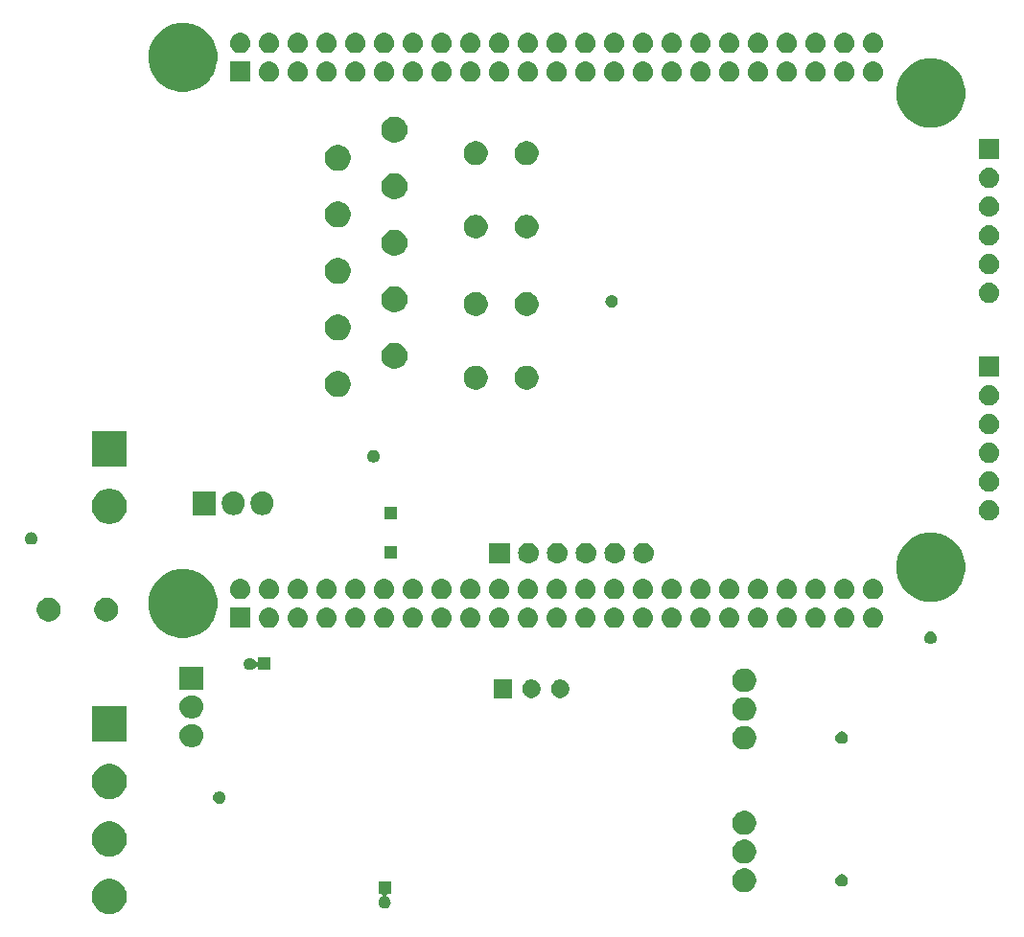
<source format=gbs>
G04 #@! TF.GenerationSoftware,KiCad,Pcbnew,5.0.2-bee76a0~70~ubuntu18.04.1*
G04 #@! TF.CreationDate,2019-07-08T18:19:28-05:00*
G04 #@! TF.ProjectId,BBB_SHIELD_V2,4242425f-5348-4494-954c-445f56322e6b,rev?*
G04 #@! TF.SameCoordinates,Original*
G04 #@! TF.FileFunction,Soldermask,Bot*
G04 #@! TF.FilePolarity,Negative*
%FSLAX46Y46*%
G04 Gerber Fmt 4.6, Leading zero omitted, Abs format (unit mm)*
G04 Created by KiCad (PCBNEW 5.0.2-bee76a0~70~ubuntu18.04.1) date Mon 08 Jul 2019 06:19:28 PM CDT*
%MOMM*%
%LPD*%
G01*
G04 APERTURE LIST*
%ADD10C,0.100000*%
G04 APERTURE END LIST*
D10*
G36*
X112852527Y-139948736D02*
X112952410Y-139968604D01*
X113234674Y-140085521D01*
X113488705Y-140255259D01*
X113704741Y-140471295D01*
X113874479Y-140725326D01*
X113968115Y-140951385D01*
X113991396Y-141007591D01*
X114051000Y-141307238D01*
X114051000Y-141612762D01*
X114041126Y-141662400D01*
X113991396Y-141912410D01*
X113874479Y-142194674D01*
X113704741Y-142448705D01*
X113488705Y-142664741D01*
X113234674Y-142834479D01*
X112952410Y-142951396D01*
X112852527Y-142971264D01*
X112652762Y-143011000D01*
X112347238Y-143011000D01*
X112147473Y-142971264D01*
X112047590Y-142951396D01*
X111765326Y-142834479D01*
X111511295Y-142664741D01*
X111295259Y-142448705D01*
X111125521Y-142194674D01*
X111008604Y-141912410D01*
X110958874Y-141662400D01*
X110949000Y-141612762D01*
X110949000Y-141307238D01*
X111008604Y-141007591D01*
X111031885Y-140951385D01*
X111125521Y-140725326D01*
X111295259Y-140471295D01*
X111511295Y-140255259D01*
X111765326Y-140085521D01*
X112047590Y-139968604D01*
X112147473Y-139948736D01*
X112347238Y-139909000D01*
X112652762Y-139909000D01*
X112852527Y-139948736D01*
X112852527Y-139948736D01*
G37*
G36*
X137351000Y-141251000D02*
X137122738Y-141251000D01*
X137098352Y-141253402D01*
X137074903Y-141260515D01*
X137053292Y-141272066D01*
X137034350Y-141287612D01*
X137018804Y-141306554D01*
X137007253Y-141328165D01*
X137000140Y-141351614D01*
X136997738Y-141376000D01*
X137000140Y-141400386D01*
X137007253Y-141423835D01*
X137018804Y-141445446D01*
X137034350Y-141464388D01*
X137063808Y-141486236D01*
X137107600Y-141509644D01*
X137191501Y-141578499D01*
X137260356Y-141662400D01*
X137311521Y-141758121D01*
X137343027Y-141861985D01*
X137353666Y-141970000D01*
X137343027Y-142078015D01*
X137311521Y-142181879D01*
X137260356Y-142277600D01*
X137191501Y-142361501D01*
X137107600Y-142430356D01*
X137011879Y-142481521D01*
X136908015Y-142513027D01*
X136827067Y-142521000D01*
X136772933Y-142521000D01*
X136691985Y-142513027D01*
X136588121Y-142481521D01*
X136492400Y-142430356D01*
X136408499Y-142361501D01*
X136339644Y-142277600D01*
X136288479Y-142181879D01*
X136256973Y-142078015D01*
X136246334Y-141970000D01*
X136256973Y-141861985D01*
X136288479Y-141758121D01*
X136339644Y-141662400D01*
X136408499Y-141578499D01*
X136492400Y-141509644D01*
X136536195Y-141486234D01*
X136556561Y-141472626D01*
X136573889Y-141455299D01*
X136587502Y-141434924D01*
X136596880Y-141412285D01*
X136601660Y-141388252D01*
X136601660Y-141363748D01*
X136596879Y-141339714D01*
X136587502Y-141317075D01*
X136573888Y-141296701D01*
X136556561Y-141279373D01*
X136536186Y-141265760D01*
X136513547Y-141256382D01*
X136477262Y-141251000D01*
X136249000Y-141251000D01*
X136249000Y-140149000D01*
X137351000Y-140149000D01*
X137351000Y-141251000D01*
X137351000Y-141251000D01*
G37*
G36*
X168876565Y-139009389D02*
X169067834Y-139088615D01*
X169239976Y-139203637D01*
X169386363Y-139350024D01*
X169501385Y-139522166D01*
X169580611Y-139713435D01*
X169621000Y-139916484D01*
X169621000Y-140123516D01*
X169580611Y-140326565D01*
X169501385Y-140517834D01*
X169386363Y-140689976D01*
X169239976Y-140836363D01*
X169067834Y-140951385D01*
X168876565Y-141030611D01*
X168673516Y-141071000D01*
X168466484Y-141071000D01*
X168263435Y-141030611D01*
X168072166Y-140951385D01*
X167900024Y-140836363D01*
X167753637Y-140689976D01*
X167638615Y-140517834D01*
X167559389Y-140326565D01*
X167519000Y-140123516D01*
X167519000Y-139916484D01*
X167559389Y-139713435D01*
X167638615Y-139522166D01*
X167753637Y-139350024D01*
X167900024Y-139203637D01*
X168072166Y-139088615D01*
X168263435Y-139009389D01*
X168466484Y-138969000D01*
X168673516Y-138969000D01*
X168876565Y-139009389D01*
X168876565Y-139009389D01*
G37*
G36*
X177320721Y-139490174D02*
X177420995Y-139531709D01*
X177511245Y-139592012D01*
X177587988Y-139668755D01*
X177648291Y-139759005D01*
X177689826Y-139859279D01*
X177711000Y-139965730D01*
X177711000Y-140074270D01*
X177689826Y-140180721D01*
X177648291Y-140280995D01*
X177587988Y-140371245D01*
X177511245Y-140447988D01*
X177420995Y-140508291D01*
X177320721Y-140549826D01*
X177214270Y-140571000D01*
X177105730Y-140571000D01*
X176999279Y-140549826D01*
X176899005Y-140508291D01*
X176808755Y-140447988D01*
X176732012Y-140371245D01*
X176671709Y-140280995D01*
X176630174Y-140180721D01*
X176609000Y-140074270D01*
X176609000Y-139965730D01*
X176630174Y-139859279D01*
X176671709Y-139759005D01*
X176732012Y-139668755D01*
X176808755Y-139592012D01*
X176899005Y-139531709D01*
X176999279Y-139490174D01*
X177105730Y-139469000D01*
X177214270Y-139469000D01*
X177320721Y-139490174D01*
X177320721Y-139490174D01*
G37*
G36*
X168876565Y-136469389D02*
X169067834Y-136548615D01*
X169239976Y-136663637D01*
X169386363Y-136810024D01*
X169501385Y-136982166D01*
X169580611Y-137173435D01*
X169621000Y-137376484D01*
X169621000Y-137583516D01*
X169580611Y-137786565D01*
X169501385Y-137977834D01*
X169386363Y-138149976D01*
X169239976Y-138296363D01*
X169067834Y-138411385D01*
X168876565Y-138490611D01*
X168673516Y-138531000D01*
X168466484Y-138531000D01*
X168263435Y-138490611D01*
X168072166Y-138411385D01*
X167900024Y-138296363D01*
X167753637Y-138149976D01*
X167638615Y-137977834D01*
X167559389Y-137786565D01*
X167519000Y-137583516D01*
X167519000Y-137376484D01*
X167559389Y-137173435D01*
X167638615Y-136982166D01*
X167753637Y-136810024D01*
X167900024Y-136663637D01*
X168072166Y-136548615D01*
X168263435Y-136469389D01*
X168466484Y-136429000D01*
X168673516Y-136429000D01*
X168876565Y-136469389D01*
X168876565Y-136469389D01*
G37*
G36*
X112852527Y-134868736D02*
X112952410Y-134888604D01*
X113234674Y-135005521D01*
X113488705Y-135175259D01*
X113704741Y-135391295D01*
X113874479Y-135645326D01*
X113968115Y-135871385D01*
X113991396Y-135927591D01*
X114051000Y-136227238D01*
X114051000Y-136532762D01*
X114024967Y-136663637D01*
X113991396Y-136832410D01*
X113874479Y-137114674D01*
X113704741Y-137368705D01*
X113488705Y-137584741D01*
X113234674Y-137754479D01*
X112952410Y-137871396D01*
X112852527Y-137891264D01*
X112652762Y-137931000D01*
X112347238Y-137931000D01*
X112147473Y-137891264D01*
X112047590Y-137871396D01*
X111765326Y-137754479D01*
X111511295Y-137584741D01*
X111295259Y-137368705D01*
X111125521Y-137114674D01*
X111008604Y-136832410D01*
X110975033Y-136663637D01*
X110949000Y-136532762D01*
X110949000Y-136227238D01*
X111008604Y-135927591D01*
X111031885Y-135871385D01*
X111125521Y-135645326D01*
X111295259Y-135391295D01*
X111511295Y-135175259D01*
X111765326Y-135005521D01*
X112047590Y-134888604D01*
X112147473Y-134868736D01*
X112347238Y-134829000D01*
X112652762Y-134829000D01*
X112852527Y-134868736D01*
X112852527Y-134868736D01*
G37*
G36*
X168876565Y-133929389D02*
X169067834Y-134008615D01*
X169239976Y-134123637D01*
X169386363Y-134270024D01*
X169501385Y-134442166D01*
X169580611Y-134633435D01*
X169621000Y-134836484D01*
X169621000Y-135043516D01*
X169580611Y-135246565D01*
X169501385Y-135437834D01*
X169386363Y-135609976D01*
X169239976Y-135756363D01*
X169067834Y-135871385D01*
X168876565Y-135950611D01*
X168673516Y-135991000D01*
X168466484Y-135991000D01*
X168263435Y-135950611D01*
X168072166Y-135871385D01*
X167900024Y-135756363D01*
X167753637Y-135609976D01*
X167638615Y-135437834D01*
X167559389Y-135246565D01*
X167519000Y-135043516D01*
X167519000Y-134836484D01*
X167559389Y-134633435D01*
X167638615Y-134442166D01*
X167753637Y-134270024D01*
X167900024Y-134123637D01*
X168072166Y-134008615D01*
X168263435Y-133929389D01*
X168466484Y-133889000D01*
X168673516Y-133889000D01*
X168876565Y-133929389D01*
X168876565Y-133929389D01*
G37*
G36*
X122360721Y-132170174D02*
X122460995Y-132211709D01*
X122551245Y-132272012D01*
X122627988Y-132348755D01*
X122688291Y-132439005D01*
X122729826Y-132539279D01*
X122751000Y-132645730D01*
X122751000Y-132754270D01*
X122729826Y-132860721D01*
X122688291Y-132960995D01*
X122627988Y-133051245D01*
X122551245Y-133127988D01*
X122460995Y-133188291D01*
X122360721Y-133229826D01*
X122254270Y-133251000D01*
X122145730Y-133251000D01*
X122039279Y-133229826D01*
X121939005Y-133188291D01*
X121848755Y-133127988D01*
X121772012Y-133051245D01*
X121711709Y-132960995D01*
X121670174Y-132860721D01*
X121649000Y-132754270D01*
X121649000Y-132645730D01*
X121670174Y-132539279D01*
X121711709Y-132439005D01*
X121772012Y-132348755D01*
X121848755Y-132272012D01*
X121939005Y-132211709D01*
X122039279Y-132170174D01*
X122145730Y-132149000D01*
X122254270Y-132149000D01*
X122360721Y-132170174D01*
X122360721Y-132170174D01*
G37*
G36*
X112852527Y-129788736D02*
X112952410Y-129808604D01*
X113234674Y-129925521D01*
X113488705Y-130095259D01*
X113704741Y-130311295D01*
X113874479Y-130565326D01*
X113991396Y-130847590D01*
X114051000Y-131147240D01*
X114051000Y-131452760D01*
X113991396Y-131752410D01*
X113874479Y-132034674D01*
X113704741Y-132288705D01*
X113488705Y-132504741D01*
X113234674Y-132674479D01*
X112952410Y-132791396D01*
X112852527Y-132811264D01*
X112652762Y-132851000D01*
X112347238Y-132851000D01*
X112147473Y-132811264D01*
X112047590Y-132791396D01*
X111765326Y-132674479D01*
X111511295Y-132504741D01*
X111295259Y-132288705D01*
X111125521Y-132034674D01*
X111008604Y-131752410D01*
X110949000Y-131452760D01*
X110949000Y-131147240D01*
X111008604Y-130847590D01*
X111125521Y-130565326D01*
X111295259Y-130311295D01*
X111511295Y-130095259D01*
X111765326Y-129925521D01*
X112047590Y-129808604D01*
X112147473Y-129788736D01*
X112347238Y-129749000D01*
X112652762Y-129749000D01*
X112852527Y-129788736D01*
X112852527Y-129788736D01*
G37*
G36*
X168876565Y-126409389D02*
X169067834Y-126488615D01*
X169239976Y-126603637D01*
X169386363Y-126750024D01*
X169501385Y-126922166D01*
X169580611Y-127113435D01*
X169621000Y-127316484D01*
X169621000Y-127523516D01*
X169580611Y-127726565D01*
X169501385Y-127917834D01*
X169386363Y-128089976D01*
X169239976Y-128236363D01*
X169067834Y-128351385D01*
X168876565Y-128430611D01*
X168673516Y-128471000D01*
X168466484Y-128471000D01*
X168263435Y-128430611D01*
X168072166Y-128351385D01*
X167900024Y-128236363D01*
X167753637Y-128089976D01*
X167638615Y-127917834D01*
X167559389Y-127726565D01*
X167519000Y-127523516D01*
X167519000Y-127316484D01*
X167559389Y-127113435D01*
X167638615Y-126922166D01*
X167753637Y-126750024D01*
X167900024Y-126603637D01*
X168072166Y-126488615D01*
X168263435Y-126409389D01*
X168466484Y-126369000D01*
X168673516Y-126369000D01*
X168876565Y-126409389D01*
X168876565Y-126409389D01*
G37*
G36*
X119905764Y-126232308D02*
X119994220Y-126241020D01*
X120183381Y-126298401D01*
X120357712Y-126391583D01*
X120510515Y-126516985D01*
X120635917Y-126669788D01*
X120729099Y-126844119D01*
X120786480Y-127033280D01*
X120805855Y-127230000D01*
X120786480Y-127426720D01*
X120729099Y-127615881D01*
X120635917Y-127790212D01*
X120510515Y-127943015D01*
X120357712Y-128068417D01*
X120183381Y-128161599D01*
X119994220Y-128218980D01*
X119905764Y-128227692D01*
X119846796Y-128233500D01*
X119653204Y-128233500D01*
X119594236Y-128227692D01*
X119505780Y-128218980D01*
X119316619Y-128161599D01*
X119142288Y-128068417D01*
X118989485Y-127943015D01*
X118864083Y-127790212D01*
X118770901Y-127615881D01*
X118713520Y-127426720D01*
X118694145Y-127230000D01*
X118713520Y-127033280D01*
X118770901Y-126844119D01*
X118864083Y-126669788D01*
X118989485Y-126516985D01*
X119142288Y-126391583D01*
X119316619Y-126298401D01*
X119505780Y-126241020D01*
X119594236Y-126232308D01*
X119653204Y-126226500D01*
X119846796Y-126226500D01*
X119905764Y-126232308D01*
X119905764Y-126232308D01*
G37*
G36*
X177320721Y-126890174D02*
X177420995Y-126931709D01*
X177511245Y-126992012D01*
X177587988Y-127068755D01*
X177648291Y-127159005D01*
X177689826Y-127259279D01*
X177711000Y-127365730D01*
X177711000Y-127474270D01*
X177689826Y-127580721D01*
X177648291Y-127680995D01*
X177587988Y-127771245D01*
X177511245Y-127847988D01*
X177420995Y-127908291D01*
X177320721Y-127949826D01*
X177214270Y-127971000D01*
X177105730Y-127971000D01*
X176999279Y-127949826D01*
X176899005Y-127908291D01*
X176808755Y-127847988D01*
X176732012Y-127771245D01*
X176671709Y-127680995D01*
X176630174Y-127580721D01*
X176609000Y-127474270D01*
X176609000Y-127365730D01*
X176630174Y-127259279D01*
X176671709Y-127159005D01*
X176732012Y-127068755D01*
X176808755Y-126992012D01*
X176899005Y-126931709D01*
X176999279Y-126890174D01*
X177105730Y-126869000D01*
X177214270Y-126869000D01*
X177320721Y-126890174D01*
X177320721Y-126890174D01*
G37*
G36*
X114051000Y-127771000D02*
X110949000Y-127771000D01*
X110949000Y-124669000D01*
X114051000Y-124669000D01*
X114051000Y-127771000D01*
X114051000Y-127771000D01*
G37*
G36*
X168876565Y-123869389D02*
X169067834Y-123948615D01*
X169239976Y-124063637D01*
X169386363Y-124210024D01*
X169501385Y-124382166D01*
X169580611Y-124573435D01*
X169621000Y-124776484D01*
X169621000Y-124983516D01*
X169580611Y-125186565D01*
X169501385Y-125377834D01*
X169386363Y-125549976D01*
X169239976Y-125696363D01*
X169067834Y-125811385D01*
X168876565Y-125890611D01*
X168673516Y-125931000D01*
X168466484Y-125931000D01*
X168263435Y-125890611D01*
X168072166Y-125811385D01*
X167900024Y-125696363D01*
X167753637Y-125549976D01*
X167638615Y-125377834D01*
X167559389Y-125186565D01*
X167519000Y-124983516D01*
X167519000Y-124776484D01*
X167559389Y-124573435D01*
X167638615Y-124382166D01*
X167753637Y-124210024D01*
X167900024Y-124063637D01*
X168072166Y-123948615D01*
X168263435Y-123869389D01*
X168466484Y-123829000D01*
X168673516Y-123829000D01*
X168876565Y-123869389D01*
X168876565Y-123869389D01*
G37*
G36*
X119905764Y-123692308D02*
X119994220Y-123701020D01*
X120183381Y-123758401D01*
X120357712Y-123851583D01*
X120510515Y-123976985D01*
X120635917Y-124129788D01*
X120729099Y-124304119D01*
X120786480Y-124493280D01*
X120805855Y-124690000D01*
X120786480Y-124886720D01*
X120729099Y-125075881D01*
X120635917Y-125250212D01*
X120510515Y-125403015D01*
X120357712Y-125528417D01*
X120183381Y-125621599D01*
X119994220Y-125678980D01*
X119905764Y-125687692D01*
X119846796Y-125693500D01*
X119653204Y-125693500D01*
X119594236Y-125687692D01*
X119505780Y-125678980D01*
X119316619Y-125621599D01*
X119142288Y-125528417D01*
X118989485Y-125403015D01*
X118864083Y-125250212D01*
X118770901Y-125075881D01*
X118713520Y-124886720D01*
X118694145Y-124690000D01*
X118713520Y-124493280D01*
X118770901Y-124304119D01*
X118864083Y-124129788D01*
X118989485Y-123976985D01*
X119142288Y-123851583D01*
X119316619Y-123758401D01*
X119505780Y-123701020D01*
X119594236Y-123692308D01*
X119653204Y-123686500D01*
X119846796Y-123686500D01*
X119905764Y-123692308D01*
X119905764Y-123692308D01*
G37*
G36*
X152536560Y-122320166D02*
X152684153Y-122381301D01*
X152777261Y-122443514D01*
X152816985Y-122470057D01*
X152929943Y-122583015D01*
X153018700Y-122715849D01*
X153079834Y-122863440D01*
X153111000Y-123020122D01*
X153111000Y-123179878D01*
X153079834Y-123336560D01*
X153018700Y-123484151D01*
X152929943Y-123616985D01*
X152816985Y-123729943D01*
X152816982Y-123729945D01*
X152684153Y-123818699D01*
X152684152Y-123818700D01*
X152684151Y-123818700D01*
X152536560Y-123879834D01*
X152379878Y-123911000D01*
X152220122Y-123911000D01*
X152063440Y-123879834D01*
X151915849Y-123818700D01*
X151915848Y-123818700D01*
X151915847Y-123818699D01*
X151783018Y-123729945D01*
X151783015Y-123729943D01*
X151670057Y-123616985D01*
X151581300Y-123484151D01*
X151520166Y-123336560D01*
X151489000Y-123179878D01*
X151489000Y-123020122D01*
X151520166Y-122863440D01*
X151581300Y-122715849D01*
X151670057Y-122583015D01*
X151783015Y-122470057D01*
X151822739Y-122443514D01*
X151915847Y-122381301D01*
X152063440Y-122320166D01*
X152220122Y-122289000D01*
X152379878Y-122289000D01*
X152536560Y-122320166D01*
X152536560Y-122320166D01*
G37*
G36*
X148031000Y-123911000D02*
X146409000Y-123911000D01*
X146409000Y-122289000D01*
X148031000Y-122289000D01*
X148031000Y-123911000D01*
X148031000Y-123911000D01*
G37*
G36*
X149996560Y-122320166D02*
X150144153Y-122381301D01*
X150237261Y-122443514D01*
X150276985Y-122470057D01*
X150389943Y-122583015D01*
X150478700Y-122715849D01*
X150539834Y-122863440D01*
X150571000Y-123020122D01*
X150571000Y-123179878D01*
X150539834Y-123336560D01*
X150478700Y-123484151D01*
X150389943Y-123616985D01*
X150276985Y-123729943D01*
X150276982Y-123729945D01*
X150144153Y-123818699D01*
X150144152Y-123818700D01*
X150144151Y-123818700D01*
X149996560Y-123879834D01*
X149839878Y-123911000D01*
X149680122Y-123911000D01*
X149523440Y-123879834D01*
X149375849Y-123818700D01*
X149375848Y-123818700D01*
X149375847Y-123818699D01*
X149243018Y-123729945D01*
X149243015Y-123729943D01*
X149130057Y-123616985D01*
X149041300Y-123484151D01*
X148980166Y-123336560D01*
X148949000Y-123179878D01*
X148949000Y-123020122D01*
X148980166Y-122863440D01*
X149041300Y-122715849D01*
X149130057Y-122583015D01*
X149243015Y-122470057D01*
X149282739Y-122443514D01*
X149375847Y-122381301D01*
X149523440Y-122320166D01*
X149680122Y-122289000D01*
X149839878Y-122289000D01*
X149996560Y-122320166D01*
X149996560Y-122320166D01*
G37*
G36*
X168876565Y-121329389D02*
X169067834Y-121408615D01*
X169239976Y-121523637D01*
X169386363Y-121670024D01*
X169501385Y-121842166D01*
X169580611Y-122033435D01*
X169621000Y-122236484D01*
X169621000Y-122443516D01*
X169580611Y-122646565D01*
X169501385Y-122837834D01*
X169386363Y-123009976D01*
X169239976Y-123156363D01*
X169067834Y-123271385D01*
X168876565Y-123350611D01*
X168673516Y-123391000D01*
X168466484Y-123391000D01*
X168263435Y-123350611D01*
X168072166Y-123271385D01*
X167900024Y-123156363D01*
X167753637Y-123009976D01*
X167638615Y-122837834D01*
X167559389Y-122646565D01*
X167519000Y-122443516D01*
X167519000Y-122236484D01*
X167559389Y-122033435D01*
X167638615Y-121842166D01*
X167753637Y-121670024D01*
X167900024Y-121523637D01*
X168072166Y-121408615D01*
X168263435Y-121329389D01*
X168466484Y-121289000D01*
X168673516Y-121289000D01*
X168876565Y-121329389D01*
X168876565Y-121329389D01*
G37*
G36*
X120801000Y-123153500D02*
X118699000Y-123153500D01*
X118699000Y-121146500D01*
X120801000Y-121146500D01*
X120801000Y-123153500D01*
X120801000Y-123153500D01*
G37*
G36*
X125038015Y-120356973D02*
X125141879Y-120388479D01*
X125237600Y-120439644D01*
X125321501Y-120508499D01*
X125390356Y-120592400D01*
X125413766Y-120636195D01*
X125427374Y-120656561D01*
X125444701Y-120673889D01*
X125465076Y-120687502D01*
X125487715Y-120696880D01*
X125511748Y-120701660D01*
X125536252Y-120701660D01*
X125560286Y-120696879D01*
X125582925Y-120687502D01*
X125603299Y-120673888D01*
X125620627Y-120656561D01*
X125634240Y-120636186D01*
X125643618Y-120613547D01*
X125649000Y-120577262D01*
X125649000Y-120349000D01*
X126751000Y-120349000D01*
X126751000Y-121451000D01*
X125649000Y-121451000D01*
X125649000Y-121222738D01*
X125646598Y-121198352D01*
X125639485Y-121174903D01*
X125627934Y-121153292D01*
X125612388Y-121134350D01*
X125593446Y-121118804D01*
X125571835Y-121107253D01*
X125548386Y-121100140D01*
X125524000Y-121097738D01*
X125499614Y-121100140D01*
X125476165Y-121107253D01*
X125454554Y-121118804D01*
X125435612Y-121134350D01*
X125413764Y-121163808D01*
X125390356Y-121207600D01*
X125321501Y-121291501D01*
X125237600Y-121360356D01*
X125141879Y-121411521D01*
X125038015Y-121443027D01*
X124957067Y-121451000D01*
X124902933Y-121451000D01*
X124821985Y-121443027D01*
X124718121Y-121411521D01*
X124622400Y-121360356D01*
X124538499Y-121291501D01*
X124469644Y-121207600D01*
X124418479Y-121111879D01*
X124386973Y-121008015D01*
X124376334Y-120900000D01*
X124386973Y-120791985D01*
X124418479Y-120688121D01*
X124469644Y-120592400D01*
X124538499Y-120508499D01*
X124622400Y-120439644D01*
X124718121Y-120388479D01*
X124821985Y-120356973D01*
X124902933Y-120349000D01*
X124957067Y-120349000D01*
X125038015Y-120356973D01*
X125038015Y-120356973D01*
G37*
G36*
X185170721Y-118060174D02*
X185270995Y-118101709D01*
X185361245Y-118162012D01*
X185437988Y-118238755D01*
X185498291Y-118329005D01*
X185539826Y-118429279D01*
X185561000Y-118535730D01*
X185561000Y-118644270D01*
X185539826Y-118750721D01*
X185498291Y-118850995D01*
X185437988Y-118941245D01*
X185361245Y-119017988D01*
X185270995Y-119078291D01*
X185170721Y-119119826D01*
X185064270Y-119141000D01*
X184955730Y-119141000D01*
X184849279Y-119119826D01*
X184749005Y-119078291D01*
X184658755Y-119017988D01*
X184582012Y-118941245D01*
X184521709Y-118850995D01*
X184480174Y-118750721D01*
X184459000Y-118644270D01*
X184459000Y-118535730D01*
X184480174Y-118429279D01*
X184521709Y-118329005D01*
X184582012Y-118238755D01*
X184658755Y-118162012D01*
X184749005Y-118101709D01*
X184849279Y-118060174D01*
X184955730Y-118039000D01*
X185064270Y-118039000D01*
X185170721Y-118060174D01*
X185170721Y-118060174D01*
G37*
G36*
X119869941Y-112606248D02*
X119869943Y-112606249D01*
X119869944Y-112606249D01*
X120425190Y-112836239D01*
X120425191Y-112836240D01*
X120924902Y-113170136D01*
X121349864Y-113595098D01*
X121349866Y-113595101D01*
X121683761Y-114094810D01*
X121899838Y-114616467D01*
X121913752Y-114650059D01*
X122031000Y-115239501D01*
X122031000Y-115840499D01*
X121916413Y-116416565D01*
X121913751Y-116429944D01*
X121683761Y-116985190D01*
X121572970Y-117151000D01*
X121349864Y-117484902D01*
X120924902Y-117909864D01*
X120924899Y-117909866D01*
X120425190Y-118243761D01*
X119869944Y-118473751D01*
X119869943Y-118473751D01*
X119869941Y-118473752D01*
X119280499Y-118591000D01*
X118679501Y-118591000D01*
X118090059Y-118473752D01*
X118090057Y-118473751D01*
X118090056Y-118473751D01*
X117534810Y-118243761D01*
X117035101Y-117909866D01*
X117035098Y-117909864D01*
X116610136Y-117484902D01*
X116387030Y-117151000D01*
X116276239Y-116985190D01*
X116046249Y-116429944D01*
X116043588Y-116416565D01*
X115929000Y-115840499D01*
X115929000Y-115239501D01*
X116046248Y-114650059D01*
X116060162Y-114616467D01*
X116276239Y-114094810D01*
X116610134Y-113595101D01*
X116610136Y-113595098D01*
X117035098Y-113170136D01*
X117534809Y-112836240D01*
X117534810Y-112836239D01*
X118090056Y-112606249D01*
X118090057Y-112606249D01*
X118090059Y-112606248D01*
X118679501Y-112489000D01*
X119280499Y-112489000D01*
X119869941Y-112606248D01*
X119869941Y-112606248D01*
G37*
G36*
X167350443Y-115915519D02*
X167416627Y-115922037D01*
X167529853Y-115956384D01*
X167586467Y-115973557D01*
X167725087Y-116047652D01*
X167742991Y-116057222D01*
X167778729Y-116086552D01*
X167880186Y-116169814D01*
X167963448Y-116271271D01*
X167992778Y-116307009D01*
X167992779Y-116307011D01*
X168076443Y-116463533D01*
X168076443Y-116463534D01*
X168127963Y-116633373D01*
X168145359Y-116810000D01*
X168127963Y-116986627D01*
X168111352Y-117041385D01*
X168076443Y-117156467D01*
X168074020Y-117161000D01*
X167992778Y-117312991D01*
X167963448Y-117348729D01*
X167880186Y-117450186D01*
X167778729Y-117533448D01*
X167742991Y-117562778D01*
X167742989Y-117562779D01*
X167586467Y-117646443D01*
X167529853Y-117663616D01*
X167416627Y-117697963D01*
X167350443Y-117704481D01*
X167284260Y-117711000D01*
X167195740Y-117711000D01*
X167129557Y-117704481D01*
X167063373Y-117697963D01*
X166950147Y-117663616D01*
X166893533Y-117646443D01*
X166737011Y-117562779D01*
X166737009Y-117562778D01*
X166701271Y-117533448D01*
X166599814Y-117450186D01*
X166516552Y-117348729D01*
X166487222Y-117312991D01*
X166405980Y-117161000D01*
X166403557Y-117156467D01*
X166368648Y-117041385D01*
X166352037Y-116986627D01*
X166334641Y-116810000D01*
X166352037Y-116633373D01*
X166403557Y-116463534D01*
X166403557Y-116463533D01*
X166487221Y-116307011D01*
X166487222Y-116307009D01*
X166516552Y-116271271D01*
X166599814Y-116169814D01*
X166701271Y-116086552D01*
X166737009Y-116057222D01*
X166754913Y-116047652D01*
X166893533Y-115973557D01*
X166950147Y-115956384D01*
X167063373Y-115922037D01*
X167129557Y-115915519D01*
X167195740Y-115909000D01*
X167284260Y-115909000D01*
X167350443Y-115915519D01*
X167350443Y-115915519D01*
G37*
G36*
X152110443Y-115915519D02*
X152176627Y-115922037D01*
X152289853Y-115956384D01*
X152346467Y-115973557D01*
X152485087Y-116047652D01*
X152502991Y-116057222D01*
X152538729Y-116086552D01*
X152640186Y-116169814D01*
X152723448Y-116271271D01*
X152752778Y-116307009D01*
X152752779Y-116307011D01*
X152836443Y-116463533D01*
X152836443Y-116463534D01*
X152887963Y-116633373D01*
X152905359Y-116810000D01*
X152887963Y-116986627D01*
X152871352Y-117041385D01*
X152836443Y-117156467D01*
X152834020Y-117161000D01*
X152752778Y-117312991D01*
X152723448Y-117348729D01*
X152640186Y-117450186D01*
X152538729Y-117533448D01*
X152502991Y-117562778D01*
X152502989Y-117562779D01*
X152346467Y-117646443D01*
X152289853Y-117663616D01*
X152176627Y-117697963D01*
X152110443Y-117704481D01*
X152044260Y-117711000D01*
X151955740Y-117711000D01*
X151889557Y-117704481D01*
X151823373Y-117697963D01*
X151710147Y-117663616D01*
X151653533Y-117646443D01*
X151497011Y-117562779D01*
X151497009Y-117562778D01*
X151461271Y-117533448D01*
X151359814Y-117450186D01*
X151276552Y-117348729D01*
X151247222Y-117312991D01*
X151165980Y-117161000D01*
X151163557Y-117156467D01*
X151128648Y-117041385D01*
X151112037Y-116986627D01*
X151094641Y-116810000D01*
X151112037Y-116633373D01*
X151163557Y-116463534D01*
X151163557Y-116463533D01*
X151247221Y-116307011D01*
X151247222Y-116307009D01*
X151276552Y-116271271D01*
X151359814Y-116169814D01*
X151461271Y-116086552D01*
X151497009Y-116057222D01*
X151514913Y-116047652D01*
X151653533Y-115973557D01*
X151710147Y-115956384D01*
X151823373Y-115922037D01*
X151889557Y-115915519D01*
X151955740Y-115909000D01*
X152044260Y-115909000D01*
X152110443Y-115915519D01*
X152110443Y-115915519D01*
G37*
G36*
X149570443Y-115915519D02*
X149636627Y-115922037D01*
X149749853Y-115956384D01*
X149806467Y-115973557D01*
X149945087Y-116047652D01*
X149962991Y-116057222D01*
X149998729Y-116086552D01*
X150100186Y-116169814D01*
X150183448Y-116271271D01*
X150212778Y-116307009D01*
X150212779Y-116307011D01*
X150296443Y-116463533D01*
X150296443Y-116463534D01*
X150347963Y-116633373D01*
X150365359Y-116810000D01*
X150347963Y-116986627D01*
X150331352Y-117041385D01*
X150296443Y-117156467D01*
X150294020Y-117161000D01*
X150212778Y-117312991D01*
X150183448Y-117348729D01*
X150100186Y-117450186D01*
X149998729Y-117533448D01*
X149962991Y-117562778D01*
X149962989Y-117562779D01*
X149806467Y-117646443D01*
X149749853Y-117663616D01*
X149636627Y-117697963D01*
X149570443Y-117704481D01*
X149504260Y-117711000D01*
X149415740Y-117711000D01*
X149349557Y-117704481D01*
X149283373Y-117697963D01*
X149170147Y-117663616D01*
X149113533Y-117646443D01*
X148957011Y-117562779D01*
X148957009Y-117562778D01*
X148921271Y-117533448D01*
X148819814Y-117450186D01*
X148736552Y-117348729D01*
X148707222Y-117312991D01*
X148625980Y-117161000D01*
X148623557Y-117156467D01*
X148588648Y-117041385D01*
X148572037Y-116986627D01*
X148554641Y-116810000D01*
X148572037Y-116633373D01*
X148623557Y-116463534D01*
X148623557Y-116463533D01*
X148707221Y-116307011D01*
X148707222Y-116307009D01*
X148736552Y-116271271D01*
X148819814Y-116169814D01*
X148921271Y-116086552D01*
X148957009Y-116057222D01*
X148974913Y-116047652D01*
X149113533Y-115973557D01*
X149170147Y-115956384D01*
X149283373Y-115922037D01*
X149349557Y-115915519D01*
X149415740Y-115909000D01*
X149504260Y-115909000D01*
X149570443Y-115915519D01*
X149570443Y-115915519D01*
G37*
G36*
X169890443Y-115915519D02*
X169956627Y-115922037D01*
X170069853Y-115956384D01*
X170126467Y-115973557D01*
X170265087Y-116047652D01*
X170282991Y-116057222D01*
X170318729Y-116086552D01*
X170420186Y-116169814D01*
X170503448Y-116271271D01*
X170532778Y-116307009D01*
X170532779Y-116307011D01*
X170616443Y-116463533D01*
X170616443Y-116463534D01*
X170667963Y-116633373D01*
X170685359Y-116810000D01*
X170667963Y-116986627D01*
X170651352Y-117041385D01*
X170616443Y-117156467D01*
X170614020Y-117161000D01*
X170532778Y-117312991D01*
X170503448Y-117348729D01*
X170420186Y-117450186D01*
X170318729Y-117533448D01*
X170282991Y-117562778D01*
X170282989Y-117562779D01*
X170126467Y-117646443D01*
X170069853Y-117663616D01*
X169956627Y-117697963D01*
X169890443Y-117704481D01*
X169824260Y-117711000D01*
X169735740Y-117711000D01*
X169669557Y-117704481D01*
X169603373Y-117697963D01*
X169490147Y-117663616D01*
X169433533Y-117646443D01*
X169277011Y-117562779D01*
X169277009Y-117562778D01*
X169241271Y-117533448D01*
X169139814Y-117450186D01*
X169056552Y-117348729D01*
X169027222Y-117312991D01*
X168945980Y-117161000D01*
X168943557Y-117156467D01*
X168908648Y-117041385D01*
X168892037Y-116986627D01*
X168874641Y-116810000D01*
X168892037Y-116633373D01*
X168943557Y-116463534D01*
X168943557Y-116463533D01*
X169027221Y-116307011D01*
X169027222Y-116307009D01*
X169056552Y-116271271D01*
X169139814Y-116169814D01*
X169241271Y-116086552D01*
X169277009Y-116057222D01*
X169294913Y-116047652D01*
X169433533Y-115973557D01*
X169490147Y-115956384D01*
X169603373Y-115922037D01*
X169669557Y-115915519D01*
X169735740Y-115909000D01*
X169824260Y-115909000D01*
X169890443Y-115915519D01*
X169890443Y-115915519D01*
G37*
G36*
X147030443Y-115915519D02*
X147096627Y-115922037D01*
X147209853Y-115956384D01*
X147266467Y-115973557D01*
X147405087Y-116047652D01*
X147422991Y-116057222D01*
X147458729Y-116086552D01*
X147560186Y-116169814D01*
X147643448Y-116271271D01*
X147672778Y-116307009D01*
X147672779Y-116307011D01*
X147756443Y-116463533D01*
X147756443Y-116463534D01*
X147807963Y-116633373D01*
X147825359Y-116810000D01*
X147807963Y-116986627D01*
X147791352Y-117041385D01*
X147756443Y-117156467D01*
X147754020Y-117161000D01*
X147672778Y-117312991D01*
X147643448Y-117348729D01*
X147560186Y-117450186D01*
X147458729Y-117533448D01*
X147422991Y-117562778D01*
X147422989Y-117562779D01*
X147266467Y-117646443D01*
X147209853Y-117663616D01*
X147096627Y-117697963D01*
X147030443Y-117704481D01*
X146964260Y-117711000D01*
X146875740Y-117711000D01*
X146809557Y-117704481D01*
X146743373Y-117697963D01*
X146630147Y-117663616D01*
X146573533Y-117646443D01*
X146417011Y-117562779D01*
X146417009Y-117562778D01*
X146381271Y-117533448D01*
X146279814Y-117450186D01*
X146196552Y-117348729D01*
X146167222Y-117312991D01*
X146085980Y-117161000D01*
X146083557Y-117156467D01*
X146048648Y-117041385D01*
X146032037Y-116986627D01*
X146014641Y-116810000D01*
X146032037Y-116633373D01*
X146083557Y-116463534D01*
X146083557Y-116463533D01*
X146167221Y-116307011D01*
X146167222Y-116307009D01*
X146196552Y-116271271D01*
X146279814Y-116169814D01*
X146381271Y-116086552D01*
X146417009Y-116057222D01*
X146434913Y-116047652D01*
X146573533Y-115973557D01*
X146630147Y-115956384D01*
X146743373Y-115922037D01*
X146809557Y-115915519D01*
X146875740Y-115909000D01*
X146964260Y-115909000D01*
X147030443Y-115915519D01*
X147030443Y-115915519D01*
G37*
G36*
X144490443Y-115915519D02*
X144556627Y-115922037D01*
X144669853Y-115956384D01*
X144726467Y-115973557D01*
X144865087Y-116047652D01*
X144882991Y-116057222D01*
X144918729Y-116086552D01*
X145020186Y-116169814D01*
X145103448Y-116271271D01*
X145132778Y-116307009D01*
X145132779Y-116307011D01*
X145216443Y-116463533D01*
X145216443Y-116463534D01*
X145267963Y-116633373D01*
X145285359Y-116810000D01*
X145267963Y-116986627D01*
X145251352Y-117041385D01*
X145216443Y-117156467D01*
X145214020Y-117161000D01*
X145132778Y-117312991D01*
X145103448Y-117348729D01*
X145020186Y-117450186D01*
X144918729Y-117533448D01*
X144882991Y-117562778D01*
X144882989Y-117562779D01*
X144726467Y-117646443D01*
X144669853Y-117663616D01*
X144556627Y-117697963D01*
X144490443Y-117704481D01*
X144424260Y-117711000D01*
X144335740Y-117711000D01*
X144269557Y-117704481D01*
X144203373Y-117697963D01*
X144090147Y-117663616D01*
X144033533Y-117646443D01*
X143877011Y-117562779D01*
X143877009Y-117562778D01*
X143841271Y-117533448D01*
X143739814Y-117450186D01*
X143656552Y-117348729D01*
X143627222Y-117312991D01*
X143545980Y-117161000D01*
X143543557Y-117156467D01*
X143508648Y-117041385D01*
X143492037Y-116986627D01*
X143474641Y-116810000D01*
X143492037Y-116633373D01*
X143543557Y-116463534D01*
X143543557Y-116463533D01*
X143627221Y-116307011D01*
X143627222Y-116307009D01*
X143656552Y-116271271D01*
X143739814Y-116169814D01*
X143841271Y-116086552D01*
X143877009Y-116057222D01*
X143894913Y-116047652D01*
X144033533Y-115973557D01*
X144090147Y-115956384D01*
X144203373Y-115922037D01*
X144269557Y-115915519D01*
X144335740Y-115909000D01*
X144424260Y-115909000D01*
X144490443Y-115915519D01*
X144490443Y-115915519D01*
G37*
G36*
X172430443Y-115915519D02*
X172496627Y-115922037D01*
X172609853Y-115956384D01*
X172666467Y-115973557D01*
X172805087Y-116047652D01*
X172822991Y-116057222D01*
X172858729Y-116086552D01*
X172960186Y-116169814D01*
X173043448Y-116271271D01*
X173072778Y-116307009D01*
X173072779Y-116307011D01*
X173156443Y-116463533D01*
X173156443Y-116463534D01*
X173207963Y-116633373D01*
X173225359Y-116810000D01*
X173207963Y-116986627D01*
X173191352Y-117041385D01*
X173156443Y-117156467D01*
X173154020Y-117161000D01*
X173072778Y-117312991D01*
X173043448Y-117348729D01*
X172960186Y-117450186D01*
X172858729Y-117533448D01*
X172822991Y-117562778D01*
X172822989Y-117562779D01*
X172666467Y-117646443D01*
X172609853Y-117663616D01*
X172496627Y-117697963D01*
X172430443Y-117704481D01*
X172364260Y-117711000D01*
X172275740Y-117711000D01*
X172209557Y-117704481D01*
X172143373Y-117697963D01*
X172030147Y-117663616D01*
X171973533Y-117646443D01*
X171817011Y-117562779D01*
X171817009Y-117562778D01*
X171781271Y-117533448D01*
X171679814Y-117450186D01*
X171596552Y-117348729D01*
X171567222Y-117312991D01*
X171485980Y-117161000D01*
X171483557Y-117156467D01*
X171448648Y-117041385D01*
X171432037Y-116986627D01*
X171414641Y-116810000D01*
X171432037Y-116633373D01*
X171483557Y-116463534D01*
X171483557Y-116463533D01*
X171567221Y-116307011D01*
X171567222Y-116307009D01*
X171596552Y-116271271D01*
X171679814Y-116169814D01*
X171781271Y-116086552D01*
X171817009Y-116057222D01*
X171834913Y-116047652D01*
X171973533Y-115973557D01*
X172030147Y-115956384D01*
X172143373Y-115922037D01*
X172209557Y-115915519D01*
X172275740Y-115909000D01*
X172364260Y-115909000D01*
X172430443Y-115915519D01*
X172430443Y-115915519D01*
G37*
G36*
X174970443Y-115915519D02*
X175036627Y-115922037D01*
X175149853Y-115956384D01*
X175206467Y-115973557D01*
X175345087Y-116047652D01*
X175362991Y-116057222D01*
X175398729Y-116086552D01*
X175500186Y-116169814D01*
X175583448Y-116271271D01*
X175612778Y-116307009D01*
X175612779Y-116307011D01*
X175696443Y-116463533D01*
X175696443Y-116463534D01*
X175747963Y-116633373D01*
X175765359Y-116810000D01*
X175747963Y-116986627D01*
X175731352Y-117041385D01*
X175696443Y-117156467D01*
X175694020Y-117161000D01*
X175612778Y-117312991D01*
X175583448Y-117348729D01*
X175500186Y-117450186D01*
X175398729Y-117533448D01*
X175362991Y-117562778D01*
X175362989Y-117562779D01*
X175206467Y-117646443D01*
X175149853Y-117663616D01*
X175036627Y-117697963D01*
X174970443Y-117704481D01*
X174904260Y-117711000D01*
X174815740Y-117711000D01*
X174749557Y-117704481D01*
X174683373Y-117697963D01*
X174570147Y-117663616D01*
X174513533Y-117646443D01*
X174357011Y-117562779D01*
X174357009Y-117562778D01*
X174321271Y-117533448D01*
X174219814Y-117450186D01*
X174136552Y-117348729D01*
X174107222Y-117312991D01*
X174025980Y-117161000D01*
X174023557Y-117156467D01*
X173988648Y-117041385D01*
X173972037Y-116986627D01*
X173954641Y-116810000D01*
X173972037Y-116633373D01*
X174023557Y-116463534D01*
X174023557Y-116463533D01*
X174107221Y-116307011D01*
X174107222Y-116307009D01*
X174136552Y-116271271D01*
X174219814Y-116169814D01*
X174321271Y-116086552D01*
X174357009Y-116057222D01*
X174374913Y-116047652D01*
X174513533Y-115973557D01*
X174570147Y-115956384D01*
X174683373Y-115922037D01*
X174749557Y-115915519D01*
X174815740Y-115909000D01*
X174904260Y-115909000D01*
X174970443Y-115915519D01*
X174970443Y-115915519D01*
G37*
G36*
X157190443Y-115915519D02*
X157256627Y-115922037D01*
X157369853Y-115956384D01*
X157426467Y-115973557D01*
X157565087Y-116047652D01*
X157582991Y-116057222D01*
X157618729Y-116086552D01*
X157720186Y-116169814D01*
X157803448Y-116271271D01*
X157832778Y-116307009D01*
X157832779Y-116307011D01*
X157916443Y-116463533D01*
X157916443Y-116463534D01*
X157967963Y-116633373D01*
X157985359Y-116810000D01*
X157967963Y-116986627D01*
X157951352Y-117041385D01*
X157916443Y-117156467D01*
X157914020Y-117161000D01*
X157832778Y-117312991D01*
X157803448Y-117348729D01*
X157720186Y-117450186D01*
X157618729Y-117533448D01*
X157582991Y-117562778D01*
X157582989Y-117562779D01*
X157426467Y-117646443D01*
X157369853Y-117663616D01*
X157256627Y-117697963D01*
X157190443Y-117704481D01*
X157124260Y-117711000D01*
X157035740Y-117711000D01*
X156969557Y-117704481D01*
X156903373Y-117697963D01*
X156790147Y-117663616D01*
X156733533Y-117646443D01*
X156577011Y-117562779D01*
X156577009Y-117562778D01*
X156541271Y-117533448D01*
X156439814Y-117450186D01*
X156356552Y-117348729D01*
X156327222Y-117312991D01*
X156245980Y-117161000D01*
X156243557Y-117156467D01*
X156208648Y-117041385D01*
X156192037Y-116986627D01*
X156174641Y-116810000D01*
X156192037Y-116633373D01*
X156243557Y-116463534D01*
X156243557Y-116463533D01*
X156327221Y-116307011D01*
X156327222Y-116307009D01*
X156356552Y-116271271D01*
X156439814Y-116169814D01*
X156541271Y-116086552D01*
X156577009Y-116057222D01*
X156594913Y-116047652D01*
X156733533Y-115973557D01*
X156790147Y-115956384D01*
X156903373Y-115922037D01*
X156969557Y-115915519D01*
X157035740Y-115909000D01*
X157124260Y-115909000D01*
X157190443Y-115915519D01*
X157190443Y-115915519D01*
G37*
G36*
X139410443Y-115915519D02*
X139476627Y-115922037D01*
X139589853Y-115956384D01*
X139646467Y-115973557D01*
X139785087Y-116047652D01*
X139802991Y-116057222D01*
X139838729Y-116086552D01*
X139940186Y-116169814D01*
X140023448Y-116271271D01*
X140052778Y-116307009D01*
X140052779Y-116307011D01*
X140136443Y-116463533D01*
X140136443Y-116463534D01*
X140187963Y-116633373D01*
X140205359Y-116810000D01*
X140187963Y-116986627D01*
X140171352Y-117041385D01*
X140136443Y-117156467D01*
X140134020Y-117161000D01*
X140052778Y-117312991D01*
X140023448Y-117348729D01*
X139940186Y-117450186D01*
X139838729Y-117533448D01*
X139802991Y-117562778D01*
X139802989Y-117562779D01*
X139646467Y-117646443D01*
X139589853Y-117663616D01*
X139476627Y-117697963D01*
X139410443Y-117704481D01*
X139344260Y-117711000D01*
X139255740Y-117711000D01*
X139189557Y-117704481D01*
X139123373Y-117697963D01*
X139010147Y-117663616D01*
X138953533Y-117646443D01*
X138797011Y-117562779D01*
X138797009Y-117562778D01*
X138761271Y-117533448D01*
X138659814Y-117450186D01*
X138576552Y-117348729D01*
X138547222Y-117312991D01*
X138465980Y-117161000D01*
X138463557Y-117156467D01*
X138428648Y-117041385D01*
X138412037Y-116986627D01*
X138394641Y-116810000D01*
X138412037Y-116633373D01*
X138463557Y-116463534D01*
X138463557Y-116463533D01*
X138547221Y-116307011D01*
X138547222Y-116307009D01*
X138576552Y-116271271D01*
X138659814Y-116169814D01*
X138761271Y-116086552D01*
X138797009Y-116057222D01*
X138814913Y-116047652D01*
X138953533Y-115973557D01*
X139010147Y-115956384D01*
X139123373Y-115922037D01*
X139189557Y-115915519D01*
X139255740Y-115909000D01*
X139344260Y-115909000D01*
X139410443Y-115915519D01*
X139410443Y-115915519D01*
G37*
G36*
X136870443Y-115915519D02*
X136936627Y-115922037D01*
X137049853Y-115956384D01*
X137106467Y-115973557D01*
X137245087Y-116047652D01*
X137262991Y-116057222D01*
X137298729Y-116086552D01*
X137400186Y-116169814D01*
X137483448Y-116271271D01*
X137512778Y-116307009D01*
X137512779Y-116307011D01*
X137596443Y-116463533D01*
X137596443Y-116463534D01*
X137647963Y-116633373D01*
X137665359Y-116810000D01*
X137647963Y-116986627D01*
X137631352Y-117041385D01*
X137596443Y-117156467D01*
X137594020Y-117161000D01*
X137512778Y-117312991D01*
X137483448Y-117348729D01*
X137400186Y-117450186D01*
X137298729Y-117533448D01*
X137262991Y-117562778D01*
X137262989Y-117562779D01*
X137106467Y-117646443D01*
X137049853Y-117663616D01*
X136936627Y-117697963D01*
X136870443Y-117704481D01*
X136804260Y-117711000D01*
X136715740Y-117711000D01*
X136649557Y-117704481D01*
X136583373Y-117697963D01*
X136470147Y-117663616D01*
X136413533Y-117646443D01*
X136257011Y-117562779D01*
X136257009Y-117562778D01*
X136221271Y-117533448D01*
X136119814Y-117450186D01*
X136036552Y-117348729D01*
X136007222Y-117312991D01*
X135925980Y-117161000D01*
X135923557Y-117156467D01*
X135888648Y-117041385D01*
X135872037Y-116986627D01*
X135854641Y-116810000D01*
X135872037Y-116633373D01*
X135923557Y-116463534D01*
X135923557Y-116463533D01*
X136007221Y-116307011D01*
X136007222Y-116307009D01*
X136036552Y-116271271D01*
X136119814Y-116169814D01*
X136221271Y-116086552D01*
X136257009Y-116057222D01*
X136274913Y-116047652D01*
X136413533Y-115973557D01*
X136470147Y-115956384D01*
X136583373Y-115922037D01*
X136649557Y-115915519D01*
X136715740Y-115909000D01*
X136804260Y-115909000D01*
X136870443Y-115915519D01*
X136870443Y-115915519D01*
G37*
G36*
X177510443Y-115915519D02*
X177576627Y-115922037D01*
X177689853Y-115956384D01*
X177746467Y-115973557D01*
X177885087Y-116047652D01*
X177902991Y-116057222D01*
X177938729Y-116086552D01*
X178040186Y-116169814D01*
X178123448Y-116271271D01*
X178152778Y-116307009D01*
X178152779Y-116307011D01*
X178236443Y-116463533D01*
X178236443Y-116463534D01*
X178287963Y-116633373D01*
X178305359Y-116810000D01*
X178287963Y-116986627D01*
X178271352Y-117041385D01*
X178236443Y-117156467D01*
X178234020Y-117161000D01*
X178152778Y-117312991D01*
X178123448Y-117348729D01*
X178040186Y-117450186D01*
X177938729Y-117533448D01*
X177902991Y-117562778D01*
X177902989Y-117562779D01*
X177746467Y-117646443D01*
X177689853Y-117663616D01*
X177576627Y-117697963D01*
X177510443Y-117704481D01*
X177444260Y-117711000D01*
X177355740Y-117711000D01*
X177289557Y-117704481D01*
X177223373Y-117697963D01*
X177110147Y-117663616D01*
X177053533Y-117646443D01*
X176897011Y-117562779D01*
X176897009Y-117562778D01*
X176861271Y-117533448D01*
X176759814Y-117450186D01*
X176676552Y-117348729D01*
X176647222Y-117312991D01*
X176565980Y-117161000D01*
X176563557Y-117156467D01*
X176528648Y-117041385D01*
X176512037Y-116986627D01*
X176494641Y-116810000D01*
X176512037Y-116633373D01*
X176563557Y-116463534D01*
X176563557Y-116463533D01*
X176647221Y-116307011D01*
X176647222Y-116307009D01*
X176676552Y-116271271D01*
X176759814Y-116169814D01*
X176861271Y-116086552D01*
X176897009Y-116057222D01*
X176914913Y-116047652D01*
X177053533Y-115973557D01*
X177110147Y-115956384D01*
X177223373Y-115922037D01*
X177289557Y-115915519D01*
X177355740Y-115909000D01*
X177444260Y-115909000D01*
X177510443Y-115915519D01*
X177510443Y-115915519D01*
G37*
G36*
X131790443Y-115915519D02*
X131856627Y-115922037D01*
X131969853Y-115956384D01*
X132026467Y-115973557D01*
X132165087Y-116047652D01*
X132182991Y-116057222D01*
X132218729Y-116086552D01*
X132320186Y-116169814D01*
X132403448Y-116271271D01*
X132432778Y-116307009D01*
X132432779Y-116307011D01*
X132516443Y-116463533D01*
X132516443Y-116463534D01*
X132567963Y-116633373D01*
X132585359Y-116810000D01*
X132567963Y-116986627D01*
X132551352Y-117041385D01*
X132516443Y-117156467D01*
X132514020Y-117161000D01*
X132432778Y-117312991D01*
X132403448Y-117348729D01*
X132320186Y-117450186D01*
X132218729Y-117533448D01*
X132182991Y-117562778D01*
X132182989Y-117562779D01*
X132026467Y-117646443D01*
X131969853Y-117663616D01*
X131856627Y-117697963D01*
X131790443Y-117704481D01*
X131724260Y-117711000D01*
X131635740Y-117711000D01*
X131569557Y-117704481D01*
X131503373Y-117697963D01*
X131390147Y-117663616D01*
X131333533Y-117646443D01*
X131177011Y-117562779D01*
X131177009Y-117562778D01*
X131141271Y-117533448D01*
X131039814Y-117450186D01*
X130956552Y-117348729D01*
X130927222Y-117312991D01*
X130845980Y-117161000D01*
X130843557Y-117156467D01*
X130808648Y-117041385D01*
X130792037Y-116986627D01*
X130774641Y-116810000D01*
X130792037Y-116633373D01*
X130843557Y-116463534D01*
X130843557Y-116463533D01*
X130927221Y-116307011D01*
X130927222Y-116307009D01*
X130956552Y-116271271D01*
X131039814Y-116169814D01*
X131141271Y-116086552D01*
X131177009Y-116057222D01*
X131194913Y-116047652D01*
X131333533Y-115973557D01*
X131390147Y-115956384D01*
X131503373Y-115922037D01*
X131569557Y-115915519D01*
X131635740Y-115909000D01*
X131724260Y-115909000D01*
X131790443Y-115915519D01*
X131790443Y-115915519D01*
G37*
G36*
X129250443Y-115915519D02*
X129316627Y-115922037D01*
X129429853Y-115956384D01*
X129486467Y-115973557D01*
X129625087Y-116047652D01*
X129642991Y-116057222D01*
X129678729Y-116086552D01*
X129780186Y-116169814D01*
X129863448Y-116271271D01*
X129892778Y-116307009D01*
X129892779Y-116307011D01*
X129976443Y-116463533D01*
X129976443Y-116463534D01*
X130027963Y-116633373D01*
X130045359Y-116810000D01*
X130027963Y-116986627D01*
X130011352Y-117041385D01*
X129976443Y-117156467D01*
X129974020Y-117161000D01*
X129892778Y-117312991D01*
X129863448Y-117348729D01*
X129780186Y-117450186D01*
X129678729Y-117533448D01*
X129642991Y-117562778D01*
X129642989Y-117562779D01*
X129486467Y-117646443D01*
X129429853Y-117663616D01*
X129316627Y-117697963D01*
X129250443Y-117704481D01*
X129184260Y-117711000D01*
X129095740Y-117711000D01*
X129029557Y-117704481D01*
X128963373Y-117697963D01*
X128850147Y-117663616D01*
X128793533Y-117646443D01*
X128637011Y-117562779D01*
X128637009Y-117562778D01*
X128601271Y-117533448D01*
X128499814Y-117450186D01*
X128416552Y-117348729D01*
X128387222Y-117312991D01*
X128305980Y-117161000D01*
X128303557Y-117156467D01*
X128268648Y-117041385D01*
X128252037Y-116986627D01*
X128234641Y-116810000D01*
X128252037Y-116633373D01*
X128303557Y-116463534D01*
X128303557Y-116463533D01*
X128387221Y-116307011D01*
X128387222Y-116307009D01*
X128416552Y-116271271D01*
X128499814Y-116169814D01*
X128601271Y-116086552D01*
X128637009Y-116057222D01*
X128654913Y-116047652D01*
X128793533Y-115973557D01*
X128850147Y-115956384D01*
X128963373Y-115922037D01*
X129029557Y-115915519D01*
X129095740Y-115909000D01*
X129184260Y-115909000D01*
X129250443Y-115915519D01*
X129250443Y-115915519D01*
G37*
G36*
X180050443Y-115915519D02*
X180116627Y-115922037D01*
X180229853Y-115956384D01*
X180286467Y-115973557D01*
X180425087Y-116047652D01*
X180442991Y-116057222D01*
X180478729Y-116086552D01*
X180580186Y-116169814D01*
X180663448Y-116271271D01*
X180692778Y-116307009D01*
X180692779Y-116307011D01*
X180776443Y-116463533D01*
X180776443Y-116463534D01*
X180827963Y-116633373D01*
X180845359Y-116810000D01*
X180827963Y-116986627D01*
X180811352Y-117041385D01*
X180776443Y-117156467D01*
X180774020Y-117161000D01*
X180692778Y-117312991D01*
X180663448Y-117348729D01*
X180580186Y-117450186D01*
X180478729Y-117533448D01*
X180442991Y-117562778D01*
X180442989Y-117562779D01*
X180286467Y-117646443D01*
X180229853Y-117663616D01*
X180116627Y-117697963D01*
X180050443Y-117704481D01*
X179984260Y-117711000D01*
X179895740Y-117711000D01*
X179829557Y-117704481D01*
X179763373Y-117697963D01*
X179650147Y-117663616D01*
X179593533Y-117646443D01*
X179437011Y-117562779D01*
X179437009Y-117562778D01*
X179401271Y-117533448D01*
X179299814Y-117450186D01*
X179216552Y-117348729D01*
X179187222Y-117312991D01*
X179105980Y-117161000D01*
X179103557Y-117156467D01*
X179068648Y-117041385D01*
X179052037Y-116986627D01*
X179034641Y-116810000D01*
X179052037Y-116633373D01*
X179103557Y-116463534D01*
X179103557Y-116463533D01*
X179187221Y-116307011D01*
X179187222Y-116307009D01*
X179216552Y-116271271D01*
X179299814Y-116169814D01*
X179401271Y-116086552D01*
X179437009Y-116057222D01*
X179454913Y-116047652D01*
X179593533Y-115973557D01*
X179650147Y-115956384D01*
X179763373Y-115922037D01*
X179829557Y-115915519D01*
X179895740Y-115909000D01*
X179984260Y-115909000D01*
X180050443Y-115915519D01*
X180050443Y-115915519D01*
G37*
G36*
X126710443Y-115915519D02*
X126776627Y-115922037D01*
X126889853Y-115956384D01*
X126946467Y-115973557D01*
X127085087Y-116047652D01*
X127102991Y-116057222D01*
X127138729Y-116086552D01*
X127240186Y-116169814D01*
X127323448Y-116271271D01*
X127352778Y-116307009D01*
X127352779Y-116307011D01*
X127436443Y-116463533D01*
X127436443Y-116463534D01*
X127487963Y-116633373D01*
X127505359Y-116810000D01*
X127487963Y-116986627D01*
X127471352Y-117041385D01*
X127436443Y-117156467D01*
X127434020Y-117161000D01*
X127352778Y-117312991D01*
X127323448Y-117348729D01*
X127240186Y-117450186D01*
X127138729Y-117533448D01*
X127102991Y-117562778D01*
X127102989Y-117562779D01*
X126946467Y-117646443D01*
X126889853Y-117663616D01*
X126776627Y-117697963D01*
X126710443Y-117704481D01*
X126644260Y-117711000D01*
X126555740Y-117711000D01*
X126489557Y-117704481D01*
X126423373Y-117697963D01*
X126310147Y-117663616D01*
X126253533Y-117646443D01*
X126097011Y-117562779D01*
X126097009Y-117562778D01*
X126061271Y-117533448D01*
X125959814Y-117450186D01*
X125876552Y-117348729D01*
X125847222Y-117312991D01*
X125765980Y-117161000D01*
X125763557Y-117156467D01*
X125728648Y-117041385D01*
X125712037Y-116986627D01*
X125694641Y-116810000D01*
X125712037Y-116633373D01*
X125763557Y-116463534D01*
X125763557Y-116463533D01*
X125847221Y-116307011D01*
X125847222Y-116307009D01*
X125876552Y-116271271D01*
X125959814Y-116169814D01*
X126061271Y-116086552D01*
X126097009Y-116057222D01*
X126114913Y-116047652D01*
X126253533Y-115973557D01*
X126310147Y-115956384D01*
X126423373Y-115922037D01*
X126489557Y-115915519D01*
X126555740Y-115909000D01*
X126644260Y-115909000D01*
X126710443Y-115915519D01*
X126710443Y-115915519D01*
G37*
G36*
X141950443Y-115915519D02*
X142016627Y-115922037D01*
X142129853Y-115956384D01*
X142186467Y-115973557D01*
X142325087Y-116047652D01*
X142342991Y-116057222D01*
X142378729Y-116086552D01*
X142480186Y-116169814D01*
X142563448Y-116271271D01*
X142592778Y-116307009D01*
X142592779Y-116307011D01*
X142676443Y-116463533D01*
X142676443Y-116463534D01*
X142727963Y-116633373D01*
X142745359Y-116810000D01*
X142727963Y-116986627D01*
X142711352Y-117041385D01*
X142676443Y-117156467D01*
X142674020Y-117161000D01*
X142592778Y-117312991D01*
X142563448Y-117348729D01*
X142480186Y-117450186D01*
X142378729Y-117533448D01*
X142342991Y-117562778D01*
X142342989Y-117562779D01*
X142186467Y-117646443D01*
X142129853Y-117663616D01*
X142016627Y-117697963D01*
X141950443Y-117704481D01*
X141884260Y-117711000D01*
X141795740Y-117711000D01*
X141729557Y-117704481D01*
X141663373Y-117697963D01*
X141550147Y-117663616D01*
X141493533Y-117646443D01*
X141337011Y-117562779D01*
X141337009Y-117562778D01*
X141301271Y-117533448D01*
X141199814Y-117450186D01*
X141116552Y-117348729D01*
X141087222Y-117312991D01*
X141005980Y-117161000D01*
X141003557Y-117156467D01*
X140968648Y-117041385D01*
X140952037Y-116986627D01*
X140934641Y-116810000D01*
X140952037Y-116633373D01*
X141003557Y-116463534D01*
X141003557Y-116463533D01*
X141087221Y-116307011D01*
X141087222Y-116307009D01*
X141116552Y-116271271D01*
X141199814Y-116169814D01*
X141301271Y-116086552D01*
X141337009Y-116057222D01*
X141354913Y-116047652D01*
X141493533Y-115973557D01*
X141550147Y-115956384D01*
X141663373Y-115922037D01*
X141729557Y-115915519D01*
X141795740Y-115909000D01*
X141884260Y-115909000D01*
X141950443Y-115915519D01*
X141950443Y-115915519D01*
G37*
G36*
X124961000Y-117711000D02*
X123159000Y-117711000D01*
X123159000Y-115909000D01*
X124961000Y-115909000D01*
X124961000Y-117711000D01*
X124961000Y-117711000D01*
G37*
G36*
X164810443Y-115915519D02*
X164876627Y-115922037D01*
X164989853Y-115956384D01*
X165046467Y-115973557D01*
X165185087Y-116047652D01*
X165202991Y-116057222D01*
X165238729Y-116086552D01*
X165340186Y-116169814D01*
X165423448Y-116271271D01*
X165452778Y-116307009D01*
X165452779Y-116307011D01*
X165536443Y-116463533D01*
X165536443Y-116463534D01*
X165587963Y-116633373D01*
X165605359Y-116810000D01*
X165587963Y-116986627D01*
X165571352Y-117041385D01*
X165536443Y-117156467D01*
X165534020Y-117161000D01*
X165452778Y-117312991D01*
X165423448Y-117348729D01*
X165340186Y-117450186D01*
X165238729Y-117533448D01*
X165202991Y-117562778D01*
X165202989Y-117562779D01*
X165046467Y-117646443D01*
X164989853Y-117663616D01*
X164876627Y-117697963D01*
X164810443Y-117704481D01*
X164744260Y-117711000D01*
X164655740Y-117711000D01*
X164589557Y-117704481D01*
X164523373Y-117697963D01*
X164410147Y-117663616D01*
X164353533Y-117646443D01*
X164197011Y-117562779D01*
X164197009Y-117562778D01*
X164161271Y-117533448D01*
X164059814Y-117450186D01*
X163976552Y-117348729D01*
X163947222Y-117312991D01*
X163865980Y-117161000D01*
X163863557Y-117156467D01*
X163828648Y-117041385D01*
X163812037Y-116986627D01*
X163794641Y-116810000D01*
X163812037Y-116633373D01*
X163863557Y-116463534D01*
X163863557Y-116463533D01*
X163947221Y-116307011D01*
X163947222Y-116307009D01*
X163976552Y-116271271D01*
X164059814Y-116169814D01*
X164161271Y-116086552D01*
X164197009Y-116057222D01*
X164214913Y-116047652D01*
X164353533Y-115973557D01*
X164410147Y-115956384D01*
X164523373Y-115922037D01*
X164589557Y-115915519D01*
X164655740Y-115909000D01*
X164744260Y-115909000D01*
X164810443Y-115915519D01*
X164810443Y-115915519D01*
G37*
G36*
X159730443Y-115915519D02*
X159796627Y-115922037D01*
X159909853Y-115956384D01*
X159966467Y-115973557D01*
X160105087Y-116047652D01*
X160122991Y-116057222D01*
X160158729Y-116086552D01*
X160260186Y-116169814D01*
X160343448Y-116271271D01*
X160372778Y-116307009D01*
X160372779Y-116307011D01*
X160456443Y-116463533D01*
X160456443Y-116463534D01*
X160507963Y-116633373D01*
X160525359Y-116810000D01*
X160507963Y-116986627D01*
X160491352Y-117041385D01*
X160456443Y-117156467D01*
X160454020Y-117161000D01*
X160372778Y-117312991D01*
X160343448Y-117348729D01*
X160260186Y-117450186D01*
X160158729Y-117533448D01*
X160122991Y-117562778D01*
X160122989Y-117562779D01*
X159966467Y-117646443D01*
X159909853Y-117663616D01*
X159796627Y-117697963D01*
X159730443Y-117704481D01*
X159664260Y-117711000D01*
X159575740Y-117711000D01*
X159509557Y-117704481D01*
X159443373Y-117697963D01*
X159330147Y-117663616D01*
X159273533Y-117646443D01*
X159117011Y-117562779D01*
X159117009Y-117562778D01*
X159081271Y-117533448D01*
X158979814Y-117450186D01*
X158896552Y-117348729D01*
X158867222Y-117312991D01*
X158785980Y-117161000D01*
X158783557Y-117156467D01*
X158748648Y-117041385D01*
X158732037Y-116986627D01*
X158714641Y-116810000D01*
X158732037Y-116633373D01*
X158783557Y-116463534D01*
X158783557Y-116463533D01*
X158867221Y-116307011D01*
X158867222Y-116307009D01*
X158896552Y-116271271D01*
X158979814Y-116169814D01*
X159081271Y-116086552D01*
X159117009Y-116057222D01*
X159134913Y-116047652D01*
X159273533Y-115973557D01*
X159330147Y-115956384D01*
X159443373Y-115922037D01*
X159509557Y-115915519D01*
X159575740Y-115909000D01*
X159664260Y-115909000D01*
X159730443Y-115915519D01*
X159730443Y-115915519D01*
G37*
G36*
X162270443Y-115915519D02*
X162336627Y-115922037D01*
X162449853Y-115956384D01*
X162506467Y-115973557D01*
X162645087Y-116047652D01*
X162662991Y-116057222D01*
X162698729Y-116086552D01*
X162800186Y-116169814D01*
X162883448Y-116271271D01*
X162912778Y-116307009D01*
X162912779Y-116307011D01*
X162996443Y-116463533D01*
X162996443Y-116463534D01*
X163047963Y-116633373D01*
X163065359Y-116810000D01*
X163047963Y-116986627D01*
X163031352Y-117041385D01*
X162996443Y-117156467D01*
X162994020Y-117161000D01*
X162912778Y-117312991D01*
X162883448Y-117348729D01*
X162800186Y-117450186D01*
X162698729Y-117533448D01*
X162662991Y-117562778D01*
X162662989Y-117562779D01*
X162506467Y-117646443D01*
X162449853Y-117663616D01*
X162336627Y-117697963D01*
X162270443Y-117704481D01*
X162204260Y-117711000D01*
X162115740Y-117711000D01*
X162049557Y-117704481D01*
X161983373Y-117697963D01*
X161870147Y-117663616D01*
X161813533Y-117646443D01*
X161657011Y-117562779D01*
X161657009Y-117562778D01*
X161621271Y-117533448D01*
X161519814Y-117450186D01*
X161436552Y-117348729D01*
X161407222Y-117312991D01*
X161325980Y-117161000D01*
X161323557Y-117156467D01*
X161288648Y-117041385D01*
X161272037Y-116986627D01*
X161254641Y-116810000D01*
X161272037Y-116633373D01*
X161323557Y-116463534D01*
X161323557Y-116463533D01*
X161407221Y-116307011D01*
X161407222Y-116307009D01*
X161436552Y-116271271D01*
X161519814Y-116169814D01*
X161621271Y-116086552D01*
X161657009Y-116057222D01*
X161674913Y-116047652D01*
X161813533Y-115973557D01*
X161870147Y-115956384D01*
X161983373Y-115922037D01*
X162049557Y-115915519D01*
X162115740Y-115909000D01*
X162204260Y-115909000D01*
X162270443Y-115915519D01*
X162270443Y-115915519D01*
G37*
G36*
X134330443Y-115915519D02*
X134396627Y-115922037D01*
X134509853Y-115956384D01*
X134566467Y-115973557D01*
X134705087Y-116047652D01*
X134722991Y-116057222D01*
X134758729Y-116086552D01*
X134860186Y-116169814D01*
X134943448Y-116271271D01*
X134972778Y-116307009D01*
X134972779Y-116307011D01*
X135056443Y-116463533D01*
X135056443Y-116463534D01*
X135107963Y-116633373D01*
X135125359Y-116810000D01*
X135107963Y-116986627D01*
X135091352Y-117041385D01*
X135056443Y-117156467D01*
X135054020Y-117161000D01*
X134972778Y-117312991D01*
X134943448Y-117348729D01*
X134860186Y-117450186D01*
X134758729Y-117533448D01*
X134722991Y-117562778D01*
X134722989Y-117562779D01*
X134566467Y-117646443D01*
X134509853Y-117663616D01*
X134396627Y-117697963D01*
X134330443Y-117704481D01*
X134264260Y-117711000D01*
X134175740Y-117711000D01*
X134109557Y-117704481D01*
X134043373Y-117697963D01*
X133930147Y-117663616D01*
X133873533Y-117646443D01*
X133717011Y-117562779D01*
X133717009Y-117562778D01*
X133681271Y-117533448D01*
X133579814Y-117450186D01*
X133496552Y-117348729D01*
X133467222Y-117312991D01*
X133385980Y-117161000D01*
X133383557Y-117156467D01*
X133348648Y-117041385D01*
X133332037Y-116986627D01*
X133314641Y-116810000D01*
X133332037Y-116633373D01*
X133383557Y-116463534D01*
X133383557Y-116463533D01*
X133467221Y-116307011D01*
X133467222Y-116307009D01*
X133496552Y-116271271D01*
X133579814Y-116169814D01*
X133681271Y-116086552D01*
X133717009Y-116057222D01*
X133734913Y-116047652D01*
X133873533Y-115973557D01*
X133930147Y-115956384D01*
X134043373Y-115922037D01*
X134109557Y-115915519D01*
X134175740Y-115909000D01*
X134264260Y-115909000D01*
X134330443Y-115915519D01*
X134330443Y-115915519D01*
G37*
G36*
X154650443Y-115915519D02*
X154716627Y-115922037D01*
X154829853Y-115956384D01*
X154886467Y-115973557D01*
X155025087Y-116047652D01*
X155042991Y-116057222D01*
X155078729Y-116086552D01*
X155180186Y-116169814D01*
X155263448Y-116271271D01*
X155292778Y-116307009D01*
X155292779Y-116307011D01*
X155376443Y-116463533D01*
X155376443Y-116463534D01*
X155427963Y-116633373D01*
X155445359Y-116810000D01*
X155427963Y-116986627D01*
X155411352Y-117041385D01*
X155376443Y-117156467D01*
X155374020Y-117161000D01*
X155292778Y-117312991D01*
X155263448Y-117348729D01*
X155180186Y-117450186D01*
X155078729Y-117533448D01*
X155042991Y-117562778D01*
X155042989Y-117562779D01*
X154886467Y-117646443D01*
X154829853Y-117663616D01*
X154716627Y-117697963D01*
X154650443Y-117704481D01*
X154584260Y-117711000D01*
X154495740Y-117711000D01*
X154429557Y-117704481D01*
X154363373Y-117697963D01*
X154250147Y-117663616D01*
X154193533Y-117646443D01*
X154037011Y-117562779D01*
X154037009Y-117562778D01*
X154001271Y-117533448D01*
X153899814Y-117450186D01*
X153816552Y-117348729D01*
X153787222Y-117312991D01*
X153705980Y-117161000D01*
X153703557Y-117156467D01*
X153668648Y-117041385D01*
X153652037Y-116986627D01*
X153634641Y-116810000D01*
X153652037Y-116633373D01*
X153703557Y-116463534D01*
X153703557Y-116463533D01*
X153787221Y-116307011D01*
X153787222Y-116307009D01*
X153816552Y-116271271D01*
X153899814Y-116169814D01*
X154001271Y-116086552D01*
X154037009Y-116057222D01*
X154054913Y-116047652D01*
X154193533Y-115973557D01*
X154250147Y-115956384D01*
X154363373Y-115922037D01*
X154429557Y-115915519D01*
X154495740Y-115909000D01*
X154584260Y-115909000D01*
X154650443Y-115915519D01*
X154650443Y-115915519D01*
G37*
G36*
X112536565Y-115099389D02*
X112727834Y-115178615D01*
X112899976Y-115293637D01*
X113046363Y-115440024D01*
X113161385Y-115612166D01*
X113240611Y-115803435D01*
X113281000Y-116006484D01*
X113281000Y-116213516D01*
X113240611Y-116416565D01*
X113161385Y-116607834D01*
X113046363Y-116779976D01*
X112899976Y-116926363D01*
X112727834Y-117041385D01*
X112536565Y-117120611D01*
X112333516Y-117161000D01*
X112126484Y-117161000D01*
X111923435Y-117120611D01*
X111732166Y-117041385D01*
X111560024Y-116926363D01*
X111413637Y-116779976D01*
X111298615Y-116607834D01*
X111219389Y-116416565D01*
X111179000Y-116213516D01*
X111179000Y-116006484D01*
X111219389Y-115803435D01*
X111298615Y-115612166D01*
X111413637Y-115440024D01*
X111560024Y-115293637D01*
X111732166Y-115178615D01*
X111923435Y-115099389D01*
X112126484Y-115059000D01*
X112333516Y-115059000D01*
X112536565Y-115099389D01*
X112536565Y-115099389D01*
G37*
G36*
X107456565Y-115089389D02*
X107647834Y-115168615D01*
X107819976Y-115283637D01*
X107966363Y-115430024D01*
X108081385Y-115602166D01*
X108160611Y-115793435D01*
X108201000Y-115996484D01*
X108201000Y-116203516D01*
X108160611Y-116406565D01*
X108081385Y-116597834D01*
X107966363Y-116769976D01*
X107819976Y-116916363D01*
X107647834Y-117031385D01*
X107456565Y-117110611D01*
X107253516Y-117151000D01*
X107046484Y-117151000D01*
X106843435Y-117110611D01*
X106652166Y-117031385D01*
X106480024Y-116916363D01*
X106333637Y-116769976D01*
X106218615Y-116597834D01*
X106139389Y-116406565D01*
X106099000Y-116203516D01*
X106099000Y-115996484D01*
X106139389Y-115793435D01*
X106218615Y-115602166D01*
X106333637Y-115430024D01*
X106480024Y-115283637D01*
X106652166Y-115168615D01*
X106843435Y-115089389D01*
X107046484Y-115049000D01*
X107253516Y-115049000D01*
X107456565Y-115089389D01*
X107456565Y-115089389D01*
G37*
G36*
X185909941Y-109431248D02*
X185909943Y-109431249D01*
X185909944Y-109431249D01*
X186465190Y-109661239D01*
X186591641Y-109745731D01*
X186964902Y-109995136D01*
X187389864Y-110420098D01*
X187389866Y-110420101D01*
X187723761Y-110919810D01*
X187939838Y-111441467D01*
X187953752Y-111475059D01*
X188071000Y-112064501D01*
X188071000Y-112665499D01*
X187970621Y-113170136D01*
X187953751Y-113254944D01*
X187723761Y-113810190D01*
X187533584Y-114094810D01*
X187389864Y-114309902D01*
X186964902Y-114734864D01*
X186964899Y-114734866D01*
X186465190Y-115068761D01*
X185909944Y-115298751D01*
X185909943Y-115298751D01*
X185909941Y-115298752D01*
X185320499Y-115416000D01*
X184719501Y-115416000D01*
X184130059Y-115298752D01*
X184130057Y-115298751D01*
X184130056Y-115298751D01*
X183574810Y-115068761D01*
X183075101Y-114734866D01*
X183075098Y-114734864D01*
X182650136Y-114309902D01*
X182506416Y-114094810D01*
X182316239Y-113810190D01*
X182086249Y-113254944D01*
X182069380Y-113170136D01*
X181969000Y-112665499D01*
X181969000Y-112064501D01*
X182086248Y-111475059D01*
X182100162Y-111441467D01*
X182316239Y-110919810D01*
X182650134Y-110420101D01*
X182650136Y-110420098D01*
X183075098Y-109995136D01*
X183448359Y-109745731D01*
X183574810Y-109661239D01*
X184130056Y-109431249D01*
X184130057Y-109431249D01*
X184130059Y-109431248D01*
X184719501Y-109314000D01*
X185320499Y-109314000D01*
X185909941Y-109431248D01*
X185909941Y-109431248D01*
G37*
G36*
X124170442Y-113375518D02*
X124236627Y-113382037D01*
X124349853Y-113416384D01*
X124406467Y-113433557D01*
X124545087Y-113507652D01*
X124562991Y-113517222D01*
X124598729Y-113546552D01*
X124700186Y-113629814D01*
X124783448Y-113731271D01*
X124812778Y-113767009D01*
X124812779Y-113767011D01*
X124896443Y-113923533D01*
X124896443Y-113923534D01*
X124947963Y-114093373D01*
X124965359Y-114270000D01*
X124947963Y-114446627D01*
X124913616Y-114559853D01*
X124896443Y-114616467D01*
X124833156Y-114734866D01*
X124812778Y-114772991D01*
X124783448Y-114808729D01*
X124700186Y-114910186D01*
X124598729Y-114993448D01*
X124562991Y-115022778D01*
X124562989Y-115022779D01*
X124406467Y-115106443D01*
X124349853Y-115123616D01*
X124236627Y-115157963D01*
X124170442Y-115164482D01*
X124104260Y-115171000D01*
X124015740Y-115171000D01*
X123949558Y-115164482D01*
X123883373Y-115157963D01*
X123770147Y-115123616D01*
X123713533Y-115106443D01*
X123557011Y-115022779D01*
X123557009Y-115022778D01*
X123521271Y-114993448D01*
X123419814Y-114910186D01*
X123336552Y-114808729D01*
X123307222Y-114772991D01*
X123286844Y-114734866D01*
X123223557Y-114616467D01*
X123206384Y-114559853D01*
X123172037Y-114446627D01*
X123154641Y-114270000D01*
X123172037Y-114093373D01*
X123223557Y-113923534D01*
X123223557Y-113923533D01*
X123307221Y-113767011D01*
X123307222Y-113767009D01*
X123336552Y-113731271D01*
X123419814Y-113629814D01*
X123521271Y-113546552D01*
X123557009Y-113517222D01*
X123574913Y-113507652D01*
X123713533Y-113433557D01*
X123770147Y-113416384D01*
X123883373Y-113382037D01*
X123949558Y-113375518D01*
X124015740Y-113369000D01*
X124104260Y-113369000D01*
X124170442Y-113375518D01*
X124170442Y-113375518D01*
G37*
G36*
X126710442Y-113375518D02*
X126776627Y-113382037D01*
X126889853Y-113416384D01*
X126946467Y-113433557D01*
X127085087Y-113507652D01*
X127102991Y-113517222D01*
X127138729Y-113546552D01*
X127240186Y-113629814D01*
X127323448Y-113731271D01*
X127352778Y-113767009D01*
X127352779Y-113767011D01*
X127436443Y-113923533D01*
X127436443Y-113923534D01*
X127487963Y-114093373D01*
X127505359Y-114270000D01*
X127487963Y-114446627D01*
X127453616Y-114559853D01*
X127436443Y-114616467D01*
X127373156Y-114734866D01*
X127352778Y-114772991D01*
X127323448Y-114808729D01*
X127240186Y-114910186D01*
X127138729Y-114993448D01*
X127102991Y-115022778D01*
X127102989Y-115022779D01*
X126946467Y-115106443D01*
X126889853Y-115123616D01*
X126776627Y-115157963D01*
X126710442Y-115164482D01*
X126644260Y-115171000D01*
X126555740Y-115171000D01*
X126489558Y-115164482D01*
X126423373Y-115157963D01*
X126310147Y-115123616D01*
X126253533Y-115106443D01*
X126097011Y-115022779D01*
X126097009Y-115022778D01*
X126061271Y-114993448D01*
X125959814Y-114910186D01*
X125876552Y-114808729D01*
X125847222Y-114772991D01*
X125826844Y-114734866D01*
X125763557Y-114616467D01*
X125746384Y-114559853D01*
X125712037Y-114446627D01*
X125694641Y-114270000D01*
X125712037Y-114093373D01*
X125763557Y-113923534D01*
X125763557Y-113923533D01*
X125847221Y-113767011D01*
X125847222Y-113767009D01*
X125876552Y-113731271D01*
X125959814Y-113629814D01*
X126061271Y-113546552D01*
X126097009Y-113517222D01*
X126114913Y-113507652D01*
X126253533Y-113433557D01*
X126310147Y-113416384D01*
X126423373Y-113382037D01*
X126489558Y-113375518D01*
X126555740Y-113369000D01*
X126644260Y-113369000D01*
X126710442Y-113375518D01*
X126710442Y-113375518D01*
G37*
G36*
X129250442Y-113375518D02*
X129316627Y-113382037D01*
X129429853Y-113416384D01*
X129486467Y-113433557D01*
X129625087Y-113507652D01*
X129642991Y-113517222D01*
X129678729Y-113546552D01*
X129780186Y-113629814D01*
X129863448Y-113731271D01*
X129892778Y-113767009D01*
X129892779Y-113767011D01*
X129976443Y-113923533D01*
X129976443Y-113923534D01*
X130027963Y-114093373D01*
X130045359Y-114270000D01*
X130027963Y-114446627D01*
X129993616Y-114559853D01*
X129976443Y-114616467D01*
X129913156Y-114734866D01*
X129892778Y-114772991D01*
X129863448Y-114808729D01*
X129780186Y-114910186D01*
X129678729Y-114993448D01*
X129642991Y-115022778D01*
X129642989Y-115022779D01*
X129486467Y-115106443D01*
X129429853Y-115123616D01*
X129316627Y-115157963D01*
X129250442Y-115164482D01*
X129184260Y-115171000D01*
X129095740Y-115171000D01*
X129029558Y-115164482D01*
X128963373Y-115157963D01*
X128850147Y-115123616D01*
X128793533Y-115106443D01*
X128637011Y-115022779D01*
X128637009Y-115022778D01*
X128601271Y-114993448D01*
X128499814Y-114910186D01*
X128416552Y-114808729D01*
X128387222Y-114772991D01*
X128366844Y-114734866D01*
X128303557Y-114616467D01*
X128286384Y-114559853D01*
X128252037Y-114446627D01*
X128234641Y-114270000D01*
X128252037Y-114093373D01*
X128303557Y-113923534D01*
X128303557Y-113923533D01*
X128387221Y-113767011D01*
X128387222Y-113767009D01*
X128416552Y-113731271D01*
X128499814Y-113629814D01*
X128601271Y-113546552D01*
X128637009Y-113517222D01*
X128654913Y-113507652D01*
X128793533Y-113433557D01*
X128850147Y-113416384D01*
X128963373Y-113382037D01*
X129029558Y-113375518D01*
X129095740Y-113369000D01*
X129184260Y-113369000D01*
X129250442Y-113375518D01*
X129250442Y-113375518D01*
G37*
G36*
X131790442Y-113375518D02*
X131856627Y-113382037D01*
X131969853Y-113416384D01*
X132026467Y-113433557D01*
X132165087Y-113507652D01*
X132182991Y-113517222D01*
X132218729Y-113546552D01*
X132320186Y-113629814D01*
X132403448Y-113731271D01*
X132432778Y-113767009D01*
X132432779Y-113767011D01*
X132516443Y-113923533D01*
X132516443Y-113923534D01*
X132567963Y-114093373D01*
X132585359Y-114270000D01*
X132567963Y-114446627D01*
X132533616Y-114559853D01*
X132516443Y-114616467D01*
X132453156Y-114734866D01*
X132432778Y-114772991D01*
X132403448Y-114808729D01*
X132320186Y-114910186D01*
X132218729Y-114993448D01*
X132182991Y-115022778D01*
X132182989Y-115022779D01*
X132026467Y-115106443D01*
X131969853Y-115123616D01*
X131856627Y-115157963D01*
X131790442Y-115164482D01*
X131724260Y-115171000D01*
X131635740Y-115171000D01*
X131569558Y-115164482D01*
X131503373Y-115157963D01*
X131390147Y-115123616D01*
X131333533Y-115106443D01*
X131177011Y-115022779D01*
X131177009Y-115022778D01*
X131141271Y-114993448D01*
X131039814Y-114910186D01*
X130956552Y-114808729D01*
X130927222Y-114772991D01*
X130906844Y-114734866D01*
X130843557Y-114616467D01*
X130826384Y-114559853D01*
X130792037Y-114446627D01*
X130774641Y-114270000D01*
X130792037Y-114093373D01*
X130843557Y-113923534D01*
X130843557Y-113923533D01*
X130927221Y-113767011D01*
X130927222Y-113767009D01*
X130956552Y-113731271D01*
X131039814Y-113629814D01*
X131141271Y-113546552D01*
X131177009Y-113517222D01*
X131194913Y-113507652D01*
X131333533Y-113433557D01*
X131390147Y-113416384D01*
X131503373Y-113382037D01*
X131569558Y-113375518D01*
X131635740Y-113369000D01*
X131724260Y-113369000D01*
X131790442Y-113375518D01*
X131790442Y-113375518D01*
G37*
G36*
X134330442Y-113375518D02*
X134396627Y-113382037D01*
X134509853Y-113416384D01*
X134566467Y-113433557D01*
X134705087Y-113507652D01*
X134722991Y-113517222D01*
X134758729Y-113546552D01*
X134860186Y-113629814D01*
X134943448Y-113731271D01*
X134972778Y-113767009D01*
X134972779Y-113767011D01*
X135056443Y-113923533D01*
X135056443Y-113923534D01*
X135107963Y-114093373D01*
X135125359Y-114270000D01*
X135107963Y-114446627D01*
X135073616Y-114559853D01*
X135056443Y-114616467D01*
X134993156Y-114734866D01*
X134972778Y-114772991D01*
X134943448Y-114808729D01*
X134860186Y-114910186D01*
X134758729Y-114993448D01*
X134722991Y-115022778D01*
X134722989Y-115022779D01*
X134566467Y-115106443D01*
X134509853Y-115123616D01*
X134396627Y-115157963D01*
X134330442Y-115164482D01*
X134264260Y-115171000D01*
X134175740Y-115171000D01*
X134109558Y-115164482D01*
X134043373Y-115157963D01*
X133930147Y-115123616D01*
X133873533Y-115106443D01*
X133717011Y-115022779D01*
X133717009Y-115022778D01*
X133681271Y-114993448D01*
X133579814Y-114910186D01*
X133496552Y-114808729D01*
X133467222Y-114772991D01*
X133446844Y-114734866D01*
X133383557Y-114616467D01*
X133366384Y-114559853D01*
X133332037Y-114446627D01*
X133314641Y-114270000D01*
X133332037Y-114093373D01*
X133383557Y-113923534D01*
X133383557Y-113923533D01*
X133467221Y-113767011D01*
X133467222Y-113767009D01*
X133496552Y-113731271D01*
X133579814Y-113629814D01*
X133681271Y-113546552D01*
X133717009Y-113517222D01*
X133734913Y-113507652D01*
X133873533Y-113433557D01*
X133930147Y-113416384D01*
X134043373Y-113382037D01*
X134109558Y-113375518D01*
X134175740Y-113369000D01*
X134264260Y-113369000D01*
X134330442Y-113375518D01*
X134330442Y-113375518D01*
G37*
G36*
X136870442Y-113375518D02*
X136936627Y-113382037D01*
X137049853Y-113416384D01*
X137106467Y-113433557D01*
X137245087Y-113507652D01*
X137262991Y-113517222D01*
X137298729Y-113546552D01*
X137400186Y-113629814D01*
X137483448Y-113731271D01*
X137512778Y-113767009D01*
X137512779Y-113767011D01*
X137596443Y-113923533D01*
X137596443Y-113923534D01*
X137647963Y-114093373D01*
X137665359Y-114270000D01*
X137647963Y-114446627D01*
X137613616Y-114559853D01*
X137596443Y-114616467D01*
X137533156Y-114734866D01*
X137512778Y-114772991D01*
X137483448Y-114808729D01*
X137400186Y-114910186D01*
X137298729Y-114993448D01*
X137262991Y-115022778D01*
X137262989Y-115022779D01*
X137106467Y-115106443D01*
X137049853Y-115123616D01*
X136936627Y-115157963D01*
X136870442Y-115164482D01*
X136804260Y-115171000D01*
X136715740Y-115171000D01*
X136649558Y-115164482D01*
X136583373Y-115157963D01*
X136470147Y-115123616D01*
X136413533Y-115106443D01*
X136257011Y-115022779D01*
X136257009Y-115022778D01*
X136221271Y-114993448D01*
X136119814Y-114910186D01*
X136036552Y-114808729D01*
X136007222Y-114772991D01*
X135986844Y-114734866D01*
X135923557Y-114616467D01*
X135906384Y-114559853D01*
X135872037Y-114446627D01*
X135854641Y-114270000D01*
X135872037Y-114093373D01*
X135923557Y-113923534D01*
X135923557Y-113923533D01*
X136007221Y-113767011D01*
X136007222Y-113767009D01*
X136036552Y-113731271D01*
X136119814Y-113629814D01*
X136221271Y-113546552D01*
X136257009Y-113517222D01*
X136274913Y-113507652D01*
X136413533Y-113433557D01*
X136470147Y-113416384D01*
X136583373Y-113382037D01*
X136649558Y-113375518D01*
X136715740Y-113369000D01*
X136804260Y-113369000D01*
X136870442Y-113375518D01*
X136870442Y-113375518D01*
G37*
G36*
X139410442Y-113375518D02*
X139476627Y-113382037D01*
X139589853Y-113416384D01*
X139646467Y-113433557D01*
X139785087Y-113507652D01*
X139802991Y-113517222D01*
X139838729Y-113546552D01*
X139940186Y-113629814D01*
X140023448Y-113731271D01*
X140052778Y-113767009D01*
X140052779Y-113767011D01*
X140136443Y-113923533D01*
X140136443Y-113923534D01*
X140187963Y-114093373D01*
X140205359Y-114270000D01*
X140187963Y-114446627D01*
X140153616Y-114559853D01*
X140136443Y-114616467D01*
X140073156Y-114734866D01*
X140052778Y-114772991D01*
X140023448Y-114808729D01*
X139940186Y-114910186D01*
X139838729Y-114993448D01*
X139802991Y-115022778D01*
X139802989Y-115022779D01*
X139646467Y-115106443D01*
X139589853Y-115123616D01*
X139476627Y-115157963D01*
X139410442Y-115164482D01*
X139344260Y-115171000D01*
X139255740Y-115171000D01*
X139189558Y-115164482D01*
X139123373Y-115157963D01*
X139010147Y-115123616D01*
X138953533Y-115106443D01*
X138797011Y-115022779D01*
X138797009Y-115022778D01*
X138761271Y-114993448D01*
X138659814Y-114910186D01*
X138576552Y-114808729D01*
X138547222Y-114772991D01*
X138526844Y-114734866D01*
X138463557Y-114616467D01*
X138446384Y-114559853D01*
X138412037Y-114446627D01*
X138394641Y-114270000D01*
X138412037Y-114093373D01*
X138463557Y-113923534D01*
X138463557Y-113923533D01*
X138547221Y-113767011D01*
X138547222Y-113767009D01*
X138576552Y-113731271D01*
X138659814Y-113629814D01*
X138761271Y-113546552D01*
X138797009Y-113517222D01*
X138814913Y-113507652D01*
X138953533Y-113433557D01*
X139010147Y-113416384D01*
X139123373Y-113382037D01*
X139189558Y-113375518D01*
X139255740Y-113369000D01*
X139344260Y-113369000D01*
X139410442Y-113375518D01*
X139410442Y-113375518D01*
G37*
G36*
X141950442Y-113375518D02*
X142016627Y-113382037D01*
X142129853Y-113416384D01*
X142186467Y-113433557D01*
X142325087Y-113507652D01*
X142342991Y-113517222D01*
X142378729Y-113546552D01*
X142480186Y-113629814D01*
X142563448Y-113731271D01*
X142592778Y-113767009D01*
X142592779Y-113767011D01*
X142676443Y-113923533D01*
X142676443Y-113923534D01*
X142727963Y-114093373D01*
X142745359Y-114270000D01*
X142727963Y-114446627D01*
X142693616Y-114559853D01*
X142676443Y-114616467D01*
X142613156Y-114734866D01*
X142592778Y-114772991D01*
X142563448Y-114808729D01*
X142480186Y-114910186D01*
X142378729Y-114993448D01*
X142342991Y-115022778D01*
X142342989Y-115022779D01*
X142186467Y-115106443D01*
X142129853Y-115123616D01*
X142016627Y-115157963D01*
X141950442Y-115164482D01*
X141884260Y-115171000D01*
X141795740Y-115171000D01*
X141729558Y-115164482D01*
X141663373Y-115157963D01*
X141550147Y-115123616D01*
X141493533Y-115106443D01*
X141337011Y-115022779D01*
X141337009Y-115022778D01*
X141301271Y-114993448D01*
X141199814Y-114910186D01*
X141116552Y-114808729D01*
X141087222Y-114772991D01*
X141066844Y-114734866D01*
X141003557Y-114616467D01*
X140986384Y-114559853D01*
X140952037Y-114446627D01*
X140934641Y-114270000D01*
X140952037Y-114093373D01*
X141003557Y-113923534D01*
X141003557Y-113923533D01*
X141087221Y-113767011D01*
X141087222Y-113767009D01*
X141116552Y-113731271D01*
X141199814Y-113629814D01*
X141301271Y-113546552D01*
X141337009Y-113517222D01*
X141354913Y-113507652D01*
X141493533Y-113433557D01*
X141550147Y-113416384D01*
X141663373Y-113382037D01*
X141729558Y-113375518D01*
X141795740Y-113369000D01*
X141884260Y-113369000D01*
X141950442Y-113375518D01*
X141950442Y-113375518D01*
G37*
G36*
X144490442Y-113375518D02*
X144556627Y-113382037D01*
X144669853Y-113416384D01*
X144726467Y-113433557D01*
X144865087Y-113507652D01*
X144882991Y-113517222D01*
X144918729Y-113546552D01*
X145020186Y-113629814D01*
X145103448Y-113731271D01*
X145132778Y-113767009D01*
X145132779Y-113767011D01*
X145216443Y-113923533D01*
X145216443Y-113923534D01*
X145267963Y-114093373D01*
X145285359Y-114270000D01*
X145267963Y-114446627D01*
X145233616Y-114559853D01*
X145216443Y-114616467D01*
X145153156Y-114734866D01*
X145132778Y-114772991D01*
X145103448Y-114808729D01*
X145020186Y-114910186D01*
X144918729Y-114993448D01*
X144882991Y-115022778D01*
X144882989Y-115022779D01*
X144726467Y-115106443D01*
X144669853Y-115123616D01*
X144556627Y-115157963D01*
X144490442Y-115164482D01*
X144424260Y-115171000D01*
X144335740Y-115171000D01*
X144269558Y-115164482D01*
X144203373Y-115157963D01*
X144090147Y-115123616D01*
X144033533Y-115106443D01*
X143877011Y-115022779D01*
X143877009Y-115022778D01*
X143841271Y-114993448D01*
X143739814Y-114910186D01*
X143656552Y-114808729D01*
X143627222Y-114772991D01*
X143606844Y-114734866D01*
X143543557Y-114616467D01*
X143526384Y-114559853D01*
X143492037Y-114446627D01*
X143474641Y-114270000D01*
X143492037Y-114093373D01*
X143543557Y-113923534D01*
X143543557Y-113923533D01*
X143627221Y-113767011D01*
X143627222Y-113767009D01*
X143656552Y-113731271D01*
X143739814Y-113629814D01*
X143841271Y-113546552D01*
X143877009Y-113517222D01*
X143894913Y-113507652D01*
X144033533Y-113433557D01*
X144090147Y-113416384D01*
X144203373Y-113382037D01*
X144269558Y-113375518D01*
X144335740Y-113369000D01*
X144424260Y-113369000D01*
X144490442Y-113375518D01*
X144490442Y-113375518D01*
G37*
G36*
X157190442Y-113375518D02*
X157256627Y-113382037D01*
X157369853Y-113416384D01*
X157426467Y-113433557D01*
X157565087Y-113507652D01*
X157582991Y-113517222D01*
X157618729Y-113546552D01*
X157720186Y-113629814D01*
X157803448Y-113731271D01*
X157832778Y-113767009D01*
X157832779Y-113767011D01*
X157916443Y-113923533D01*
X157916443Y-113923534D01*
X157967963Y-114093373D01*
X157985359Y-114270000D01*
X157967963Y-114446627D01*
X157933616Y-114559853D01*
X157916443Y-114616467D01*
X157853156Y-114734866D01*
X157832778Y-114772991D01*
X157803448Y-114808729D01*
X157720186Y-114910186D01*
X157618729Y-114993448D01*
X157582991Y-115022778D01*
X157582989Y-115022779D01*
X157426467Y-115106443D01*
X157369853Y-115123616D01*
X157256627Y-115157963D01*
X157190442Y-115164482D01*
X157124260Y-115171000D01*
X157035740Y-115171000D01*
X156969558Y-115164482D01*
X156903373Y-115157963D01*
X156790147Y-115123616D01*
X156733533Y-115106443D01*
X156577011Y-115022779D01*
X156577009Y-115022778D01*
X156541271Y-114993448D01*
X156439814Y-114910186D01*
X156356552Y-114808729D01*
X156327222Y-114772991D01*
X156306844Y-114734866D01*
X156243557Y-114616467D01*
X156226384Y-114559853D01*
X156192037Y-114446627D01*
X156174641Y-114270000D01*
X156192037Y-114093373D01*
X156243557Y-113923534D01*
X156243557Y-113923533D01*
X156327221Y-113767011D01*
X156327222Y-113767009D01*
X156356552Y-113731271D01*
X156439814Y-113629814D01*
X156541271Y-113546552D01*
X156577009Y-113517222D01*
X156594913Y-113507652D01*
X156733533Y-113433557D01*
X156790147Y-113416384D01*
X156903373Y-113382037D01*
X156969558Y-113375518D01*
X157035740Y-113369000D01*
X157124260Y-113369000D01*
X157190442Y-113375518D01*
X157190442Y-113375518D01*
G37*
G36*
X147030442Y-113375518D02*
X147096627Y-113382037D01*
X147209853Y-113416384D01*
X147266467Y-113433557D01*
X147405087Y-113507652D01*
X147422991Y-113517222D01*
X147458729Y-113546552D01*
X147560186Y-113629814D01*
X147643448Y-113731271D01*
X147672778Y-113767009D01*
X147672779Y-113767011D01*
X147756443Y-113923533D01*
X147756443Y-113923534D01*
X147807963Y-114093373D01*
X147825359Y-114270000D01*
X147807963Y-114446627D01*
X147773616Y-114559853D01*
X147756443Y-114616467D01*
X147693156Y-114734866D01*
X147672778Y-114772991D01*
X147643448Y-114808729D01*
X147560186Y-114910186D01*
X147458729Y-114993448D01*
X147422991Y-115022778D01*
X147422989Y-115022779D01*
X147266467Y-115106443D01*
X147209853Y-115123616D01*
X147096627Y-115157963D01*
X147030442Y-115164482D01*
X146964260Y-115171000D01*
X146875740Y-115171000D01*
X146809558Y-115164482D01*
X146743373Y-115157963D01*
X146630147Y-115123616D01*
X146573533Y-115106443D01*
X146417011Y-115022779D01*
X146417009Y-115022778D01*
X146381271Y-114993448D01*
X146279814Y-114910186D01*
X146196552Y-114808729D01*
X146167222Y-114772991D01*
X146146844Y-114734866D01*
X146083557Y-114616467D01*
X146066384Y-114559853D01*
X146032037Y-114446627D01*
X146014641Y-114270000D01*
X146032037Y-114093373D01*
X146083557Y-113923534D01*
X146083557Y-113923533D01*
X146167221Y-113767011D01*
X146167222Y-113767009D01*
X146196552Y-113731271D01*
X146279814Y-113629814D01*
X146381271Y-113546552D01*
X146417009Y-113517222D01*
X146434913Y-113507652D01*
X146573533Y-113433557D01*
X146630147Y-113416384D01*
X146743373Y-113382037D01*
X146809558Y-113375518D01*
X146875740Y-113369000D01*
X146964260Y-113369000D01*
X147030442Y-113375518D01*
X147030442Y-113375518D01*
G37*
G36*
X149570442Y-113375518D02*
X149636627Y-113382037D01*
X149749853Y-113416384D01*
X149806467Y-113433557D01*
X149945087Y-113507652D01*
X149962991Y-113517222D01*
X149998729Y-113546552D01*
X150100186Y-113629814D01*
X150183448Y-113731271D01*
X150212778Y-113767009D01*
X150212779Y-113767011D01*
X150296443Y-113923533D01*
X150296443Y-113923534D01*
X150347963Y-114093373D01*
X150365359Y-114270000D01*
X150347963Y-114446627D01*
X150313616Y-114559853D01*
X150296443Y-114616467D01*
X150233156Y-114734866D01*
X150212778Y-114772991D01*
X150183448Y-114808729D01*
X150100186Y-114910186D01*
X149998729Y-114993448D01*
X149962991Y-115022778D01*
X149962989Y-115022779D01*
X149806467Y-115106443D01*
X149749853Y-115123616D01*
X149636627Y-115157963D01*
X149570442Y-115164482D01*
X149504260Y-115171000D01*
X149415740Y-115171000D01*
X149349558Y-115164482D01*
X149283373Y-115157963D01*
X149170147Y-115123616D01*
X149113533Y-115106443D01*
X148957011Y-115022779D01*
X148957009Y-115022778D01*
X148921271Y-114993448D01*
X148819814Y-114910186D01*
X148736552Y-114808729D01*
X148707222Y-114772991D01*
X148686844Y-114734866D01*
X148623557Y-114616467D01*
X148606384Y-114559853D01*
X148572037Y-114446627D01*
X148554641Y-114270000D01*
X148572037Y-114093373D01*
X148623557Y-113923534D01*
X148623557Y-113923533D01*
X148707221Y-113767011D01*
X148707222Y-113767009D01*
X148736552Y-113731271D01*
X148819814Y-113629814D01*
X148921271Y-113546552D01*
X148957009Y-113517222D01*
X148974913Y-113507652D01*
X149113533Y-113433557D01*
X149170147Y-113416384D01*
X149283373Y-113382037D01*
X149349558Y-113375518D01*
X149415740Y-113369000D01*
X149504260Y-113369000D01*
X149570442Y-113375518D01*
X149570442Y-113375518D01*
G37*
G36*
X154650442Y-113375518D02*
X154716627Y-113382037D01*
X154829853Y-113416384D01*
X154886467Y-113433557D01*
X155025087Y-113507652D01*
X155042991Y-113517222D01*
X155078729Y-113546552D01*
X155180186Y-113629814D01*
X155263448Y-113731271D01*
X155292778Y-113767009D01*
X155292779Y-113767011D01*
X155376443Y-113923533D01*
X155376443Y-113923534D01*
X155427963Y-114093373D01*
X155445359Y-114270000D01*
X155427963Y-114446627D01*
X155393616Y-114559853D01*
X155376443Y-114616467D01*
X155313156Y-114734866D01*
X155292778Y-114772991D01*
X155263448Y-114808729D01*
X155180186Y-114910186D01*
X155078729Y-114993448D01*
X155042991Y-115022778D01*
X155042989Y-115022779D01*
X154886467Y-115106443D01*
X154829853Y-115123616D01*
X154716627Y-115157963D01*
X154650442Y-115164482D01*
X154584260Y-115171000D01*
X154495740Y-115171000D01*
X154429558Y-115164482D01*
X154363373Y-115157963D01*
X154250147Y-115123616D01*
X154193533Y-115106443D01*
X154037011Y-115022779D01*
X154037009Y-115022778D01*
X154001271Y-114993448D01*
X153899814Y-114910186D01*
X153816552Y-114808729D01*
X153787222Y-114772991D01*
X153766844Y-114734866D01*
X153703557Y-114616467D01*
X153686384Y-114559853D01*
X153652037Y-114446627D01*
X153634641Y-114270000D01*
X153652037Y-114093373D01*
X153703557Y-113923534D01*
X153703557Y-113923533D01*
X153787221Y-113767011D01*
X153787222Y-113767009D01*
X153816552Y-113731271D01*
X153899814Y-113629814D01*
X154001271Y-113546552D01*
X154037009Y-113517222D01*
X154054913Y-113507652D01*
X154193533Y-113433557D01*
X154250147Y-113416384D01*
X154363373Y-113382037D01*
X154429558Y-113375518D01*
X154495740Y-113369000D01*
X154584260Y-113369000D01*
X154650442Y-113375518D01*
X154650442Y-113375518D01*
G37*
G36*
X159730442Y-113375518D02*
X159796627Y-113382037D01*
X159909853Y-113416384D01*
X159966467Y-113433557D01*
X160105087Y-113507652D01*
X160122991Y-113517222D01*
X160158729Y-113546552D01*
X160260186Y-113629814D01*
X160343448Y-113731271D01*
X160372778Y-113767009D01*
X160372779Y-113767011D01*
X160456443Y-113923533D01*
X160456443Y-113923534D01*
X160507963Y-114093373D01*
X160525359Y-114270000D01*
X160507963Y-114446627D01*
X160473616Y-114559853D01*
X160456443Y-114616467D01*
X160393156Y-114734866D01*
X160372778Y-114772991D01*
X160343448Y-114808729D01*
X160260186Y-114910186D01*
X160158729Y-114993448D01*
X160122991Y-115022778D01*
X160122989Y-115022779D01*
X159966467Y-115106443D01*
X159909853Y-115123616D01*
X159796627Y-115157963D01*
X159730442Y-115164482D01*
X159664260Y-115171000D01*
X159575740Y-115171000D01*
X159509558Y-115164482D01*
X159443373Y-115157963D01*
X159330147Y-115123616D01*
X159273533Y-115106443D01*
X159117011Y-115022779D01*
X159117009Y-115022778D01*
X159081271Y-114993448D01*
X158979814Y-114910186D01*
X158896552Y-114808729D01*
X158867222Y-114772991D01*
X158846844Y-114734866D01*
X158783557Y-114616467D01*
X158766384Y-114559853D01*
X158732037Y-114446627D01*
X158714641Y-114270000D01*
X158732037Y-114093373D01*
X158783557Y-113923534D01*
X158783557Y-113923533D01*
X158867221Y-113767011D01*
X158867222Y-113767009D01*
X158896552Y-113731271D01*
X158979814Y-113629814D01*
X159081271Y-113546552D01*
X159117009Y-113517222D01*
X159134913Y-113507652D01*
X159273533Y-113433557D01*
X159330147Y-113416384D01*
X159443373Y-113382037D01*
X159509558Y-113375518D01*
X159575740Y-113369000D01*
X159664260Y-113369000D01*
X159730442Y-113375518D01*
X159730442Y-113375518D01*
G37*
G36*
X177510442Y-113375518D02*
X177576627Y-113382037D01*
X177689853Y-113416384D01*
X177746467Y-113433557D01*
X177885087Y-113507652D01*
X177902991Y-113517222D01*
X177938729Y-113546552D01*
X178040186Y-113629814D01*
X178123448Y-113731271D01*
X178152778Y-113767009D01*
X178152779Y-113767011D01*
X178236443Y-113923533D01*
X178236443Y-113923534D01*
X178287963Y-114093373D01*
X178305359Y-114270000D01*
X178287963Y-114446627D01*
X178253616Y-114559853D01*
X178236443Y-114616467D01*
X178173156Y-114734866D01*
X178152778Y-114772991D01*
X178123448Y-114808729D01*
X178040186Y-114910186D01*
X177938729Y-114993448D01*
X177902991Y-115022778D01*
X177902989Y-115022779D01*
X177746467Y-115106443D01*
X177689853Y-115123616D01*
X177576627Y-115157963D01*
X177510442Y-115164482D01*
X177444260Y-115171000D01*
X177355740Y-115171000D01*
X177289558Y-115164482D01*
X177223373Y-115157963D01*
X177110147Y-115123616D01*
X177053533Y-115106443D01*
X176897011Y-115022779D01*
X176897009Y-115022778D01*
X176861271Y-114993448D01*
X176759814Y-114910186D01*
X176676552Y-114808729D01*
X176647222Y-114772991D01*
X176626844Y-114734866D01*
X176563557Y-114616467D01*
X176546384Y-114559853D01*
X176512037Y-114446627D01*
X176494641Y-114270000D01*
X176512037Y-114093373D01*
X176563557Y-113923534D01*
X176563557Y-113923533D01*
X176647221Y-113767011D01*
X176647222Y-113767009D01*
X176676552Y-113731271D01*
X176759814Y-113629814D01*
X176861271Y-113546552D01*
X176897009Y-113517222D01*
X176914913Y-113507652D01*
X177053533Y-113433557D01*
X177110147Y-113416384D01*
X177223373Y-113382037D01*
X177289558Y-113375518D01*
X177355740Y-113369000D01*
X177444260Y-113369000D01*
X177510442Y-113375518D01*
X177510442Y-113375518D01*
G37*
G36*
X174970442Y-113375518D02*
X175036627Y-113382037D01*
X175149853Y-113416384D01*
X175206467Y-113433557D01*
X175345087Y-113507652D01*
X175362991Y-113517222D01*
X175398729Y-113546552D01*
X175500186Y-113629814D01*
X175583448Y-113731271D01*
X175612778Y-113767009D01*
X175612779Y-113767011D01*
X175696443Y-113923533D01*
X175696443Y-113923534D01*
X175747963Y-114093373D01*
X175765359Y-114270000D01*
X175747963Y-114446627D01*
X175713616Y-114559853D01*
X175696443Y-114616467D01*
X175633156Y-114734866D01*
X175612778Y-114772991D01*
X175583448Y-114808729D01*
X175500186Y-114910186D01*
X175398729Y-114993448D01*
X175362991Y-115022778D01*
X175362989Y-115022779D01*
X175206467Y-115106443D01*
X175149853Y-115123616D01*
X175036627Y-115157963D01*
X174970442Y-115164482D01*
X174904260Y-115171000D01*
X174815740Y-115171000D01*
X174749558Y-115164482D01*
X174683373Y-115157963D01*
X174570147Y-115123616D01*
X174513533Y-115106443D01*
X174357011Y-115022779D01*
X174357009Y-115022778D01*
X174321271Y-114993448D01*
X174219814Y-114910186D01*
X174136552Y-114808729D01*
X174107222Y-114772991D01*
X174086844Y-114734866D01*
X174023557Y-114616467D01*
X174006384Y-114559853D01*
X173972037Y-114446627D01*
X173954641Y-114270000D01*
X173972037Y-114093373D01*
X174023557Y-113923534D01*
X174023557Y-113923533D01*
X174107221Y-113767011D01*
X174107222Y-113767009D01*
X174136552Y-113731271D01*
X174219814Y-113629814D01*
X174321271Y-113546552D01*
X174357009Y-113517222D01*
X174374913Y-113507652D01*
X174513533Y-113433557D01*
X174570147Y-113416384D01*
X174683373Y-113382037D01*
X174749558Y-113375518D01*
X174815740Y-113369000D01*
X174904260Y-113369000D01*
X174970442Y-113375518D01*
X174970442Y-113375518D01*
G37*
G36*
X172430442Y-113375518D02*
X172496627Y-113382037D01*
X172609853Y-113416384D01*
X172666467Y-113433557D01*
X172805087Y-113507652D01*
X172822991Y-113517222D01*
X172858729Y-113546552D01*
X172960186Y-113629814D01*
X173043448Y-113731271D01*
X173072778Y-113767009D01*
X173072779Y-113767011D01*
X173156443Y-113923533D01*
X173156443Y-113923534D01*
X173207963Y-114093373D01*
X173225359Y-114270000D01*
X173207963Y-114446627D01*
X173173616Y-114559853D01*
X173156443Y-114616467D01*
X173093156Y-114734866D01*
X173072778Y-114772991D01*
X173043448Y-114808729D01*
X172960186Y-114910186D01*
X172858729Y-114993448D01*
X172822991Y-115022778D01*
X172822989Y-115022779D01*
X172666467Y-115106443D01*
X172609853Y-115123616D01*
X172496627Y-115157963D01*
X172430442Y-115164482D01*
X172364260Y-115171000D01*
X172275740Y-115171000D01*
X172209558Y-115164482D01*
X172143373Y-115157963D01*
X172030147Y-115123616D01*
X171973533Y-115106443D01*
X171817011Y-115022779D01*
X171817009Y-115022778D01*
X171781271Y-114993448D01*
X171679814Y-114910186D01*
X171596552Y-114808729D01*
X171567222Y-114772991D01*
X171546844Y-114734866D01*
X171483557Y-114616467D01*
X171466384Y-114559853D01*
X171432037Y-114446627D01*
X171414641Y-114270000D01*
X171432037Y-114093373D01*
X171483557Y-113923534D01*
X171483557Y-113923533D01*
X171567221Y-113767011D01*
X171567222Y-113767009D01*
X171596552Y-113731271D01*
X171679814Y-113629814D01*
X171781271Y-113546552D01*
X171817009Y-113517222D01*
X171834913Y-113507652D01*
X171973533Y-113433557D01*
X172030147Y-113416384D01*
X172143373Y-113382037D01*
X172209558Y-113375518D01*
X172275740Y-113369000D01*
X172364260Y-113369000D01*
X172430442Y-113375518D01*
X172430442Y-113375518D01*
G37*
G36*
X169890442Y-113375518D02*
X169956627Y-113382037D01*
X170069853Y-113416384D01*
X170126467Y-113433557D01*
X170265087Y-113507652D01*
X170282991Y-113517222D01*
X170318729Y-113546552D01*
X170420186Y-113629814D01*
X170503448Y-113731271D01*
X170532778Y-113767009D01*
X170532779Y-113767011D01*
X170616443Y-113923533D01*
X170616443Y-113923534D01*
X170667963Y-114093373D01*
X170685359Y-114270000D01*
X170667963Y-114446627D01*
X170633616Y-114559853D01*
X170616443Y-114616467D01*
X170553156Y-114734866D01*
X170532778Y-114772991D01*
X170503448Y-114808729D01*
X170420186Y-114910186D01*
X170318729Y-114993448D01*
X170282991Y-115022778D01*
X170282989Y-115022779D01*
X170126467Y-115106443D01*
X170069853Y-115123616D01*
X169956627Y-115157963D01*
X169890442Y-115164482D01*
X169824260Y-115171000D01*
X169735740Y-115171000D01*
X169669558Y-115164482D01*
X169603373Y-115157963D01*
X169490147Y-115123616D01*
X169433533Y-115106443D01*
X169277011Y-115022779D01*
X169277009Y-115022778D01*
X169241271Y-114993448D01*
X169139814Y-114910186D01*
X169056552Y-114808729D01*
X169027222Y-114772991D01*
X169006844Y-114734866D01*
X168943557Y-114616467D01*
X168926384Y-114559853D01*
X168892037Y-114446627D01*
X168874641Y-114270000D01*
X168892037Y-114093373D01*
X168943557Y-113923534D01*
X168943557Y-113923533D01*
X169027221Y-113767011D01*
X169027222Y-113767009D01*
X169056552Y-113731271D01*
X169139814Y-113629814D01*
X169241271Y-113546552D01*
X169277009Y-113517222D01*
X169294913Y-113507652D01*
X169433533Y-113433557D01*
X169490147Y-113416384D01*
X169603373Y-113382037D01*
X169669558Y-113375518D01*
X169735740Y-113369000D01*
X169824260Y-113369000D01*
X169890442Y-113375518D01*
X169890442Y-113375518D01*
G37*
G36*
X167350442Y-113375518D02*
X167416627Y-113382037D01*
X167529853Y-113416384D01*
X167586467Y-113433557D01*
X167725087Y-113507652D01*
X167742991Y-113517222D01*
X167778729Y-113546552D01*
X167880186Y-113629814D01*
X167963448Y-113731271D01*
X167992778Y-113767009D01*
X167992779Y-113767011D01*
X168076443Y-113923533D01*
X168076443Y-113923534D01*
X168127963Y-114093373D01*
X168145359Y-114270000D01*
X168127963Y-114446627D01*
X168093616Y-114559853D01*
X168076443Y-114616467D01*
X168013156Y-114734866D01*
X167992778Y-114772991D01*
X167963448Y-114808729D01*
X167880186Y-114910186D01*
X167778729Y-114993448D01*
X167742991Y-115022778D01*
X167742989Y-115022779D01*
X167586467Y-115106443D01*
X167529853Y-115123616D01*
X167416627Y-115157963D01*
X167350442Y-115164482D01*
X167284260Y-115171000D01*
X167195740Y-115171000D01*
X167129558Y-115164482D01*
X167063373Y-115157963D01*
X166950147Y-115123616D01*
X166893533Y-115106443D01*
X166737011Y-115022779D01*
X166737009Y-115022778D01*
X166701271Y-114993448D01*
X166599814Y-114910186D01*
X166516552Y-114808729D01*
X166487222Y-114772991D01*
X166466844Y-114734866D01*
X166403557Y-114616467D01*
X166386384Y-114559853D01*
X166352037Y-114446627D01*
X166334641Y-114270000D01*
X166352037Y-114093373D01*
X166403557Y-113923534D01*
X166403557Y-113923533D01*
X166487221Y-113767011D01*
X166487222Y-113767009D01*
X166516552Y-113731271D01*
X166599814Y-113629814D01*
X166701271Y-113546552D01*
X166737009Y-113517222D01*
X166754913Y-113507652D01*
X166893533Y-113433557D01*
X166950147Y-113416384D01*
X167063373Y-113382037D01*
X167129558Y-113375518D01*
X167195740Y-113369000D01*
X167284260Y-113369000D01*
X167350442Y-113375518D01*
X167350442Y-113375518D01*
G37*
G36*
X164810442Y-113375518D02*
X164876627Y-113382037D01*
X164989853Y-113416384D01*
X165046467Y-113433557D01*
X165185087Y-113507652D01*
X165202991Y-113517222D01*
X165238729Y-113546552D01*
X165340186Y-113629814D01*
X165423448Y-113731271D01*
X165452778Y-113767009D01*
X165452779Y-113767011D01*
X165536443Y-113923533D01*
X165536443Y-113923534D01*
X165587963Y-114093373D01*
X165605359Y-114270000D01*
X165587963Y-114446627D01*
X165553616Y-114559853D01*
X165536443Y-114616467D01*
X165473156Y-114734866D01*
X165452778Y-114772991D01*
X165423448Y-114808729D01*
X165340186Y-114910186D01*
X165238729Y-114993448D01*
X165202991Y-115022778D01*
X165202989Y-115022779D01*
X165046467Y-115106443D01*
X164989853Y-115123616D01*
X164876627Y-115157963D01*
X164810442Y-115164482D01*
X164744260Y-115171000D01*
X164655740Y-115171000D01*
X164589558Y-115164482D01*
X164523373Y-115157963D01*
X164410147Y-115123616D01*
X164353533Y-115106443D01*
X164197011Y-115022779D01*
X164197009Y-115022778D01*
X164161271Y-114993448D01*
X164059814Y-114910186D01*
X163976552Y-114808729D01*
X163947222Y-114772991D01*
X163926844Y-114734866D01*
X163863557Y-114616467D01*
X163846384Y-114559853D01*
X163812037Y-114446627D01*
X163794641Y-114270000D01*
X163812037Y-114093373D01*
X163863557Y-113923534D01*
X163863557Y-113923533D01*
X163947221Y-113767011D01*
X163947222Y-113767009D01*
X163976552Y-113731271D01*
X164059814Y-113629814D01*
X164161271Y-113546552D01*
X164197009Y-113517222D01*
X164214913Y-113507652D01*
X164353533Y-113433557D01*
X164410147Y-113416384D01*
X164523373Y-113382037D01*
X164589558Y-113375518D01*
X164655740Y-113369000D01*
X164744260Y-113369000D01*
X164810442Y-113375518D01*
X164810442Y-113375518D01*
G37*
G36*
X162270442Y-113375518D02*
X162336627Y-113382037D01*
X162449853Y-113416384D01*
X162506467Y-113433557D01*
X162645087Y-113507652D01*
X162662991Y-113517222D01*
X162698729Y-113546552D01*
X162800186Y-113629814D01*
X162883448Y-113731271D01*
X162912778Y-113767009D01*
X162912779Y-113767011D01*
X162996443Y-113923533D01*
X162996443Y-113923534D01*
X163047963Y-114093373D01*
X163065359Y-114270000D01*
X163047963Y-114446627D01*
X163013616Y-114559853D01*
X162996443Y-114616467D01*
X162933156Y-114734866D01*
X162912778Y-114772991D01*
X162883448Y-114808729D01*
X162800186Y-114910186D01*
X162698729Y-114993448D01*
X162662991Y-115022778D01*
X162662989Y-115022779D01*
X162506467Y-115106443D01*
X162449853Y-115123616D01*
X162336627Y-115157963D01*
X162270442Y-115164482D01*
X162204260Y-115171000D01*
X162115740Y-115171000D01*
X162049558Y-115164482D01*
X161983373Y-115157963D01*
X161870147Y-115123616D01*
X161813533Y-115106443D01*
X161657011Y-115022779D01*
X161657009Y-115022778D01*
X161621271Y-114993448D01*
X161519814Y-114910186D01*
X161436552Y-114808729D01*
X161407222Y-114772991D01*
X161386844Y-114734866D01*
X161323557Y-114616467D01*
X161306384Y-114559853D01*
X161272037Y-114446627D01*
X161254641Y-114270000D01*
X161272037Y-114093373D01*
X161323557Y-113923534D01*
X161323557Y-113923533D01*
X161407221Y-113767011D01*
X161407222Y-113767009D01*
X161436552Y-113731271D01*
X161519814Y-113629814D01*
X161621271Y-113546552D01*
X161657009Y-113517222D01*
X161674913Y-113507652D01*
X161813533Y-113433557D01*
X161870147Y-113416384D01*
X161983373Y-113382037D01*
X162049558Y-113375518D01*
X162115740Y-113369000D01*
X162204260Y-113369000D01*
X162270442Y-113375518D01*
X162270442Y-113375518D01*
G37*
G36*
X180050442Y-113375518D02*
X180116627Y-113382037D01*
X180229853Y-113416384D01*
X180286467Y-113433557D01*
X180425087Y-113507652D01*
X180442991Y-113517222D01*
X180478729Y-113546552D01*
X180580186Y-113629814D01*
X180663448Y-113731271D01*
X180692778Y-113767009D01*
X180692779Y-113767011D01*
X180776443Y-113923533D01*
X180776443Y-113923534D01*
X180827963Y-114093373D01*
X180845359Y-114270000D01*
X180827963Y-114446627D01*
X180793616Y-114559853D01*
X180776443Y-114616467D01*
X180713156Y-114734866D01*
X180692778Y-114772991D01*
X180663448Y-114808729D01*
X180580186Y-114910186D01*
X180478729Y-114993448D01*
X180442991Y-115022778D01*
X180442989Y-115022779D01*
X180286467Y-115106443D01*
X180229853Y-115123616D01*
X180116627Y-115157963D01*
X180050442Y-115164482D01*
X179984260Y-115171000D01*
X179895740Y-115171000D01*
X179829558Y-115164482D01*
X179763373Y-115157963D01*
X179650147Y-115123616D01*
X179593533Y-115106443D01*
X179437011Y-115022779D01*
X179437009Y-115022778D01*
X179401271Y-114993448D01*
X179299814Y-114910186D01*
X179216552Y-114808729D01*
X179187222Y-114772991D01*
X179166844Y-114734866D01*
X179103557Y-114616467D01*
X179086384Y-114559853D01*
X179052037Y-114446627D01*
X179034641Y-114270000D01*
X179052037Y-114093373D01*
X179103557Y-113923534D01*
X179103557Y-113923533D01*
X179187221Y-113767011D01*
X179187222Y-113767009D01*
X179216552Y-113731271D01*
X179299814Y-113629814D01*
X179401271Y-113546552D01*
X179437009Y-113517222D01*
X179454913Y-113507652D01*
X179593533Y-113433557D01*
X179650147Y-113416384D01*
X179763373Y-113382037D01*
X179829558Y-113375518D01*
X179895740Y-113369000D01*
X179984260Y-113369000D01*
X180050442Y-113375518D01*
X180050442Y-113375518D01*
G37*
G36*
X152110442Y-113375518D02*
X152176627Y-113382037D01*
X152289853Y-113416384D01*
X152346467Y-113433557D01*
X152485087Y-113507652D01*
X152502991Y-113517222D01*
X152538729Y-113546552D01*
X152640186Y-113629814D01*
X152723448Y-113731271D01*
X152752778Y-113767009D01*
X152752779Y-113767011D01*
X152836443Y-113923533D01*
X152836443Y-113923534D01*
X152887963Y-114093373D01*
X152905359Y-114270000D01*
X152887963Y-114446627D01*
X152853616Y-114559853D01*
X152836443Y-114616467D01*
X152773156Y-114734866D01*
X152752778Y-114772991D01*
X152723448Y-114808729D01*
X152640186Y-114910186D01*
X152538729Y-114993448D01*
X152502991Y-115022778D01*
X152502989Y-115022779D01*
X152346467Y-115106443D01*
X152289853Y-115123616D01*
X152176627Y-115157963D01*
X152110442Y-115164482D01*
X152044260Y-115171000D01*
X151955740Y-115171000D01*
X151889558Y-115164482D01*
X151823373Y-115157963D01*
X151710147Y-115123616D01*
X151653533Y-115106443D01*
X151497011Y-115022779D01*
X151497009Y-115022778D01*
X151461271Y-114993448D01*
X151359814Y-114910186D01*
X151276552Y-114808729D01*
X151247222Y-114772991D01*
X151226844Y-114734866D01*
X151163557Y-114616467D01*
X151146384Y-114559853D01*
X151112037Y-114446627D01*
X151094641Y-114270000D01*
X151112037Y-114093373D01*
X151163557Y-113923534D01*
X151163557Y-113923533D01*
X151247221Y-113767011D01*
X151247222Y-113767009D01*
X151276552Y-113731271D01*
X151359814Y-113629814D01*
X151461271Y-113546552D01*
X151497009Y-113517222D01*
X151514913Y-113507652D01*
X151653533Y-113433557D01*
X151710147Y-113416384D01*
X151823373Y-113382037D01*
X151889558Y-113375518D01*
X151955740Y-113369000D01*
X152044260Y-113369000D01*
X152110442Y-113375518D01*
X152110442Y-113375518D01*
G37*
G36*
X159770443Y-110200519D02*
X159836627Y-110207037D01*
X159949853Y-110241384D01*
X160006467Y-110258557D01*
X160139798Y-110329825D01*
X160162991Y-110342222D01*
X160198729Y-110371552D01*
X160300186Y-110454814D01*
X160383448Y-110556271D01*
X160412778Y-110592009D01*
X160412779Y-110592011D01*
X160496443Y-110748533D01*
X160496443Y-110748534D01*
X160547963Y-110918373D01*
X160565359Y-111095000D01*
X160547963Y-111271627D01*
X160513616Y-111384853D01*
X160496443Y-111441467D01*
X160478489Y-111475056D01*
X160412778Y-111597991D01*
X160383448Y-111633729D01*
X160300186Y-111735186D01*
X160198729Y-111818448D01*
X160162991Y-111847778D01*
X160162989Y-111847779D01*
X160006467Y-111931443D01*
X159949853Y-111948616D01*
X159836627Y-111982963D01*
X159770443Y-111989481D01*
X159704260Y-111996000D01*
X159615740Y-111996000D01*
X159549557Y-111989481D01*
X159483373Y-111982963D01*
X159370147Y-111948616D01*
X159313533Y-111931443D01*
X159157011Y-111847779D01*
X159157009Y-111847778D01*
X159121271Y-111818448D01*
X159019814Y-111735186D01*
X158936552Y-111633729D01*
X158907222Y-111597991D01*
X158841511Y-111475056D01*
X158823557Y-111441467D01*
X158806384Y-111384853D01*
X158772037Y-111271627D01*
X158754641Y-111095000D01*
X158772037Y-110918373D01*
X158823557Y-110748534D01*
X158823557Y-110748533D01*
X158907221Y-110592011D01*
X158907222Y-110592009D01*
X158936552Y-110556271D01*
X159019814Y-110454814D01*
X159121271Y-110371552D01*
X159157009Y-110342222D01*
X159180202Y-110329825D01*
X159313533Y-110258557D01*
X159370147Y-110241384D01*
X159483373Y-110207037D01*
X159549557Y-110200519D01*
X159615740Y-110194000D01*
X159704260Y-110194000D01*
X159770443Y-110200519D01*
X159770443Y-110200519D01*
G37*
G36*
X154690443Y-110200519D02*
X154756627Y-110207037D01*
X154869853Y-110241384D01*
X154926467Y-110258557D01*
X155059798Y-110329825D01*
X155082991Y-110342222D01*
X155118729Y-110371552D01*
X155220186Y-110454814D01*
X155303448Y-110556271D01*
X155332778Y-110592009D01*
X155332779Y-110592011D01*
X155416443Y-110748533D01*
X155416443Y-110748534D01*
X155467963Y-110918373D01*
X155485359Y-111095000D01*
X155467963Y-111271627D01*
X155433616Y-111384853D01*
X155416443Y-111441467D01*
X155398489Y-111475056D01*
X155332778Y-111597991D01*
X155303448Y-111633729D01*
X155220186Y-111735186D01*
X155118729Y-111818448D01*
X155082991Y-111847778D01*
X155082989Y-111847779D01*
X154926467Y-111931443D01*
X154869853Y-111948616D01*
X154756627Y-111982963D01*
X154690443Y-111989481D01*
X154624260Y-111996000D01*
X154535740Y-111996000D01*
X154469557Y-111989481D01*
X154403373Y-111982963D01*
X154290147Y-111948616D01*
X154233533Y-111931443D01*
X154077011Y-111847779D01*
X154077009Y-111847778D01*
X154041271Y-111818448D01*
X153939814Y-111735186D01*
X153856552Y-111633729D01*
X153827222Y-111597991D01*
X153761511Y-111475056D01*
X153743557Y-111441467D01*
X153726384Y-111384853D01*
X153692037Y-111271627D01*
X153674641Y-111095000D01*
X153692037Y-110918373D01*
X153743557Y-110748534D01*
X153743557Y-110748533D01*
X153827221Y-110592011D01*
X153827222Y-110592009D01*
X153856552Y-110556271D01*
X153939814Y-110454814D01*
X154041271Y-110371552D01*
X154077009Y-110342222D01*
X154100202Y-110329825D01*
X154233533Y-110258557D01*
X154290147Y-110241384D01*
X154403373Y-110207037D01*
X154469557Y-110200519D01*
X154535740Y-110194000D01*
X154624260Y-110194000D01*
X154690443Y-110200519D01*
X154690443Y-110200519D01*
G37*
G36*
X147861000Y-111996000D02*
X146059000Y-111996000D01*
X146059000Y-110194000D01*
X147861000Y-110194000D01*
X147861000Y-111996000D01*
X147861000Y-111996000D01*
G37*
G36*
X149610443Y-110200519D02*
X149676627Y-110207037D01*
X149789853Y-110241384D01*
X149846467Y-110258557D01*
X149979798Y-110329825D01*
X150002991Y-110342222D01*
X150038729Y-110371552D01*
X150140186Y-110454814D01*
X150223448Y-110556271D01*
X150252778Y-110592009D01*
X150252779Y-110592011D01*
X150336443Y-110748533D01*
X150336443Y-110748534D01*
X150387963Y-110918373D01*
X150405359Y-111095000D01*
X150387963Y-111271627D01*
X150353616Y-111384853D01*
X150336443Y-111441467D01*
X150318489Y-111475056D01*
X150252778Y-111597991D01*
X150223448Y-111633729D01*
X150140186Y-111735186D01*
X150038729Y-111818448D01*
X150002991Y-111847778D01*
X150002989Y-111847779D01*
X149846467Y-111931443D01*
X149789853Y-111948616D01*
X149676627Y-111982963D01*
X149610443Y-111989481D01*
X149544260Y-111996000D01*
X149455740Y-111996000D01*
X149389557Y-111989481D01*
X149323373Y-111982963D01*
X149210147Y-111948616D01*
X149153533Y-111931443D01*
X148997011Y-111847779D01*
X148997009Y-111847778D01*
X148961271Y-111818448D01*
X148859814Y-111735186D01*
X148776552Y-111633729D01*
X148747222Y-111597991D01*
X148681511Y-111475056D01*
X148663557Y-111441467D01*
X148646384Y-111384853D01*
X148612037Y-111271627D01*
X148594641Y-111095000D01*
X148612037Y-110918373D01*
X148663557Y-110748534D01*
X148663557Y-110748533D01*
X148747221Y-110592011D01*
X148747222Y-110592009D01*
X148776552Y-110556271D01*
X148859814Y-110454814D01*
X148961271Y-110371552D01*
X148997009Y-110342222D01*
X149020202Y-110329825D01*
X149153533Y-110258557D01*
X149210147Y-110241384D01*
X149323373Y-110207037D01*
X149389557Y-110200519D01*
X149455740Y-110194000D01*
X149544260Y-110194000D01*
X149610443Y-110200519D01*
X149610443Y-110200519D01*
G37*
G36*
X152150443Y-110200519D02*
X152216627Y-110207037D01*
X152329853Y-110241384D01*
X152386467Y-110258557D01*
X152519798Y-110329825D01*
X152542991Y-110342222D01*
X152578729Y-110371552D01*
X152680186Y-110454814D01*
X152763448Y-110556271D01*
X152792778Y-110592009D01*
X152792779Y-110592011D01*
X152876443Y-110748533D01*
X152876443Y-110748534D01*
X152927963Y-110918373D01*
X152945359Y-111095000D01*
X152927963Y-111271627D01*
X152893616Y-111384853D01*
X152876443Y-111441467D01*
X152858489Y-111475056D01*
X152792778Y-111597991D01*
X152763448Y-111633729D01*
X152680186Y-111735186D01*
X152578729Y-111818448D01*
X152542991Y-111847778D01*
X152542989Y-111847779D01*
X152386467Y-111931443D01*
X152329853Y-111948616D01*
X152216627Y-111982963D01*
X152150443Y-111989481D01*
X152084260Y-111996000D01*
X151995740Y-111996000D01*
X151929557Y-111989481D01*
X151863373Y-111982963D01*
X151750147Y-111948616D01*
X151693533Y-111931443D01*
X151537011Y-111847779D01*
X151537009Y-111847778D01*
X151501271Y-111818448D01*
X151399814Y-111735186D01*
X151316552Y-111633729D01*
X151287222Y-111597991D01*
X151221511Y-111475056D01*
X151203557Y-111441467D01*
X151186384Y-111384853D01*
X151152037Y-111271627D01*
X151134641Y-111095000D01*
X151152037Y-110918373D01*
X151203557Y-110748534D01*
X151203557Y-110748533D01*
X151287221Y-110592011D01*
X151287222Y-110592009D01*
X151316552Y-110556271D01*
X151399814Y-110454814D01*
X151501271Y-110371552D01*
X151537009Y-110342222D01*
X151560202Y-110329825D01*
X151693533Y-110258557D01*
X151750147Y-110241384D01*
X151863373Y-110207037D01*
X151929557Y-110200519D01*
X151995740Y-110194000D01*
X152084260Y-110194000D01*
X152150443Y-110200519D01*
X152150443Y-110200519D01*
G37*
G36*
X157230443Y-110200519D02*
X157296627Y-110207037D01*
X157409853Y-110241384D01*
X157466467Y-110258557D01*
X157599798Y-110329825D01*
X157622991Y-110342222D01*
X157658729Y-110371552D01*
X157760186Y-110454814D01*
X157843448Y-110556271D01*
X157872778Y-110592009D01*
X157872779Y-110592011D01*
X157956443Y-110748533D01*
X157956443Y-110748534D01*
X158007963Y-110918373D01*
X158025359Y-111095000D01*
X158007963Y-111271627D01*
X157973616Y-111384853D01*
X157956443Y-111441467D01*
X157938489Y-111475056D01*
X157872778Y-111597991D01*
X157843448Y-111633729D01*
X157760186Y-111735186D01*
X157658729Y-111818448D01*
X157622991Y-111847778D01*
X157622989Y-111847779D01*
X157466467Y-111931443D01*
X157409853Y-111948616D01*
X157296627Y-111982963D01*
X157230443Y-111989481D01*
X157164260Y-111996000D01*
X157075740Y-111996000D01*
X157009557Y-111989481D01*
X156943373Y-111982963D01*
X156830147Y-111948616D01*
X156773533Y-111931443D01*
X156617011Y-111847779D01*
X156617009Y-111847778D01*
X156581271Y-111818448D01*
X156479814Y-111735186D01*
X156396552Y-111633729D01*
X156367222Y-111597991D01*
X156301511Y-111475056D01*
X156283557Y-111441467D01*
X156266384Y-111384853D01*
X156232037Y-111271627D01*
X156214641Y-111095000D01*
X156232037Y-110918373D01*
X156283557Y-110748534D01*
X156283557Y-110748533D01*
X156367221Y-110592011D01*
X156367222Y-110592009D01*
X156396552Y-110556271D01*
X156479814Y-110454814D01*
X156581271Y-110371552D01*
X156617009Y-110342222D01*
X156640202Y-110329825D01*
X156773533Y-110258557D01*
X156830147Y-110241384D01*
X156943373Y-110207037D01*
X157009557Y-110200519D01*
X157075740Y-110194000D01*
X157164260Y-110194000D01*
X157230443Y-110200519D01*
X157230443Y-110200519D01*
G37*
G36*
X137866001Y-111601000D02*
X136764001Y-111601000D01*
X136764001Y-110499000D01*
X137866001Y-110499000D01*
X137866001Y-111601000D01*
X137866001Y-111601000D01*
G37*
G36*
X105760721Y-109270174D02*
X105860995Y-109311709D01*
X105951245Y-109372012D01*
X106027988Y-109448755D01*
X106088291Y-109539005D01*
X106129826Y-109639279D01*
X106151000Y-109745730D01*
X106151000Y-109854270D01*
X106129826Y-109960721D01*
X106088291Y-110060995D01*
X106027988Y-110151245D01*
X105951245Y-110227988D01*
X105860995Y-110288291D01*
X105760721Y-110329826D01*
X105654270Y-110351000D01*
X105545730Y-110351000D01*
X105439279Y-110329826D01*
X105339005Y-110288291D01*
X105248755Y-110227988D01*
X105172012Y-110151245D01*
X105111709Y-110060995D01*
X105070174Y-109960721D01*
X105049000Y-109854270D01*
X105049000Y-109745730D01*
X105070174Y-109639279D01*
X105111709Y-109539005D01*
X105172012Y-109448755D01*
X105248755Y-109372012D01*
X105339005Y-109311709D01*
X105439279Y-109270174D01*
X105545730Y-109249000D01*
X105654270Y-109249000D01*
X105760721Y-109270174D01*
X105760721Y-109270174D01*
G37*
G36*
X112852527Y-105468736D02*
X112952410Y-105488604D01*
X113234674Y-105605521D01*
X113488705Y-105775259D01*
X113704741Y-105991295D01*
X113874479Y-106245326D01*
X113991396Y-106527590D01*
X114006437Y-106603205D01*
X114051000Y-106827238D01*
X114051000Y-107132762D01*
X114050876Y-107133383D01*
X113991396Y-107432410D01*
X113874479Y-107714674D01*
X113704741Y-107968705D01*
X113488705Y-108184741D01*
X113234674Y-108354479D01*
X112952410Y-108471396D01*
X112852527Y-108491264D01*
X112652762Y-108531000D01*
X112347238Y-108531000D01*
X112147473Y-108491264D01*
X112047590Y-108471396D01*
X111765326Y-108354479D01*
X111511295Y-108184741D01*
X111295259Y-107968705D01*
X111125521Y-107714674D01*
X111008604Y-107432410D01*
X110949124Y-107133383D01*
X110949000Y-107132762D01*
X110949000Y-106827238D01*
X110993563Y-106603205D01*
X111008604Y-106527590D01*
X111125521Y-106245326D01*
X111295259Y-105991295D01*
X111511295Y-105775259D01*
X111765326Y-105605521D01*
X112047590Y-105488604D01*
X112147473Y-105468736D01*
X112347238Y-105429000D01*
X112652762Y-105429000D01*
X112852527Y-105468736D01*
X112852527Y-105468736D01*
G37*
G36*
X190290442Y-106415518D02*
X190356627Y-106422037D01*
X190467863Y-106455780D01*
X190526467Y-106473557D01*
X190627554Y-106527590D01*
X190682991Y-106557222D01*
X190718729Y-106586552D01*
X190820186Y-106669814D01*
X190903448Y-106771271D01*
X190932778Y-106807009D01*
X190932779Y-106807011D01*
X191016443Y-106963533D01*
X191016443Y-106963534D01*
X191067963Y-107133373D01*
X191085359Y-107310000D01*
X191067963Y-107486627D01*
X191037844Y-107585917D01*
X191016443Y-107656467D01*
X190965913Y-107751000D01*
X190932778Y-107812991D01*
X190903448Y-107848729D01*
X190820186Y-107950186D01*
X190718729Y-108033448D01*
X190682991Y-108062778D01*
X190682989Y-108062779D01*
X190526467Y-108146443D01*
X190469853Y-108163616D01*
X190356627Y-108197963D01*
X190290442Y-108204482D01*
X190224260Y-108211000D01*
X190135740Y-108211000D01*
X190069558Y-108204482D01*
X190003373Y-108197963D01*
X189890147Y-108163616D01*
X189833533Y-108146443D01*
X189677011Y-108062779D01*
X189677009Y-108062778D01*
X189641271Y-108033448D01*
X189539814Y-107950186D01*
X189456552Y-107848729D01*
X189427222Y-107812991D01*
X189394087Y-107751000D01*
X189343557Y-107656467D01*
X189322156Y-107585917D01*
X189292037Y-107486627D01*
X189274641Y-107310000D01*
X189292037Y-107133373D01*
X189343557Y-106963534D01*
X189343557Y-106963533D01*
X189427221Y-106807011D01*
X189427222Y-106807009D01*
X189456552Y-106771271D01*
X189539814Y-106669814D01*
X189641271Y-106586552D01*
X189677009Y-106557222D01*
X189732446Y-106527590D01*
X189833533Y-106473557D01*
X189892137Y-106455780D01*
X190003373Y-106422037D01*
X190069558Y-106415518D01*
X190135740Y-106409000D01*
X190224260Y-106409000D01*
X190290442Y-106415518D01*
X190290442Y-106415518D01*
G37*
G36*
X137856001Y-108081000D02*
X136754001Y-108081000D01*
X136754001Y-106979000D01*
X137856001Y-106979000D01*
X137856001Y-108081000D01*
X137856001Y-108081000D01*
G37*
G36*
X123636719Y-105663520D02*
X123825880Y-105720901D01*
X124000212Y-105814083D01*
X124153015Y-105939485D01*
X124278417Y-106092288D01*
X124371599Y-106266619D01*
X124428980Y-106455780D01*
X124428980Y-106455783D01*
X124443500Y-106603204D01*
X124443500Y-106796795D01*
X124440501Y-106827240D01*
X124428980Y-106944219D01*
X124371599Y-107133380D01*
X124278417Y-107307712D01*
X124153015Y-107460515D01*
X124000212Y-107585917D01*
X123825881Y-107679099D01*
X123636720Y-107736480D01*
X123440000Y-107755855D01*
X123243281Y-107736480D01*
X123054120Y-107679099D01*
X122879788Y-107585917D01*
X122726985Y-107460515D01*
X122601583Y-107307712D01*
X122508401Y-107133381D01*
X122451020Y-106944220D01*
X122436500Y-106796794D01*
X122436500Y-106603207D01*
X122451020Y-106455781D01*
X122508401Y-106266620D01*
X122601583Y-106092288D01*
X122726985Y-105939485D01*
X122879788Y-105814083D01*
X123054119Y-105720901D01*
X123243280Y-105663520D01*
X123440000Y-105644145D01*
X123636719Y-105663520D01*
X123636719Y-105663520D01*
G37*
G36*
X126176719Y-105663520D02*
X126365880Y-105720901D01*
X126540212Y-105814083D01*
X126693015Y-105939485D01*
X126818417Y-106092288D01*
X126911599Y-106266619D01*
X126968980Y-106455780D01*
X126968980Y-106455783D01*
X126983500Y-106603204D01*
X126983500Y-106796795D01*
X126980501Y-106827240D01*
X126968980Y-106944219D01*
X126911599Y-107133380D01*
X126818417Y-107307712D01*
X126693015Y-107460515D01*
X126540212Y-107585917D01*
X126365881Y-107679099D01*
X126176720Y-107736480D01*
X125980000Y-107755855D01*
X125783281Y-107736480D01*
X125594120Y-107679099D01*
X125419788Y-107585917D01*
X125266985Y-107460515D01*
X125141583Y-107307712D01*
X125048401Y-107133381D01*
X124991020Y-106944220D01*
X124976500Y-106796794D01*
X124976500Y-106603207D01*
X124991020Y-106455781D01*
X125048401Y-106266620D01*
X125141583Y-106092288D01*
X125266985Y-105939485D01*
X125419788Y-105814083D01*
X125594119Y-105720901D01*
X125783280Y-105663520D01*
X125980000Y-105644145D01*
X126176719Y-105663520D01*
X126176719Y-105663520D01*
G37*
G36*
X121903500Y-107751000D02*
X119896500Y-107751000D01*
X119896500Y-105649000D01*
X121903500Y-105649000D01*
X121903500Y-107751000D01*
X121903500Y-107751000D01*
G37*
G36*
X190290443Y-103875519D02*
X190356627Y-103882037D01*
X190469853Y-103916384D01*
X190526467Y-103933557D01*
X190665087Y-104007652D01*
X190682991Y-104017222D01*
X190718729Y-104046552D01*
X190820186Y-104129814D01*
X190903448Y-104231271D01*
X190932778Y-104267009D01*
X190932779Y-104267011D01*
X191016443Y-104423533D01*
X191016443Y-104423534D01*
X191067963Y-104593373D01*
X191085359Y-104770000D01*
X191067963Y-104946627D01*
X191033616Y-105059853D01*
X191016443Y-105116467D01*
X190942348Y-105255087D01*
X190932778Y-105272991D01*
X190903448Y-105308729D01*
X190820186Y-105410186D01*
X190724632Y-105488604D01*
X190682991Y-105522778D01*
X190682989Y-105522779D01*
X190526467Y-105606443D01*
X190469853Y-105623616D01*
X190356627Y-105657963D01*
X190300205Y-105663520D01*
X190224260Y-105671000D01*
X190135740Y-105671000D01*
X190059795Y-105663520D01*
X190003373Y-105657963D01*
X189890147Y-105623616D01*
X189833533Y-105606443D01*
X189677011Y-105522779D01*
X189677009Y-105522778D01*
X189635368Y-105488604D01*
X189539814Y-105410186D01*
X189456552Y-105308729D01*
X189427222Y-105272991D01*
X189417652Y-105255087D01*
X189343557Y-105116467D01*
X189326384Y-105059853D01*
X189292037Y-104946627D01*
X189274641Y-104770000D01*
X189292037Y-104593373D01*
X189343557Y-104423534D01*
X189343557Y-104423533D01*
X189427221Y-104267011D01*
X189427222Y-104267009D01*
X189456552Y-104231271D01*
X189539814Y-104129814D01*
X189641271Y-104046552D01*
X189677009Y-104017222D01*
X189694913Y-104007652D01*
X189833533Y-103933557D01*
X189890147Y-103916384D01*
X190003373Y-103882037D01*
X190069557Y-103875519D01*
X190135740Y-103869000D01*
X190224260Y-103869000D01*
X190290443Y-103875519D01*
X190290443Y-103875519D01*
G37*
G36*
X114051000Y-103451000D02*
X110949000Y-103451000D01*
X110949000Y-100349000D01*
X114051000Y-100349000D01*
X114051000Y-103451000D01*
X114051000Y-103451000D01*
G37*
G36*
X190290443Y-101335519D02*
X190356627Y-101342037D01*
X190469853Y-101376384D01*
X190526467Y-101393557D01*
X190665087Y-101467652D01*
X190682991Y-101477222D01*
X190718729Y-101506552D01*
X190820186Y-101589814D01*
X190903448Y-101691271D01*
X190932778Y-101727009D01*
X190932779Y-101727011D01*
X191016443Y-101883533D01*
X191016443Y-101883534D01*
X191067963Y-102053373D01*
X191085359Y-102230000D01*
X191067963Y-102406627D01*
X191043967Y-102485730D01*
X191016443Y-102576467D01*
X190950027Y-102700721D01*
X190932778Y-102732991D01*
X190903448Y-102768729D01*
X190820186Y-102870186D01*
X190718729Y-102953448D01*
X190682991Y-102982778D01*
X190682989Y-102982779D01*
X190526467Y-103066443D01*
X190469853Y-103083616D01*
X190356627Y-103117963D01*
X190290443Y-103124481D01*
X190224260Y-103131000D01*
X190135740Y-103131000D01*
X190069558Y-103124482D01*
X190003373Y-103117963D01*
X189890147Y-103083616D01*
X189833533Y-103066443D01*
X189677011Y-102982779D01*
X189677009Y-102982778D01*
X189641271Y-102953448D01*
X189539814Y-102870186D01*
X189456552Y-102768729D01*
X189427222Y-102732991D01*
X189409973Y-102700721D01*
X189343557Y-102576467D01*
X189316033Y-102485730D01*
X189292037Y-102406627D01*
X189274641Y-102230000D01*
X189292037Y-102053373D01*
X189343557Y-101883534D01*
X189343557Y-101883533D01*
X189427221Y-101727011D01*
X189427222Y-101727009D01*
X189456552Y-101691271D01*
X189539814Y-101589814D01*
X189641271Y-101506552D01*
X189677009Y-101477222D01*
X189694913Y-101467652D01*
X189833533Y-101393557D01*
X189890147Y-101376384D01*
X190003373Y-101342037D01*
X190069558Y-101335518D01*
X190135740Y-101329000D01*
X190224260Y-101329000D01*
X190290443Y-101335519D01*
X190290443Y-101335519D01*
G37*
G36*
X135980721Y-102010174D02*
X136080995Y-102051709D01*
X136171245Y-102112012D01*
X136247988Y-102188755D01*
X136308291Y-102279005D01*
X136349826Y-102379279D01*
X136371000Y-102485730D01*
X136371000Y-102594270D01*
X136349826Y-102700721D01*
X136308291Y-102800995D01*
X136247988Y-102891245D01*
X136171245Y-102967988D01*
X136080995Y-103028291D01*
X135980721Y-103069826D01*
X135874270Y-103091000D01*
X135765730Y-103091000D01*
X135659279Y-103069826D01*
X135559005Y-103028291D01*
X135468755Y-102967988D01*
X135392012Y-102891245D01*
X135331709Y-102800995D01*
X135290174Y-102700721D01*
X135269000Y-102594270D01*
X135269000Y-102485730D01*
X135290174Y-102379279D01*
X135331709Y-102279005D01*
X135392012Y-102188755D01*
X135468755Y-102112012D01*
X135559005Y-102051709D01*
X135659279Y-102010174D01*
X135765730Y-101989000D01*
X135874270Y-101989000D01*
X135980721Y-102010174D01*
X135980721Y-102010174D01*
G37*
G36*
X190290443Y-98795519D02*
X190356627Y-98802037D01*
X190469853Y-98836384D01*
X190526467Y-98853557D01*
X190665087Y-98927652D01*
X190682991Y-98937222D01*
X190718729Y-98966552D01*
X190820186Y-99049814D01*
X190903448Y-99151271D01*
X190932778Y-99187009D01*
X190932779Y-99187011D01*
X191016443Y-99343533D01*
X191016443Y-99343534D01*
X191067963Y-99513373D01*
X191085359Y-99690000D01*
X191067963Y-99866627D01*
X191033616Y-99979853D01*
X191016443Y-100036467D01*
X190942348Y-100175087D01*
X190932778Y-100192991D01*
X190903448Y-100228729D01*
X190820186Y-100330186D01*
X190718729Y-100413448D01*
X190682991Y-100442778D01*
X190682989Y-100442779D01*
X190526467Y-100526443D01*
X190469853Y-100543616D01*
X190356627Y-100577963D01*
X190290442Y-100584482D01*
X190224260Y-100591000D01*
X190135740Y-100591000D01*
X190069557Y-100584481D01*
X190003373Y-100577963D01*
X189890147Y-100543616D01*
X189833533Y-100526443D01*
X189677011Y-100442779D01*
X189677009Y-100442778D01*
X189641271Y-100413448D01*
X189539814Y-100330186D01*
X189456552Y-100228729D01*
X189427222Y-100192991D01*
X189417652Y-100175087D01*
X189343557Y-100036467D01*
X189326384Y-99979853D01*
X189292037Y-99866627D01*
X189274641Y-99690000D01*
X189292037Y-99513373D01*
X189343557Y-99343534D01*
X189343557Y-99343533D01*
X189427221Y-99187011D01*
X189427222Y-99187009D01*
X189456552Y-99151271D01*
X189539814Y-99049814D01*
X189641271Y-98966552D01*
X189677009Y-98937222D01*
X189694913Y-98927652D01*
X189833533Y-98853557D01*
X189890147Y-98836384D01*
X190003373Y-98802037D01*
X190069558Y-98795518D01*
X190135740Y-98789000D01*
X190224260Y-98789000D01*
X190290443Y-98795519D01*
X190290443Y-98795519D01*
G37*
G36*
X190290442Y-96255518D02*
X190356627Y-96262037D01*
X190469853Y-96296384D01*
X190526467Y-96313557D01*
X190665087Y-96387652D01*
X190682991Y-96397222D01*
X190718729Y-96426552D01*
X190820186Y-96509814D01*
X190902906Y-96610610D01*
X190932778Y-96647009D01*
X190932779Y-96647011D01*
X191016443Y-96803533D01*
X191016443Y-96803534D01*
X191067963Y-96973373D01*
X191085359Y-97150000D01*
X191067963Y-97326627D01*
X191033616Y-97439853D01*
X191016443Y-97496467D01*
X190942348Y-97635087D01*
X190932778Y-97652991D01*
X190903448Y-97688729D01*
X190820186Y-97790186D01*
X190718729Y-97873448D01*
X190682991Y-97902778D01*
X190682989Y-97902779D01*
X190526467Y-97986443D01*
X190469853Y-98003616D01*
X190356627Y-98037963D01*
X190290443Y-98044481D01*
X190224260Y-98051000D01*
X190135740Y-98051000D01*
X190069557Y-98044481D01*
X190003373Y-98037963D01*
X189890147Y-98003616D01*
X189833533Y-97986443D01*
X189677011Y-97902779D01*
X189677009Y-97902778D01*
X189641271Y-97873448D01*
X189539814Y-97790186D01*
X189456552Y-97688729D01*
X189427222Y-97652991D01*
X189417652Y-97635087D01*
X189343557Y-97496467D01*
X189326384Y-97439853D01*
X189292037Y-97326627D01*
X189274641Y-97150000D01*
X189292037Y-96973373D01*
X189343557Y-96803534D01*
X189343557Y-96803533D01*
X189427221Y-96647011D01*
X189427222Y-96647009D01*
X189457094Y-96610610D01*
X189539814Y-96509814D01*
X189641271Y-96426552D01*
X189677009Y-96397222D01*
X189694913Y-96387652D01*
X189833533Y-96313557D01*
X189890147Y-96296384D01*
X190003373Y-96262037D01*
X190069557Y-96255519D01*
X190135740Y-96249000D01*
X190224260Y-96249000D01*
X190290442Y-96255518D01*
X190290442Y-96255518D01*
G37*
G36*
X133015734Y-95063232D02*
X133225202Y-95149996D01*
X133413723Y-95275962D01*
X133574038Y-95436277D01*
X133700004Y-95624798D01*
X133786768Y-95834266D01*
X133831000Y-96056635D01*
X133831000Y-96283365D01*
X133786768Y-96505734D01*
X133700004Y-96715202D01*
X133574038Y-96903723D01*
X133413723Y-97064038D01*
X133225202Y-97190004D01*
X133015734Y-97276768D01*
X132793365Y-97321000D01*
X132566635Y-97321000D01*
X132344266Y-97276768D01*
X132134798Y-97190004D01*
X131946277Y-97064038D01*
X131785962Y-96903723D01*
X131659996Y-96715202D01*
X131573232Y-96505734D01*
X131529000Y-96283365D01*
X131529000Y-96056635D01*
X131573232Y-95834266D01*
X131659996Y-95624798D01*
X131785962Y-95436277D01*
X131946277Y-95275962D01*
X132134798Y-95149996D01*
X132344266Y-95063232D01*
X132566635Y-95019000D01*
X132793365Y-95019000D01*
X133015734Y-95063232D01*
X133015734Y-95063232D01*
G37*
G36*
X149656565Y-94589389D02*
X149847834Y-94668615D01*
X150019976Y-94783637D01*
X150166363Y-94930024D01*
X150281385Y-95102166D01*
X150360611Y-95293435D01*
X150401000Y-95496484D01*
X150401000Y-95703516D01*
X150360611Y-95906565D01*
X150281385Y-96097834D01*
X150166363Y-96269976D01*
X150019976Y-96416363D01*
X149847834Y-96531385D01*
X149656565Y-96610611D01*
X149453516Y-96651000D01*
X149246484Y-96651000D01*
X149043435Y-96610611D01*
X148852166Y-96531385D01*
X148680024Y-96416363D01*
X148533637Y-96269976D01*
X148418615Y-96097834D01*
X148339389Y-95906565D01*
X148299000Y-95703516D01*
X148299000Y-95496484D01*
X148339389Y-95293435D01*
X148418615Y-95102166D01*
X148533637Y-94930024D01*
X148680024Y-94783637D01*
X148852166Y-94668615D01*
X149043435Y-94589389D01*
X149246484Y-94549000D01*
X149453516Y-94549000D01*
X149656565Y-94589389D01*
X149656565Y-94589389D01*
G37*
G36*
X145156565Y-94589389D02*
X145347834Y-94668615D01*
X145519976Y-94783637D01*
X145666363Y-94930024D01*
X145781385Y-95102166D01*
X145860611Y-95293435D01*
X145901000Y-95496484D01*
X145901000Y-95703516D01*
X145860611Y-95906565D01*
X145781385Y-96097834D01*
X145666363Y-96269976D01*
X145519976Y-96416363D01*
X145347834Y-96531385D01*
X145156565Y-96610611D01*
X144953516Y-96651000D01*
X144746484Y-96651000D01*
X144543435Y-96610611D01*
X144352166Y-96531385D01*
X144180024Y-96416363D01*
X144033637Y-96269976D01*
X143918615Y-96097834D01*
X143839389Y-95906565D01*
X143799000Y-95703516D01*
X143799000Y-95496484D01*
X143839389Y-95293435D01*
X143918615Y-95102166D01*
X144033637Y-94930024D01*
X144180024Y-94783637D01*
X144352166Y-94668615D01*
X144543435Y-94589389D01*
X144746484Y-94549000D01*
X144953516Y-94549000D01*
X145156565Y-94589389D01*
X145156565Y-94589389D01*
G37*
G36*
X191081000Y-95511000D02*
X189279000Y-95511000D01*
X189279000Y-93709000D01*
X191081000Y-93709000D01*
X191081000Y-95511000D01*
X191081000Y-95511000D01*
G37*
G36*
X138015734Y-92563232D02*
X138225202Y-92649996D01*
X138413723Y-92775962D01*
X138574038Y-92936277D01*
X138700004Y-93124798D01*
X138786768Y-93334266D01*
X138831000Y-93556635D01*
X138831000Y-93783365D01*
X138786768Y-94005734D01*
X138700004Y-94215202D01*
X138574038Y-94403723D01*
X138413723Y-94564038D01*
X138225202Y-94690004D01*
X138015734Y-94776768D01*
X137793365Y-94821000D01*
X137566635Y-94821000D01*
X137344266Y-94776768D01*
X137134798Y-94690004D01*
X136946277Y-94564038D01*
X136785962Y-94403723D01*
X136659996Y-94215202D01*
X136573232Y-94005734D01*
X136529000Y-93783365D01*
X136529000Y-93556635D01*
X136573232Y-93334266D01*
X136659996Y-93124798D01*
X136785962Y-92936277D01*
X136946277Y-92775962D01*
X137134798Y-92649996D01*
X137344266Y-92563232D01*
X137566635Y-92519000D01*
X137793365Y-92519000D01*
X138015734Y-92563232D01*
X138015734Y-92563232D01*
G37*
G36*
X133015734Y-90063232D02*
X133225202Y-90149996D01*
X133413723Y-90275962D01*
X133574038Y-90436277D01*
X133700004Y-90624798D01*
X133786768Y-90834266D01*
X133831000Y-91056635D01*
X133831000Y-91283365D01*
X133786768Y-91505734D01*
X133700004Y-91715202D01*
X133574038Y-91903723D01*
X133413723Y-92064038D01*
X133225202Y-92190004D01*
X133015734Y-92276768D01*
X132793365Y-92321000D01*
X132566635Y-92321000D01*
X132344266Y-92276768D01*
X132134798Y-92190004D01*
X131946277Y-92064038D01*
X131785962Y-91903723D01*
X131659996Y-91715202D01*
X131573232Y-91505734D01*
X131529000Y-91283365D01*
X131529000Y-91056635D01*
X131573232Y-90834266D01*
X131659996Y-90624798D01*
X131785962Y-90436277D01*
X131946277Y-90275962D01*
X132134798Y-90149996D01*
X132344266Y-90063232D01*
X132566635Y-90019000D01*
X132793365Y-90019000D01*
X133015734Y-90063232D01*
X133015734Y-90063232D01*
G37*
G36*
X149656565Y-88089389D02*
X149847834Y-88168615D01*
X150019976Y-88283637D01*
X150166363Y-88430024D01*
X150281385Y-88602166D01*
X150360611Y-88793435D01*
X150401000Y-88996484D01*
X150401000Y-89203516D01*
X150360611Y-89406565D01*
X150281385Y-89597834D01*
X150166363Y-89769976D01*
X150019976Y-89916363D01*
X149847834Y-90031385D01*
X149656565Y-90110611D01*
X149453516Y-90151000D01*
X149246484Y-90151000D01*
X149043435Y-90110611D01*
X148852166Y-90031385D01*
X148680024Y-89916363D01*
X148533637Y-89769976D01*
X148418615Y-89597834D01*
X148339389Y-89406565D01*
X148299000Y-89203516D01*
X148299000Y-88996484D01*
X148339389Y-88793435D01*
X148418615Y-88602166D01*
X148533637Y-88430024D01*
X148680024Y-88283637D01*
X148852166Y-88168615D01*
X149043435Y-88089389D01*
X149246484Y-88049000D01*
X149453516Y-88049000D01*
X149656565Y-88089389D01*
X149656565Y-88089389D01*
G37*
G36*
X145156565Y-88089389D02*
X145347834Y-88168615D01*
X145519976Y-88283637D01*
X145666363Y-88430024D01*
X145781385Y-88602166D01*
X145860611Y-88793435D01*
X145901000Y-88996484D01*
X145901000Y-89203516D01*
X145860611Y-89406565D01*
X145781385Y-89597834D01*
X145666363Y-89769976D01*
X145519976Y-89916363D01*
X145347834Y-90031385D01*
X145156565Y-90110611D01*
X144953516Y-90151000D01*
X144746484Y-90151000D01*
X144543435Y-90110611D01*
X144352166Y-90031385D01*
X144180024Y-89916363D01*
X144033637Y-89769976D01*
X143918615Y-89597834D01*
X143839389Y-89406565D01*
X143799000Y-89203516D01*
X143799000Y-88996484D01*
X143839389Y-88793435D01*
X143918615Y-88602166D01*
X144033637Y-88430024D01*
X144180024Y-88283637D01*
X144352166Y-88168615D01*
X144543435Y-88089389D01*
X144746484Y-88049000D01*
X144953516Y-88049000D01*
X145156565Y-88089389D01*
X145156565Y-88089389D01*
G37*
G36*
X138015734Y-87563232D02*
X138225202Y-87649996D01*
X138413723Y-87775962D01*
X138574038Y-87936277D01*
X138700004Y-88124798D01*
X138786768Y-88334266D01*
X138831000Y-88556635D01*
X138831000Y-88783365D01*
X138786768Y-89005734D01*
X138700004Y-89215202D01*
X138574038Y-89403723D01*
X138413723Y-89564038D01*
X138225202Y-89690004D01*
X138015734Y-89776768D01*
X137793365Y-89821000D01*
X137566635Y-89821000D01*
X137344266Y-89776768D01*
X137134798Y-89690004D01*
X136946277Y-89564038D01*
X136785962Y-89403723D01*
X136659996Y-89215202D01*
X136573232Y-89005734D01*
X136529000Y-88783365D01*
X136529000Y-88556635D01*
X136573232Y-88334266D01*
X136659996Y-88124798D01*
X136785962Y-87936277D01*
X136946277Y-87775962D01*
X137134798Y-87649996D01*
X137344266Y-87563232D01*
X137566635Y-87519000D01*
X137793365Y-87519000D01*
X138015734Y-87563232D01*
X138015734Y-87563232D01*
G37*
G36*
X157010721Y-88320174D02*
X157110995Y-88361709D01*
X157201245Y-88422012D01*
X157277988Y-88498755D01*
X157338291Y-88589005D01*
X157379826Y-88689279D01*
X157401000Y-88795730D01*
X157401000Y-88904270D01*
X157379826Y-89010721D01*
X157338291Y-89110995D01*
X157277988Y-89201245D01*
X157201245Y-89277988D01*
X157110995Y-89338291D01*
X157010721Y-89379826D01*
X156904270Y-89401000D01*
X156795730Y-89401000D01*
X156689279Y-89379826D01*
X156589005Y-89338291D01*
X156498755Y-89277988D01*
X156422012Y-89201245D01*
X156361709Y-89110995D01*
X156320174Y-89010721D01*
X156299000Y-88904270D01*
X156299000Y-88795730D01*
X156320174Y-88689279D01*
X156361709Y-88589005D01*
X156422012Y-88498755D01*
X156498755Y-88422012D01*
X156589005Y-88361709D01*
X156689279Y-88320174D01*
X156795730Y-88299000D01*
X156904270Y-88299000D01*
X157010721Y-88320174D01*
X157010721Y-88320174D01*
G37*
G36*
X190290442Y-87205518D02*
X190356627Y-87212037D01*
X190469853Y-87246384D01*
X190526467Y-87263557D01*
X190665087Y-87337652D01*
X190682991Y-87347222D01*
X190718729Y-87376552D01*
X190820186Y-87459814D01*
X190903448Y-87561271D01*
X190932778Y-87597009D01*
X190932779Y-87597011D01*
X191016443Y-87753533D01*
X191033616Y-87810147D01*
X191067963Y-87923373D01*
X191085359Y-88100000D01*
X191067963Y-88276627D01*
X191061176Y-88299000D01*
X191016443Y-88446467D01*
X190942348Y-88585087D01*
X190932778Y-88602991D01*
X190903448Y-88638729D01*
X190820186Y-88740186D01*
X190718729Y-88823448D01*
X190682991Y-88852778D01*
X190682989Y-88852779D01*
X190526467Y-88936443D01*
X190469853Y-88953616D01*
X190356627Y-88987963D01*
X190290443Y-88994481D01*
X190224260Y-89001000D01*
X190135740Y-89001000D01*
X190069557Y-88994481D01*
X190003373Y-88987963D01*
X189890147Y-88953616D01*
X189833533Y-88936443D01*
X189677011Y-88852779D01*
X189677009Y-88852778D01*
X189641271Y-88823448D01*
X189539814Y-88740186D01*
X189456552Y-88638729D01*
X189427222Y-88602991D01*
X189417652Y-88585087D01*
X189343557Y-88446467D01*
X189298824Y-88299000D01*
X189292037Y-88276627D01*
X189274641Y-88100000D01*
X189292037Y-87923373D01*
X189326384Y-87810147D01*
X189343557Y-87753533D01*
X189427221Y-87597011D01*
X189427222Y-87597009D01*
X189456552Y-87561271D01*
X189539814Y-87459814D01*
X189641271Y-87376552D01*
X189677009Y-87347222D01*
X189694913Y-87337652D01*
X189833533Y-87263557D01*
X189890147Y-87246384D01*
X190003373Y-87212037D01*
X190069557Y-87205519D01*
X190135740Y-87199000D01*
X190224260Y-87199000D01*
X190290442Y-87205518D01*
X190290442Y-87205518D01*
G37*
G36*
X133015734Y-85063232D02*
X133225202Y-85149996D01*
X133413723Y-85275962D01*
X133574038Y-85436277D01*
X133700004Y-85624798D01*
X133786768Y-85834266D01*
X133831000Y-86056635D01*
X133831000Y-86283365D01*
X133786768Y-86505734D01*
X133700004Y-86715202D01*
X133574038Y-86903723D01*
X133413723Y-87064038D01*
X133225202Y-87190004D01*
X133015734Y-87276768D01*
X132793365Y-87321000D01*
X132566635Y-87321000D01*
X132344266Y-87276768D01*
X132134798Y-87190004D01*
X131946277Y-87064038D01*
X131785962Y-86903723D01*
X131659996Y-86715202D01*
X131573232Y-86505734D01*
X131529000Y-86283365D01*
X131529000Y-86056635D01*
X131573232Y-85834266D01*
X131659996Y-85624798D01*
X131785962Y-85436277D01*
X131946277Y-85275962D01*
X132134798Y-85149996D01*
X132344266Y-85063232D01*
X132566635Y-85019000D01*
X132793365Y-85019000D01*
X133015734Y-85063232D01*
X133015734Y-85063232D01*
G37*
G36*
X190290443Y-84665519D02*
X190356627Y-84672037D01*
X190469853Y-84706384D01*
X190526467Y-84723557D01*
X190626016Y-84776768D01*
X190682991Y-84807222D01*
X190699779Y-84821000D01*
X190820186Y-84919814D01*
X190901585Y-85019000D01*
X190932778Y-85057009D01*
X190932779Y-85057011D01*
X191016443Y-85213533D01*
X191016443Y-85213534D01*
X191067963Y-85383373D01*
X191085359Y-85560000D01*
X191067963Y-85736627D01*
X191038345Y-85834266D01*
X191016443Y-85906467D01*
X190942348Y-86045087D01*
X190932778Y-86062991D01*
X190903448Y-86098729D01*
X190820186Y-86200186D01*
X190718832Y-86283364D01*
X190682991Y-86312778D01*
X190682989Y-86312779D01*
X190526467Y-86396443D01*
X190469853Y-86413616D01*
X190356627Y-86447963D01*
X190290442Y-86454482D01*
X190224260Y-86461000D01*
X190135740Y-86461000D01*
X190069558Y-86454482D01*
X190003373Y-86447963D01*
X189890147Y-86413616D01*
X189833533Y-86396443D01*
X189677011Y-86312779D01*
X189677009Y-86312778D01*
X189641168Y-86283364D01*
X189539814Y-86200186D01*
X189456552Y-86098729D01*
X189427222Y-86062991D01*
X189417652Y-86045087D01*
X189343557Y-85906467D01*
X189321655Y-85834266D01*
X189292037Y-85736627D01*
X189274641Y-85560000D01*
X189292037Y-85383373D01*
X189343557Y-85213534D01*
X189343557Y-85213533D01*
X189427221Y-85057011D01*
X189427222Y-85057009D01*
X189458415Y-85019000D01*
X189539814Y-84919814D01*
X189660221Y-84821000D01*
X189677009Y-84807222D01*
X189733984Y-84776768D01*
X189833533Y-84723557D01*
X189890147Y-84706384D01*
X190003373Y-84672037D01*
X190069557Y-84665519D01*
X190135740Y-84659000D01*
X190224260Y-84659000D01*
X190290443Y-84665519D01*
X190290443Y-84665519D01*
G37*
G36*
X138015734Y-82563232D02*
X138225202Y-82649996D01*
X138413723Y-82775962D01*
X138574038Y-82936277D01*
X138700004Y-83124798D01*
X138786768Y-83334266D01*
X138831000Y-83556635D01*
X138831000Y-83783365D01*
X138786768Y-84005734D01*
X138700004Y-84215202D01*
X138574038Y-84403723D01*
X138413723Y-84564038D01*
X138225202Y-84690004D01*
X138015734Y-84776768D01*
X137793365Y-84821000D01*
X137566635Y-84821000D01*
X137344266Y-84776768D01*
X137134798Y-84690004D01*
X136946277Y-84564038D01*
X136785962Y-84403723D01*
X136659996Y-84215202D01*
X136573232Y-84005734D01*
X136529000Y-83783365D01*
X136529000Y-83556635D01*
X136573232Y-83334266D01*
X136659996Y-83124798D01*
X136785962Y-82936277D01*
X136946277Y-82775962D01*
X137134798Y-82649996D01*
X137344266Y-82563232D01*
X137566635Y-82519000D01*
X137793365Y-82519000D01*
X138015734Y-82563232D01*
X138015734Y-82563232D01*
G37*
G36*
X190290442Y-82125518D02*
X190356627Y-82132037D01*
X190469853Y-82166384D01*
X190526467Y-82183557D01*
X190665087Y-82257652D01*
X190682991Y-82267222D01*
X190718729Y-82296552D01*
X190820186Y-82379814D01*
X190903448Y-82481271D01*
X190932778Y-82517009D01*
X190932779Y-82517011D01*
X191016443Y-82673533D01*
X191016443Y-82673534D01*
X191067963Y-82843373D01*
X191085359Y-83020000D01*
X191067963Y-83196627D01*
X191036302Y-83301000D01*
X191016443Y-83366467D01*
X190942348Y-83505087D01*
X190932778Y-83522991D01*
X190905167Y-83556635D01*
X190820186Y-83660186D01*
X190718729Y-83743448D01*
X190682991Y-83772778D01*
X190682989Y-83772779D01*
X190526467Y-83856443D01*
X190469853Y-83873616D01*
X190356627Y-83907963D01*
X190290442Y-83914482D01*
X190224260Y-83921000D01*
X190135740Y-83921000D01*
X190069558Y-83914482D01*
X190003373Y-83907963D01*
X189890147Y-83873616D01*
X189833533Y-83856443D01*
X189677011Y-83772779D01*
X189677009Y-83772778D01*
X189641271Y-83743448D01*
X189539814Y-83660186D01*
X189454833Y-83556635D01*
X189427222Y-83522991D01*
X189417652Y-83505087D01*
X189343557Y-83366467D01*
X189323698Y-83301000D01*
X189292037Y-83196627D01*
X189274641Y-83020000D01*
X189292037Y-82843373D01*
X189343557Y-82673534D01*
X189343557Y-82673533D01*
X189427221Y-82517011D01*
X189427222Y-82517009D01*
X189456552Y-82481271D01*
X189539814Y-82379814D01*
X189641271Y-82296552D01*
X189677009Y-82267222D01*
X189694913Y-82257652D01*
X189833533Y-82183557D01*
X189890147Y-82166384D01*
X190003373Y-82132037D01*
X190069558Y-82125518D01*
X190135740Y-82119000D01*
X190224260Y-82119000D01*
X190290442Y-82125518D01*
X190290442Y-82125518D01*
G37*
G36*
X149656565Y-81239389D02*
X149847834Y-81318615D01*
X150019976Y-81433637D01*
X150166363Y-81580024D01*
X150281385Y-81752166D01*
X150360611Y-81943435D01*
X150401000Y-82146484D01*
X150401000Y-82353516D01*
X150360611Y-82556565D01*
X150281385Y-82747834D01*
X150166363Y-82919976D01*
X150019976Y-83066363D01*
X149847834Y-83181385D01*
X149656565Y-83260611D01*
X149453516Y-83301000D01*
X149246484Y-83301000D01*
X149043435Y-83260611D01*
X148852166Y-83181385D01*
X148680024Y-83066363D01*
X148533637Y-82919976D01*
X148418615Y-82747834D01*
X148339389Y-82556565D01*
X148299000Y-82353516D01*
X148299000Y-82146484D01*
X148339389Y-81943435D01*
X148418615Y-81752166D01*
X148533637Y-81580024D01*
X148680024Y-81433637D01*
X148852166Y-81318615D01*
X149043435Y-81239389D01*
X149246484Y-81199000D01*
X149453516Y-81199000D01*
X149656565Y-81239389D01*
X149656565Y-81239389D01*
G37*
G36*
X145156565Y-81239389D02*
X145347834Y-81318615D01*
X145519976Y-81433637D01*
X145666363Y-81580024D01*
X145781385Y-81752166D01*
X145860611Y-81943435D01*
X145901000Y-82146484D01*
X145901000Y-82353516D01*
X145860611Y-82556565D01*
X145781385Y-82747834D01*
X145666363Y-82919976D01*
X145519976Y-83066363D01*
X145347834Y-83181385D01*
X145156565Y-83260611D01*
X144953516Y-83301000D01*
X144746484Y-83301000D01*
X144543435Y-83260611D01*
X144352166Y-83181385D01*
X144180024Y-83066363D01*
X144033637Y-82919976D01*
X143918615Y-82747834D01*
X143839389Y-82556565D01*
X143799000Y-82353516D01*
X143799000Y-82146484D01*
X143839389Y-81943435D01*
X143918615Y-81752166D01*
X144033637Y-81580024D01*
X144180024Y-81433637D01*
X144352166Y-81318615D01*
X144543435Y-81239389D01*
X144746484Y-81199000D01*
X144953516Y-81199000D01*
X145156565Y-81239389D01*
X145156565Y-81239389D01*
G37*
G36*
X133015734Y-80063232D02*
X133225202Y-80149996D01*
X133413723Y-80275962D01*
X133574038Y-80436277D01*
X133700004Y-80624798D01*
X133786768Y-80834266D01*
X133831000Y-81056635D01*
X133831000Y-81283365D01*
X133786768Y-81505734D01*
X133700004Y-81715202D01*
X133574038Y-81903723D01*
X133413723Y-82064038D01*
X133225202Y-82190004D01*
X133015734Y-82276768D01*
X132793365Y-82321000D01*
X132566635Y-82321000D01*
X132344266Y-82276768D01*
X132134798Y-82190004D01*
X131946277Y-82064038D01*
X131785962Y-81903723D01*
X131659996Y-81715202D01*
X131573232Y-81505734D01*
X131529000Y-81283365D01*
X131529000Y-81056635D01*
X131573232Y-80834266D01*
X131659996Y-80624798D01*
X131785962Y-80436277D01*
X131946277Y-80275962D01*
X132134798Y-80149996D01*
X132344266Y-80063232D01*
X132566635Y-80019000D01*
X132793365Y-80019000D01*
X133015734Y-80063232D01*
X133015734Y-80063232D01*
G37*
G36*
X190290443Y-79585519D02*
X190356627Y-79592037D01*
X190469853Y-79626384D01*
X190526467Y-79643557D01*
X190613360Y-79690003D01*
X190682991Y-79727222D01*
X190718729Y-79756552D01*
X190820186Y-79839814D01*
X190903448Y-79941271D01*
X190932778Y-79977009D01*
X190932779Y-79977011D01*
X191016443Y-80133533D01*
X191016443Y-80133534D01*
X191067963Y-80303373D01*
X191085359Y-80480000D01*
X191067963Y-80656627D01*
X191033616Y-80769853D01*
X191016443Y-80826467D01*
X191012274Y-80834266D01*
X190932778Y-80982991D01*
X190903448Y-81018729D01*
X190820186Y-81120186D01*
X190724149Y-81199000D01*
X190682991Y-81232778D01*
X190682989Y-81232779D01*
X190526467Y-81316443D01*
X190519303Y-81318616D01*
X190356627Y-81367963D01*
X190290443Y-81374481D01*
X190224260Y-81381000D01*
X190135740Y-81381000D01*
X190069557Y-81374481D01*
X190003373Y-81367963D01*
X189840697Y-81318616D01*
X189833533Y-81316443D01*
X189677011Y-81232779D01*
X189677009Y-81232778D01*
X189635851Y-81199000D01*
X189539814Y-81120186D01*
X189456552Y-81018729D01*
X189427222Y-80982991D01*
X189347726Y-80834266D01*
X189343557Y-80826467D01*
X189326384Y-80769853D01*
X189292037Y-80656627D01*
X189274641Y-80480000D01*
X189292037Y-80303373D01*
X189343557Y-80133534D01*
X189343557Y-80133533D01*
X189427221Y-79977011D01*
X189427222Y-79977009D01*
X189456552Y-79941271D01*
X189539814Y-79839814D01*
X189641271Y-79756552D01*
X189677009Y-79727222D01*
X189746640Y-79690003D01*
X189833533Y-79643557D01*
X189890147Y-79626384D01*
X190003373Y-79592037D01*
X190069557Y-79585519D01*
X190135740Y-79579000D01*
X190224260Y-79579000D01*
X190290443Y-79585519D01*
X190290443Y-79585519D01*
G37*
G36*
X138015734Y-77563232D02*
X138225202Y-77649996D01*
X138413723Y-77775962D01*
X138574038Y-77936277D01*
X138700004Y-78124798D01*
X138786768Y-78334266D01*
X138831000Y-78556635D01*
X138831000Y-78783365D01*
X138786768Y-79005734D01*
X138700004Y-79215202D01*
X138574038Y-79403723D01*
X138413723Y-79564038D01*
X138225202Y-79690004D01*
X138015734Y-79776768D01*
X137793365Y-79821000D01*
X137566635Y-79821000D01*
X137344266Y-79776768D01*
X137134798Y-79690004D01*
X136946277Y-79564038D01*
X136785962Y-79403723D01*
X136659996Y-79215202D01*
X136573232Y-79005734D01*
X136529000Y-78783365D01*
X136529000Y-78556635D01*
X136573232Y-78334266D01*
X136659996Y-78124798D01*
X136785962Y-77936277D01*
X136946277Y-77775962D01*
X137134798Y-77649996D01*
X137344266Y-77563232D01*
X137566635Y-77519000D01*
X137793365Y-77519000D01*
X138015734Y-77563232D01*
X138015734Y-77563232D01*
G37*
G36*
X190290442Y-77045518D02*
X190356627Y-77052037D01*
X190469853Y-77086384D01*
X190526467Y-77103557D01*
X190665087Y-77177652D01*
X190682991Y-77187222D01*
X190718729Y-77216552D01*
X190820186Y-77299814D01*
X190903448Y-77401271D01*
X190932778Y-77437009D01*
X190932779Y-77437011D01*
X191016443Y-77593533D01*
X191016443Y-77593534D01*
X191067963Y-77763373D01*
X191085359Y-77940000D01*
X191067963Y-78116627D01*
X191065484Y-78124798D01*
X191016443Y-78286467D01*
X190942348Y-78425087D01*
X190932778Y-78442991D01*
X190903448Y-78478729D01*
X190820186Y-78580186D01*
X190718729Y-78663448D01*
X190682991Y-78692778D01*
X190682989Y-78692779D01*
X190526467Y-78776443D01*
X190469853Y-78793616D01*
X190356627Y-78827963D01*
X190290443Y-78834481D01*
X190224260Y-78841000D01*
X190135740Y-78841000D01*
X190069557Y-78834481D01*
X190003373Y-78827963D01*
X189890147Y-78793616D01*
X189833533Y-78776443D01*
X189677011Y-78692779D01*
X189677009Y-78692778D01*
X189641271Y-78663448D01*
X189539814Y-78580186D01*
X189456552Y-78478729D01*
X189427222Y-78442991D01*
X189417652Y-78425087D01*
X189343557Y-78286467D01*
X189294516Y-78124798D01*
X189292037Y-78116627D01*
X189274641Y-77940000D01*
X189292037Y-77763373D01*
X189343557Y-77593534D01*
X189343557Y-77593533D01*
X189427221Y-77437011D01*
X189427222Y-77437009D01*
X189456552Y-77401271D01*
X189539814Y-77299814D01*
X189641271Y-77216552D01*
X189677009Y-77187222D01*
X189694913Y-77177652D01*
X189833533Y-77103557D01*
X189890147Y-77086384D01*
X190003373Y-77052037D01*
X190069558Y-77045518D01*
X190135740Y-77039000D01*
X190224260Y-77039000D01*
X190290442Y-77045518D01*
X190290442Y-77045518D01*
G37*
G36*
X133015734Y-75063232D02*
X133225202Y-75149996D01*
X133413723Y-75275962D01*
X133574038Y-75436277D01*
X133700004Y-75624798D01*
X133786768Y-75834266D01*
X133831000Y-76056635D01*
X133831000Y-76283365D01*
X133786768Y-76505734D01*
X133700004Y-76715202D01*
X133574038Y-76903723D01*
X133413723Y-77064038D01*
X133225202Y-77190004D01*
X133015734Y-77276768D01*
X132793365Y-77321000D01*
X132566635Y-77321000D01*
X132344266Y-77276768D01*
X132134798Y-77190004D01*
X131946277Y-77064038D01*
X131785962Y-76903723D01*
X131659996Y-76715202D01*
X131573232Y-76505734D01*
X131529000Y-76283365D01*
X131529000Y-76056635D01*
X131573232Y-75834266D01*
X131659996Y-75624798D01*
X131785962Y-75436277D01*
X131946277Y-75275962D01*
X132134798Y-75149996D01*
X132344266Y-75063232D01*
X132566635Y-75019000D01*
X132793365Y-75019000D01*
X133015734Y-75063232D01*
X133015734Y-75063232D01*
G37*
G36*
X149656565Y-74739389D02*
X149847834Y-74818615D01*
X150019976Y-74933637D01*
X150166363Y-75080024D01*
X150281385Y-75252166D01*
X150360611Y-75443435D01*
X150401000Y-75646484D01*
X150401000Y-75853516D01*
X150360611Y-76056565D01*
X150281385Y-76247834D01*
X150166363Y-76419976D01*
X150019976Y-76566363D01*
X149847834Y-76681385D01*
X149656565Y-76760611D01*
X149453516Y-76801000D01*
X149246484Y-76801000D01*
X149043435Y-76760611D01*
X148852166Y-76681385D01*
X148680024Y-76566363D01*
X148533637Y-76419976D01*
X148418615Y-76247834D01*
X148339389Y-76056565D01*
X148299000Y-75853516D01*
X148299000Y-75646484D01*
X148339389Y-75443435D01*
X148418615Y-75252166D01*
X148533637Y-75080024D01*
X148680024Y-74933637D01*
X148852166Y-74818615D01*
X149043435Y-74739389D01*
X149246484Y-74699000D01*
X149453516Y-74699000D01*
X149656565Y-74739389D01*
X149656565Y-74739389D01*
G37*
G36*
X145156565Y-74739389D02*
X145347834Y-74818615D01*
X145519976Y-74933637D01*
X145666363Y-75080024D01*
X145781385Y-75252166D01*
X145860611Y-75443435D01*
X145901000Y-75646484D01*
X145901000Y-75853516D01*
X145860611Y-76056565D01*
X145781385Y-76247834D01*
X145666363Y-76419976D01*
X145519976Y-76566363D01*
X145347834Y-76681385D01*
X145156565Y-76760611D01*
X144953516Y-76801000D01*
X144746484Y-76801000D01*
X144543435Y-76760611D01*
X144352166Y-76681385D01*
X144180024Y-76566363D01*
X144033637Y-76419976D01*
X143918615Y-76247834D01*
X143839389Y-76056565D01*
X143799000Y-75853516D01*
X143799000Y-75646484D01*
X143839389Y-75443435D01*
X143918615Y-75252166D01*
X144033637Y-75080024D01*
X144180024Y-74933637D01*
X144352166Y-74818615D01*
X144543435Y-74739389D01*
X144746484Y-74699000D01*
X144953516Y-74699000D01*
X145156565Y-74739389D01*
X145156565Y-74739389D01*
G37*
G36*
X191081000Y-76301000D02*
X189279000Y-76301000D01*
X189279000Y-74499000D01*
X191081000Y-74499000D01*
X191081000Y-76301000D01*
X191081000Y-76301000D01*
G37*
G36*
X138015734Y-72563232D02*
X138225202Y-72649996D01*
X138413723Y-72775962D01*
X138574038Y-72936277D01*
X138700004Y-73124798D01*
X138786768Y-73334266D01*
X138831000Y-73556635D01*
X138831000Y-73783365D01*
X138786768Y-74005734D01*
X138700004Y-74215202D01*
X138574038Y-74403723D01*
X138413723Y-74564038D01*
X138225202Y-74690004D01*
X138015734Y-74776768D01*
X137793365Y-74821000D01*
X137566635Y-74821000D01*
X137344266Y-74776768D01*
X137134798Y-74690004D01*
X136946277Y-74564038D01*
X136785962Y-74403723D01*
X136659996Y-74215202D01*
X136573232Y-74005734D01*
X136529000Y-73783365D01*
X136529000Y-73556635D01*
X136573232Y-73334266D01*
X136659996Y-73124798D01*
X136785962Y-72936277D01*
X136946277Y-72775962D01*
X137134798Y-72649996D01*
X137344266Y-72563232D01*
X137566635Y-72519000D01*
X137793365Y-72519000D01*
X138015734Y-72563232D01*
X138015734Y-72563232D01*
G37*
G36*
X185909941Y-67521248D02*
X185909943Y-67521249D01*
X185909944Y-67521249D01*
X186465190Y-67751239D01*
X186907841Y-68047009D01*
X186964902Y-68085136D01*
X187389864Y-68510098D01*
X187389866Y-68510101D01*
X187723761Y-69009810D01*
X187953751Y-69565056D01*
X187953752Y-69565059D01*
X188071000Y-70154501D01*
X188071000Y-70755497D01*
X187953751Y-71344944D01*
X187723761Y-71900190D01*
X187723760Y-71900191D01*
X187389864Y-72399902D01*
X186964902Y-72824864D01*
X186964899Y-72824866D01*
X186465190Y-73158761D01*
X185909944Y-73388751D01*
X185909943Y-73388751D01*
X185909941Y-73388752D01*
X185320499Y-73506000D01*
X184719501Y-73506000D01*
X184130059Y-73388752D01*
X184130057Y-73388751D01*
X184130056Y-73388751D01*
X183574810Y-73158761D01*
X183075101Y-72824866D01*
X183075098Y-72824864D01*
X182650136Y-72399902D01*
X182316240Y-71900191D01*
X182316239Y-71900190D01*
X182086249Y-71344944D01*
X181969000Y-70755497D01*
X181969000Y-70154501D01*
X182086248Y-69565059D01*
X182086249Y-69565056D01*
X182316239Y-69009810D01*
X182650134Y-68510101D01*
X182650136Y-68510098D01*
X183075098Y-68085136D01*
X183132159Y-68047009D01*
X183574810Y-67751239D01*
X184130056Y-67521249D01*
X184130057Y-67521249D01*
X184130059Y-67521248D01*
X184719501Y-67404000D01*
X185320499Y-67404000D01*
X185909941Y-67521248D01*
X185909941Y-67521248D01*
G37*
G36*
X119869941Y-64346248D02*
X119869943Y-64346249D01*
X119869944Y-64346249D01*
X120425190Y-64576239D01*
X120425191Y-64576240D01*
X120924902Y-64910136D01*
X121349864Y-65335098D01*
X121349866Y-65335101D01*
X121683761Y-65834810D01*
X121899838Y-66356467D01*
X121913752Y-66390059D01*
X122031000Y-66979501D01*
X122031000Y-67580499D01*
X121930621Y-68085136D01*
X121913751Y-68169944D01*
X121683761Y-68725190D01*
X121493584Y-69009810D01*
X121349864Y-69224902D01*
X120924902Y-69649864D01*
X120924899Y-69649866D01*
X120425190Y-69983761D01*
X119869944Y-70213751D01*
X119869943Y-70213751D01*
X119869941Y-70213752D01*
X119280499Y-70331000D01*
X118679501Y-70331000D01*
X118090059Y-70213752D01*
X118090057Y-70213751D01*
X118090056Y-70213751D01*
X117534810Y-69983761D01*
X117035101Y-69649866D01*
X117035098Y-69649864D01*
X116610136Y-69224902D01*
X116466416Y-69009810D01*
X116276239Y-68725190D01*
X116046249Y-68169944D01*
X116029380Y-68085136D01*
X115929000Y-67580499D01*
X115929000Y-66979501D01*
X116046248Y-66390059D01*
X116060162Y-66356467D01*
X116276239Y-65834810D01*
X116610134Y-65335101D01*
X116610136Y-65335098D01*
X117035098Y-64910136D01*
X117534809Y-64576240D01*
X117534810Y-64576239D01*
X118090056Y-64346249D01*
X118090057Y-64346249D01*
X118090059Y-64346248D01*
X118679501Y-64229000D01*
X119280499Y-64229000D01*
X119869941Y-64346248D01*
X119869941Y-64346248D01*
G37*
G36*
X141950442Y-67655518D02*
X142016627Y-67662037D01*
X142129853Y-67696384D01*
X142186467Y-67713557D01*
X142325087Y-67787652D01*
X142342991Y-67797222D01*
X142378729Y-67826552D01*
X142480186Y-67909814D01*
X142563448Y-68011271D01*
X142592778Y-68047009D01*
X142592779Y-68047011D01*
X142676443Y-68203533D01*
X142676443Y-68203534D01*
X142727963Y-68373373D01*
X142745359Y-68550000D01*
X142727963Y-68726627D01*
X142693616Y-68839853D01*
X142676443Y-68896467D01*
X142615859Y-69009810D01*
X142592778Y-69052991D01*
X142563448Y-69088729D01*
X142480186Y-69190186D01*
X142378729Y-69273448D01*
X142342991Y-69302778D01*
X142342989Y-69302779D01*
X142186467Y-69386443D01*
X142129853Y-69403616D01*
X142016627Y-69437963D01*
X141950442Y-69444482D01*
X141884260Y-69451000D01*
X141795740Y-69451000D01*
X141729558Y-69444482D01*
X141663373Y-69437963D01*
X141550147Y-69403616D01*
X141493533Y-69386443D01*
X141337011Y-69302779D01*
X141337009Y-69302778D01*
X141301271Y-69273448D01*
X141199814Y-69190186D01*
X141116552Y-69088729D01*
X141087222Y-69052991D01*
X141064141Y-69009810D01*
X141003557Y-68896467D01*
X140986384Y-68839853D01*
X140952037Y-68726627D01*
X140934641Y-68550000D01*
X140952037Y-68373373D01*
X141003557Y-68203534D01*
X141003557Y-68203533D01*
X141087221Y-68047011D01*
X141087222Y-68047009D01*
X141116552Y-68011271D01*
X141199814Y-67909814D01*
X141301271Y-67826552D01*
X141337009Y-67797222D01*
X141354913Y-67787652D01*
X141493533Y-67713557D01*
X141550147Y-67696384D01*
X141663373Y-67662037D01*
X141729558Y-67655518D01*
X141795740Y-67649000D01*
X141884260Y-67649000D01*
X141950442Y-67655518D01*
X141950442Y-67655518D01*
G37*
G36*
X144490442Y-67655518D02*
X144556627Y-67662037D01*
X144669853Y-67696384D01*
X144726467Y-67713557D01*
X144865087Y-67787652D01*
X144882991Y-67797222D01*
X144918729Y-67826552D01*
X145020186Y-67909814D01*
X145103448Y-68011271D01*
X145132778Y-68047009D01*
X145132779Y-68047011D01*
X145216443Y-68203533D01*
X145216443Y-68203534D01*
X145267963Y-68373373D01*
X145285359Y-68550000D01*
X145267963Y-68726627D01*
X145233616Y-68839853D01*
X145216443Y-68896467D01*
X145155859Y-69009810D01*
X145132778Y-69052991D01*
X145103448Y-69088729D01*
X145020186Y-69190186D01*
X144918729Y-69273448D01*
X144882991Y-69302778D01*
X144882989Y-69302779D01*
X144726467Y-69386443D01*
X144669853Y-69403616D01*
X144556627Y-69437963D01*
X144490442Y-69444482D01*
X144424260Y-69451000D01*
X144335740Y-69451000D01*
X144269558Y-69444482D01*
X144203373Y-69437963D01*
X144090147Y-69403616D01*
X144033533Y-69386443D01*
X143877011Y-69302779D01*
X143877009Y-69302778D01*
X143841271Y-69273448D01*
X143739814Y-69190186D01*
X143656552Y-69088729D01*
X143627222Y-69052991D01*
X143604141Y-69009810D01*
X143543557Y-68896467D01*
X143526384Y-68839853D01*
X143492037Y-68726627D01*
X143474641Y-68550000D01*
X143492037Y-68373373D01*
X143543557Y-68203534D01*
X143543557Y-68203533D01*
X143627221Y-68047011D01*
X143627222Y-68047009D01*
X143656552Y-68011271D01*
X143739814Y-67909814D01*
X143841271Y-67826552D01*
X143877009Y-67797222D01*
X143894913Y-67787652D01*
X144033533Y-67713557D01*
X144090147Y-67696384D01*
X144203373Y-67662037D01*
X144269558Y-67655518D01*
X144335740Y-67649000D01*
X144424260Y-67649000D01*
X144490442Y-67655518D01*
X144490442Y-67655518D01*
G37*
G36*
X147030442Y-67655518D02*
X147096627Y-67662037D01*
X147209853Y-67696384D01*
X147266467Y-67713557D01*
X147405087Y-67787652D01*
X147422991Y-67797222D01*
X147458729Y-67826552D01*
X147560186Y-67909814D01*
X147643448Y-68011271D01*
X147672778Y-68047009D01*
X147672779Y-68047011D01*
X147756443Y-68203533D01*
X147756443Y-68203534D01*
X147807963Y-68373373D01*
X147825359Y-68550000D01*
X147807963Y-68726627D01*
X147773616Y-68839853D01*
X147756443Y-68896467D01*
X147695859Y-69009810D01*
X147672778Y-69052991D01*
X147643448Y-69088729D01*
X147560186Y-69190186D01*
X147458729Y-69273448D01*
X147422991Y-69302778D01*
X147422989Y-69302779D01*
X147266467Y-69386443D01*
X147209853Y-69403616D01*
X147096627Y-69437963D01*
X147030442Y-69444482D01*
X146964260Y-69451000D01*
X146875740Y-69451000D01*
X146809558Y-69444482D01*
X146743373Y-69437963D01*
X146630147Y-69403616D01*
X146573533Y-69386443D01*
X146417011Y-69302779D01*
X146417009Y-69302778D01*
X146381271Y-69273448D01*
X146279814Y-69190186D01*
X146196552Y-69088729D01*
X146167222Y-69052991D01*
X146144141Y-69009810D01*
X146083557Y-68896467D01*
X146066384Y-68839853D01*
X146032037Y-68726627D01*
X146014641Y-68550000D01*
X146032037Y-68373373D01*
X146083557Y-68203534D01*
X146083557Y-68203533D01*
X146167221Y-68047011D01*
X146167222Y-68047009D01*
X146196552Y-68011271D01*
X146279814Y-67909814D01*
X146381271Y-67826552D01*
X146417009Y-67797222D01*
X146434913Y-67787652D01*
X146573533Y-67713557D01*
X146630147Y-67696384D01*
X146743373Y-67662037D01*
X146809558Y-67655518D01*
X146875740Y-67649000D01*
X146964260Y-67649000D01*
X147030442Y-67655518D01*
X147030442Y-67655518D01*
G37*
G36*
X149570442Y-67655518D02*
X149636627Y-67662037D01*
X149749853Y-67696384D01*
X149806467Y-67713557D01*
X149945087Y-67787652D01*
X149962991Y-67797222D01*
X149998729Y-67826552D01*
X150100186Y-67909814D01*
X150183448Y-68011271D01*
X150212778Y-68047009D01*
X150212779Y-68047011D01*
X150296443Y-68203533D01*
X150296443Y-68203534D01*
X150347963Y-68373373D01*
X150365359Y-68550000D01*
X150347963Y-68726627D01*
X150313616Y-68839853D01*
X150296443Y-68896467D01*
X150235859Y-69009810D01*
X150212778Y-69052991D01*
X150183448Y-69088729D01*
X150100186Y-69190186D01*
X149998729Y-69273448D01*
X149962991Y-69302778D01*
X149962989Y-69302779D01*
X149806467Y-69386443D01*
X149749853Y-69403616D01*
X149636627Y-69437963D01*
X149570442Y-69444482D01*
X149504260Y-69451000D01*
X149415740Y-69451000D01*
X149349558Y-69444482D01*
X149283373Y-69437963D01*
X149170147Y-69403616D01*
X149113533Y-69386443D01*
X148957011Y-69302779D01*
X148957009Y-69302778D01*
X148921271Y-69273448D01*
X148819814Y-69190186D01*
X148736552Y-69088729D01*
X148707222Y-69052991D01*
X148684141Y-69009810D01*
X148623557Y-68896467D01*
X148606384Y-68839853D01*
X148572037Y-68726627D01*
X148554641Y-68550000D01*
X148572037Y-68373373D01*
X148623557Y-68203534D01*
X148623557Y-68203533D01*
X148707221Y-68047011D01*
X148707222Y-68047009D01*
X148736552Y-68011271D01*
X148819814Y-67909814D01*
X148921271Y-67826552D01*
X148957009Y-67797222D01*
X148974913Y-67787652D01*
X149113533Y-67713557D01*
X149170147Y-67696384D01*
X149283373Y-67662037D01*
X149349558Y-67655518D01*
X149415740Y-67649000D01*
X149504260Y-67649000D01*
X149570442Y-67655518D01*
X149570442Y-67655518D01*
G37*
G36*
X152110442Y-67655518D02*
X152176627Y-67662037D01*
X152289853Y-67696384D01*
X152346467Y-67713557D01*
X152485087Y-67787652D01*
X152502991Y-67797222D01*
X152538729Y-67826552D01*
X152640186Y-67909814D01*
X152723448Y-68011271D01*
X152752778Y-68047009D01*
X152752779Y-68047011D01*
X152836443Y-68203533D01*
X152836443Y-68203534D01*
X152887963Y-68373373D01*
X152905359Y-68550000D01*
X152887963Y-68726627D01*
X152853616Y-68839853D01*
X152836443Y-68896467D01*
X152775859Y-69009810D01*
X152752778Y-69052991D01*
X152723448Y-69088729D01*
X152640186Y-69190186D01*
X152538729Y-69273448D01*
X152502991Y-69302778D01*
X152502989Y-69302779D01*
X152346467Y-69386443D01*
X152289853Y-69403616D01*
X152176627Y-69437963D01*
X152110442Y-69444482D01*
X152044260Y-69451000D01*
X151955740Y-69451000D01*
X151889558Y-69444482D01*
X151823373Y-69437963D01*
X151710147Y-69403616D01*
X151653533Y-69386443D01*
X151497011Y-69302779D01*
X151497009Y-69302778D01*
X151461271Y-69273448D01*
X151359814Y-69190186D01*
X151276552Y-69088729D01*
X151247222Y-69052991D01*
X151224141Y-69009810D01*
X151163557Y-68896467D01*
X151146384Y-68839853D01*
X151112037Y-68726627D01*
X151094641Y-68550000D01*
X151112037Y-68373373D01*
X151163557Y-68203534D01*
X151163557Y-68203533D01*
X151247221Y-68047011D01*
X151247222Y-68047009D01*
X151276552Y-68011271D01*
X151359814Y-67909814D01*
X151461271Y-67826552D01*
X151497009Y-67797222D01*
X151514913Y-67787652D01*
X151653533Y-67713557D01*
X151710147Y-67696384D01*
X151823373Y-67662037D01*
X151889558Y-67655518D01*
X151955740Y-67649000D01*
X152044260Y-67649000D01*
X152110442Y-67655518D01*
X152110442Y-67655518D01*
G37*
G36*
X154650442Y-67655518D02*
X154716627Y-67662037D01*
X154829853Y-67696384D01*
X154886467Y-67713557D01*
X155025087Y-67787652D01*
X155042991Y-67797222D01*
X155078729Y-67826552D01*
X155180186Y-67909814D01*
X155263448Y-68011271D01*
X155292778Y-68047009D01*
X155292779Y-68047011D01*
X155376443Y-68203533D01*
X155376443Y-68203534D01*
X155427963Y-68373373D01*
X155445359Y-68550000D01*
X155427963Y-68726627D01*
X155393616Y-68839853D01*
X155376443Y-68896467D01*
X155315859Y-69009810D01*
X155292778Y-69052991D01*
X155263448Y-69088729D01*
X155180186Y-69190186D01*
X155078729Y-69273448D01*
X155042991Y-69302778D01*
X155042989Y-69302779D01*
X154886467Y-69386443D01*
X154829853Y-69403616D01*
X154716627Y-69437963D01*
X154650442Y-69444482D01*
X154584260Y-69451000D01*
X154495740Y-69451000D01*
X154429558Y-69444482D01*
X154363373Y-69437963D01*
X154250147Y-69403616D01*
X154193533Y-69386443D01*
X154037011Y-69302779D01*
X154037009Y-69302778D01*
X154001271Y-69273448D01*
X153899814Y-69190186D01*
X153816552Y-69088729D01*
X153787222Y-69052991D01*
X153764141Y-69009810D01*
X153703557Y-68896467D01*
X153686384Y-68839853D01*
X153652037Y-68726627D01*
X153634641Y-68550000D01*
X153652037Y-68373373D01*
X153703557Y-68203534D01*
X153703557Y-68203533D01*
X153787221Y-68047011D01*
X153787222Y-68047009D01*
X153816552Y-68011271D01*
X153899814Y-67909814D01*
X154001271Y-67826552D01*
X154037009Y-67797222D01*
X154054913Y-67787652D01*
X154193533Y-67713557D01*
X154250147Y-67696384D01*
X154363373Y-67662037D01*
X154429558Y-67655518D01*
X154495740Y-67649000D01*
X154584260Y-67649000D01*
X154650442Y-67655518D01*
X154650442Y-67655518D01*
G37*
G36*
X157190442Y-67655518D02*
X157256627Y-67662037D01*
X157369853Y-67696384D01*
X157426467Y-67713557D01*
X157565087Y-67787652D01*
X157582991Y-67797222D01*
X157618729Y-67826552D01*
X157720186Y-67909814D01*
X157803448Y-68011271D01*
X157832778Y-68047009D01*
X157832779Y-68047011D01*
X157916443Y-68203533D01*
X157916443Y-68203534D01*
X157967963Y-68373373D01*
X157985359Y-68550000D01*
X157967963Y-68726627D01*
X157933616Y-68839853D01*
X157916443Y-68896467D01*
X157855859Y-69009810D01*
X157832778Y-69052991D01*
X157803448Y-69088729D01*
X157720186Y-69190186D01*
X157618729Y-69273448D01*
X157582991Y-69302778D01*
X157582989Y-69302779D01*
X157426467Y-69386443D01*
X157369853Y-69403616D01*
X157256627Y-69437963D01*
X157190442Y-69444482D01*
X157124260Y-69451000D01*
X157035740Y-69451000D01*
X156969558Y-69444482D01*
X156903373Y-69437963D01*
X156790147Y-69403616D01*
X156733533Y-69386443D01*
X156577011Y-69302779D01*
X156577009Y-69302778D01*
X156541271Y-69273448D01*
X156439814Y-69190186D01*
X156356552Y-69088729D01*
X156327222Y-69052991D01*
X156304141Y-69009810D01*
X156243557Y-68896467D01*
X156226384Y-68839853D01*
X156192037Y-68726627D01*
X156174641Y-68550000D01*
X156192037Y-68373373D01*
X156243557Y-68203534D01*
X156243557Y-68203533D01*
X156327221Y-68047011D01*
X156327222Y-68047009D01*
X156356552Y-68011271D01*
X156439814Y-67909814D01*
X156541271Y-67826552D01*
X156577009Y-67797222D01*
X156594913Y-67787652D01*
X156733533Y-67713557D01*
X156790147Y-67696384D01*
X156903373Y-67662037D01*
X156969558Y-67655518D01*
X157035740Y-67649000D01*
X157124260Y-67649000D01*
X157190442Y-67655518D01*
X157190442Y-67655518D01*
G37*
G36*
X131790442Y-67655518D02*
X131856627Y-67662037D01*
X131969853Y-67696384D01*
X132026467Y-67713557D01*
X132165087Y-67787652D01*
X132182991Y-67797222D01*
X132218729Y-67826552D01*
X132320186Y-67909814D01*
X132403448Y-68011271D01*
X132432778Y-68047009D01*
X132432779Y-68047011D01*
X132516443Y-68203533D01*
X132516443Y-68203534D01*
X132567963Y-68373373D01*
X132585359Y-68550000D01*
X132567963Y-68726627D01*
X132533616Y-68839853D01*
X132516443Y-68896467D01*
X132455859Y-69009810D01*
X132432778Y-69052991D01*
X132403448Y-69088729D01*
X132320186Y-69190186D01*
X132218729Y-69273448D01*
X132182991Y-69302778D01*
X132182989Y-69302779D01*
X132026467Y-69386443D01*
X131969853Y-69403616D01*
X131856627Y-69437963D01*
X131790442Y-69444482D01*
X131724260Y-69451000D01*
X131635740Y-69451000D01*
X131569558Y-69444482D01*
X131503373Y-69437963D01*
X131390147Y-69403616D01*
X131333533Y-69386443D01*
X131177011Y-69302779D01*
X131177009Y-69302778D01*
X131141271Y-69273448D01*
X131039814Y-69190186D01*
X130956552Y-69088729D01*
X130927222Y-69052991D01*
X130904141Y-69009810D01*
X130843557Y-68896467D01*
X130826384Y-68839853D01*
X130792037Y-68726627D01*
X130774641Y-68550000D01*
X130792037Y-68373373D01*
X130843557Y-68203534D01*
X130843557Y-68203533D01*
X130927221Y-68047011D01*
X130927222Y-68047009D01*
X130956552Y-68011271D01*
X131039814Y-67909814D01*
X131141271Y-67826552D01*
X131177009Y-67797222D01*
X131194913Y-67787652D01*
X131333533Y-67713557D01*
X131390147Y-67696384D01*
X131503373Y-67662037D01*
X131569558Y-67655518D01*
X131635740Y-67649000D01*
X131724260Y-67649000D01*
X131790442Y-67655518D01*
X131790442Y-67655518D01*
G37*
G36*
X159730442Y-67655518D02*
X159796627Y-67662037D01*
X159909853Y-67696384D01*
X159966467Y-67713557D01*
X160105087Y-67787652D01*
X160122991Y-67797222D01*
X160158729Y-67826552D01*
X160260186Y-67909814D01*
X160343448Y-68011271D01*
X160372778Y-68047009D01*
X160372779Y-68047011D01*
X160456443Y-68203533D01*
X160456443Y-68203534D01*
X160507963Y-68373373D01*
X160525359Y-68550000D01*
X160507963Y-68726627D01*
X160473616Y-68839853D01*
X160456443Y-68896467D01*
X160395859Y-69009810D01*
X160372778Y-69052991D01*
X160343448Y-69088729D01*
X160260186Y-69190186D01*
X160158729Y-69273448D01*
X160122991Y-69302778D01*
X160122989Y-69302779D01*
X159966467Y-69386443D01*
X159909853Y-69403616D01*
X159796627Y-69437963D01*
X159730442Y-69444482D01*
X159664260Y-69451000D01*
X159575740Y-69451000D01*
X159509558Y-69444482D01*
X159443373Y-69437963D01*
X159330147Y-69403616D01*
X159273533Y-69386443D01*
X159117011Y-69302779D01*
X159117009Y-69302778D01*
X159081271Y-69273448D01*
X158979814Y-69190186D01*
X158896552Y-69088729D01*
X158867222Y-69052991D01*
X158844141Y-69009810D01*
X158783557Y-68896467D01*
X158766384Y-68839853D01*
X158732037Y-68726627D01*
X158714641Y-68550000D01*
X158732037Y-68373373D01*
X158783557Y-68203534D01*
X158783557Y-68203533D01*
X158867221Y-68047011D01*
X158867222Y-68047009D01*
X158896552Y-68011271D01*
X158979814Y-67909814D01*
X159081271Y-67826552D01*
X159117009Y-67797222D01*
X159134913Y-67787652D01*
X159273533Y-67713557D01*
X159330147Y-67696384D01*
X159443373Y-67662037D01*
X159509558Y-67655518D01*
X159575740Y-67649000D01*
X159664260Y-67649000D01*
X159730442Y-67655518D01*
X159730442Y-67655518D01*
G37*
G36*
X162270442Y-67655518D02*
X162336627Y-67662037D01*
X162449853Y-67696384D01*
X162506467Y-67713557D01*
X162645087Y-67787652D01*
X162662991Y-67797222D01*
X162698729Y-67826552D01*
X162800186Y-67909814D01*
X162883448Y-68011271D01*
X162912778Y-68047009D01*
X162912779Y-68047011D01*
X162996443Y-68203533D01*
X162996443Y-68203534D01*
X163047963Y-68373373D01*
X163065359Y-68550000D01*
X163047963Y-68726627D01*
X163013616Y-68839853D01*
X162996443Y-68896467D01*
X162935859Y-69009810D01*
X162912778Y-69052991D01*
X162883448Y-69088729D01*
X162800186Y-69190186D01*
X162698729Y-69273448D01*
X162662991Y-69302778D01*
X162662989Y-69302779D01*
X162506467Y-69386443D01*
X162449853Y-69403616D01*
X162336627Y-69437963D01*
X162270442Y-69444482D01*
X162204260Y-69451000D01*
X162115740Y-69451000D01*
X162049558Y-69444482D01*
X161983373Y-69437963D01*
X161870147Y-69403616D01*
X161813533Y-69386443D01*
X161657011Y-69302779D01*
X161657009Y-69302778D01*
X161621271Y-69273448D01*
X161519814Y-69190186D01*
X161436552Y-69088729D01*
X161407222Y-69052991D01*
X161384141Y-69009810D01*
X161323557Y-68896467D01*
X161306384Y-68839853D01*
X161272037Y-68726627D01*
X161254641Y-68550000D01*
X161272037Y-68373373D01*
X161323557Y-68203534D01*
X161323557Y-68203533D01*
X161407221Y-68047011D01*
X161407222Y-68047009D01*
X161436552Y-68011271D01*
X161519814Y-67909814D01*
X161621271Y-67826552D01*
X161657009Y-67797222D01*
X161674913Y-67787652D01*
X161813533Y-67713557D01*
X161870147Y-67696384D01*
X161983373Y-67662037D01*
X162049558Y-67655518D01*
X162115740Y-67649000D01*
X162204260Y-67649000D01*
X162270442Y-67655518D01*
X162270442Y-67655518D01*
G37*
G36*
X164810442Y-67655518D02*
X164876627Y-67662037D01*
X164989853Y-67696384D01*
X165046467Y-67713557D01*
X165185087Y-67787652D01*
X165202991Y-67797222D01*
X165238729Y-67826552D01*
X165340186Y-67909814D01*
X165423448Y-68011271D01*
X165452778Y-68047009D01*
X165452779Y-68047011D01*
X165536443Y-68203533D01*
X165536443Y-68203534D01*
X165587963Y-68373373D01*
X165605359Y-68550000D01*
X165587963Y-68726627D01*
X165553616Y-68839853D01*
X165536443Y-68896467D01*
X165475859Y-69009810D01*
X165452778Y-69052991D01*
X165423448Y-69088729D01*
X165340186Y-69190186D01*
X165238729Y-69273448D01*
X165202991Y-69302778D01*
X165202989Y-69302779D01*
X165046467Y-69386443D01*
X164989853Y-69403616D01*
X164876627Y-69437963D01*
X164810442Y-69444482D01*
X164744260Y-69451000D01*
X164655740Y-69451000D01*
X164589558Y-69444482D01*
X164523373Y-69437963D01*
X164410147Y-69403616D01*
X164353533Y-69386443D01*
X164197011Y-69302779D01*
X164197009Y-69302778D01*
X164161271Y-69273448D01*
X164059814Y-69190186D01*
X163976552Y-69088729D01*
X163947222Y-69052991D01*
X163924141Y-69009810D01*
X163863557Y-68896467D01*
X163846384Y-68839853D01*
X163812037Y-68726627D01*
X163794641Y-68550000D01*
X163812037Y-68373373D01*
X163863557Y-68203534D01*
X163863557Y-68203533D01*
X163947221Y-68047011D01*
X163947222Y-68047009D01*
X163976552Y-68011271D01*
X164059814Y-67909814D01*
X164161271Y-67826552D01*
X164197009Y-67797222D01*
X164214913Y-67787652D01*
X164353533Y-67713557D01*
X164410147Y-67696384D01*
X164523373Y-67662037D01*
X164589558Y-67655518D01*
X164655740Y-67649000D01*
X164744260Y-67649000D01*
X164810442Y-67655518D01*
X164810442Y-67655518D01*
G37*
G36*
X167350442Y-67655518D02*
X167416627Y-67662037D01*
X167529853Y-67696384D01*
X167586467Y-67713557D01*
X167725087Y-67787652D01*
X167742991Y-67797222D01*
X167778729Y-67826552D01*
X167880186Y-67909814D01*
X167963448Y-68011271D01*
X167992778Y-68047009D01*
X167992779Y-68047011D01*
X168076443Y-68203533D01*
X168076443Y-68203534D01*
X168127963Y-68373373D01*
X168145359Y-68550000D01*
X168127963Y-68726627D01*
X168093616Y-68839853D01*
X168076443Y-68896467D01*
X168015859Y-69009810D01*
X167992778Y-69052991D01*
X167963448Y-69088729D01*
X167880186Y-69190186D01*
X167778729Y-69273448D01*
X167742991Y-69302778D01*
X167742989Y-69302779D01*
X167586467Y-69386443D01*
X167529853Y-69403616D01*
X167416627Y-69437963D01*
X167350442Y-69444482D01*
X167284260Y-69451000D01*
X167195740Y-69451000D01*
X167129558Y-69444482D01*
X167063373Y-69437963D01*
X166950147Y-69403616D01*
X166893533Y-69386443D01*
X166737011Y-69302779D01*
X166737009Y-69302778D01*
X166701271Y-69273448D01*
X166599814Y-69190186D01*
X166516552Y-69088729D01*
X166487222Y-69052991D01*
X166464141Y-69009810D01*
X166403557Y-68896467D01*
X166386384Y-68839853D01*
X166352037Y-68726627D01*
X166334641Y-68550000D01*
X166352037Y-68373373D01*
X166403557Y-68203534D01*
X166403557Y-68203533D01*
X166487221Y-68047011D01*
X166487222Y-68047009D01*
X166516552Y-68011271D01*
X166599814Y-67909814D01*
X166701271Y-67826552D01*
X166737009Y-67797222D01*
X166754913Y-67787652D01*
X166893533Y-67713557D01*
X166950147Y-67696384D01*
X167063373Y-67662037D01*
X167129558Y-67655518D01*
X167195740Y-67649000D01*
X167284260Y-67649000D01*
X167350442Y-67655518D01*
X167350442Y-67655518D01*
G37*
G36*
X180050442Y-67655518D02*
X180116627Y-67662037D01*
X180229853Y-67696384D01*
X180286467Y-67713557D01*
X180425087Y-67787652D01*
X180442991Y-67797222D01*
X180478729Y-67826552D01*
X180580186Y-67909814D01*
X180663448Y-68011271D01*
X180692778Y-68047009D01*
X180692779Y-68047011D01*
X180776443Y-68203533D01*
X180776443Y-68203534D01*
X180827963Y-68373373D01*
X180845359Y-68550000D01*
X180827963Y-68726627D01*
X180793616Y-68839853D01*
X180776443Y-68896467D01*
X180715859Y-69009810D01*
X180692778Y-69052991D01*
X180663448Y-69088729D01*
X180580186Y-69190186D01*
X180478729Y-69273448D01*
X180442991Y-69302778D01*
X180442989Y-69302779D01*
X180286467Y-69386443D01*
X180229853Y-69403616D01*
X180116627Y-69437963D01*
X180050442Y-69444482D01*
X179984260Y-69451000D01*
X179895740Y-69451000D01*
X179829558Y-69444482D01*
X179763373Y-69437963D01*
X179650147Y-69403616D01*
X179593533Y-69386443D01*
X179437011Y-69302779D01*
X179437009Y-69302778D01*
X179401271Y-69273448D01*
X179299814Y-69190186D01*
X179216552Y-69088729D01*
X179187222Y-69052991D01*
X179164141Y-69009810D01*
X179103557Y-68896467D01*
X179086384Y-68839853D01*
X179052037Y-68726627D01*
X179034641Y-68550000D01*
X179052037Y-68373373D01*
X179103557Y-68203534D01*
X179103557Y-68203533D01*
X179187221Y-68047011D01*
X179187222Y-68047009D01*
X179216552Y-68011271D01*
X179299814Y-67909814D01*
X179401271Y-67826552D01*
X179437009Y-67797222D01*
X179454913Y-67787652D01*
X179593533Y-67713557D01*
X179650147Y-67696384D01*
X179763373Y-67662037D01*
X179829558Y-67655518D01*
X179895740Y-67649000D01*
X179984260Y-67649000D01*
X180050442Y-67655518D01*
X180050442Y-67655518D01*
G37*
G36*
X139410442Y-67655518D02*
X139476627Y-67662037D01*
X139589853Y-67696384D01*
X139646467Y-67713557D01*
X139785087Y-67787652D01*
X139802991Y-67797222D01*
X139838729Y-67826552D01*
X139940186Y-67909814D01*
X140023448Y-68011271D01*
X140052778Y-68047009D01*
X140052779Y-68047011D01*
X140136443Y-68203533D01*
X140136443Y-68203534D01*
X140187963Y-68373373D01*
X140205359Y-68550000D01*
X140187963Y-68726627D01*
X140153616Y-68839853D01*
X140136443Y-68896467D01*
X140075859Y-69009810D01*
X140052778Y-69052991D01*
X140023448Y-69088729D01*
X139940186Y-69190186D01*
X139838729Y-69273448D01*
X139802991Y-69302778D01*
X139802989Y-69302779D01*
X139646467Y-69386443D01*
X139589853Y-69403616D01*
X139476627Y-69437963D01*
X139410442Y-69444482D01*
X139344260Y-69451000D01*
X139255740Y-69451000D01*
X139189558Y-69444482D01*
X139123373Y-69437963D01*
X139010147Y-69403616D01*
X138953533Y-69386443D01*
X138797011Y-69302779D01*
X138797009Y-69302778D01*
X138761271Y-69273448D01*
X138659814Y-69190186D01*
X138576552Y-69088729D01*
X138547222Y-69052991D01*
X138524141Y-69009810D01*
X138463557Y-68896467D01*
X138446384Y-68839853D01*
X138412037Y-68726627D01*
X138394641Y-68550000D01*
X138412037Y-68373373D01*
X138463557Y-68203534D01*
X138463557Y-68203533D01*
X138547221Y-68047011D01*
X138547222Y-68047009D01*
X138576552Y-68011271D01*
X138659814Y-67909814D01*
X138761271Y-67826552D01*
X138797009Y-67797222D01*
X138814913Y-67787652D01*
X138953533Y-67713557D01*
X139010147Y-67696384D01*
X139123373Y-67662037D01*
X139189558Y-67655518D01*
X139255740Y-67649000D01*
X139344260Y-67649000D01*
X139410442Y-67655518D01*
X139410442Y-67655518D01*
G37*
G36*
X169890442Y-67655518D02*
X169956627Y-67662037D01*
X170069853Y-67696384D01*
X170126467Y-67713557D01*
X170265087Y-67787652D01*
X170282991Y-67797222D01*
X170318729Y-67826552D01*
X170420186Y-67909814D01*
X170503448Y-68011271D01*
X170532778Y-68047009D01*
X170532779Y-68047011D01*
X170616443Y-68203533D01*
X170616443Y-68203534D01*
X170667963Y-68373373D01*
X170685359Y-68550000D01*
X170667963Y-68726627D01*
X170633616Y-68839853D01*
X170616443Y-68896467D01*
X170555859Y-69009810D01*
X170532778Y-69052991D01*
X170503448Y-69088729D01*
X170420186Y-69190186D01*
X170318729Y-69273448D01*
X170282991Y-69302778D01*
X170282989Y-69302779D01*
X170126467Y-69386443D01*
X170069853Y-69403616D01*
X169956627Y-69437963D01*
X169890442Y-69444482D01*
X169824260Y-69451000D01*
X169735740Y-69451000D01*
X169669558Y-69444482D01*
X169603373Y-69437963D01*
X169490147Y-69403616D01*
X169433533Y-69386443D01*
X169277011Y-69302779D01*
X169277009Y-69302778D01*
X169241271Y-69273448D01*
X169139814Y-69190186D01*
X169056552Y-69088729D01*
X169027222Y-69052991D01*
X169004141Y-69009810D01*
X168943557Y-68896467D01*
X168926384Y-68839853D01*
X168892037Y-68726627D01*
X168874641Y-68550000D01*
X168892037Y-68373373D01*
X168943557Y-68203534D01*
X168943557Y-68203533D01*
X169027221Y-68047011D01*
X169027222Y-68047009D01*
X169056552Y-68011271D01*
X169139814Y-67909814D01*
X169241271Y-67826552D01*
X169277009Y-67797222D01*
X169294913Y-67787652D01*
X169433533Y-67713557D01*
X169490147Y-67696384D01*
X169603373Y-67662037D01*
X169669558Y-67655518D01*
X169735740Y-67649000D01*
X169824260Y-67649000D01*
X169890442Y-67655518D01*
X169890442Y-67655518D01*
G37*
G36*
X124961000Y-69451000D02*
X123159000Y-69451000D01*
X123159000Y-67649000D01*
X124961000Y-67649000D01*
X124961000Y-69451000D01*
X124961000Y-69451000D01*
G37*
G36*
X126710442Y-67655518D02*
X126776627Y-67662037D01*
X126889853Y-67696384D01*
X126946467Y-67713557D01*
X127085087Y-67787652D01*
X127102991Y-67797222D01*
X127138729Y-67826552D01*
X127240186Y-67909814D01*
X127323448Y-68011271D01*
X127352778Y-68047009D01*
X127352779Y-68047011D01*
X127436443Y-68203533D01*
X127436443Y-68203534D01*
X127487963Y-68373373D01*
X127505359Y-68550000D01*
X127487963Y-68726627D01*
X127453616Y-68839853D01*
X127436443Y-68896467D01*
X127375859Y-69009810D01*
X127352778Y-69052991D01*
X127323448Y-69088729D01*
X127240186Y-69190186D01*
X127138729Y-69273448D01*
X127102991Y-69302778D01*
X127102989Y-69302779D01*
X126946467Y-69386443D01*
X126889853Y-69403616D01*
X126776627Y-69437963D01*
X126710442Y-69444482D01*
X126644260Y-69451000D01*
X126555740Y-69451000D01*
X126489558Y-69444482D01*
X126423373Y-69437963D01*
X126310147Y-69403616D01*
X126253533Y-69386443D01*
X126097011Y-69302779D01*
X126097009Y-69302778D01*
X126061271Y-69273448D01*
X125959814Y-69190186D01*
X125876552Y-69088729D01*
X125847222Y-69052991D01*
X125824141Y-69009810D01*
X125763557Y-68896467D01*
X125746384Y-68839853D01*
X125712037Y-68726627D01*
X125694641Y-68550000D01*
X125712037Y-68373373D01*
X125763557Y-68203534D01*
X125763557Y-68203533D01*
X125847221Y-68047011D01*
X125847222Y-68047009D01*
X125876552Y-68011271D01*
X125959814Y-67909814D01*
X126061271Y-67826552D01*
X126097009Y-67797222D01*
X126114913Y-67787652D01*
X126253533Y-67713557D01*
X126310147Y-67696384D01*
X126423373Y-67662037D01*
X126489558Y-67655518D01*
X126555740Y-67649000D01*
X126644260Y-67649000D01*
X126710442Y-67655518D01*
X126710442Y-67655518D01*
G37*
G36*
X129250442Y-67655518D02*
X129316627Y-67662037D01*
X129429853Y-67696384D01*
X129486467Y-67713557D01*
X129625087Y-67787652D01*
X129642991Y-67797222D01*
X129678729Y-67826552D01*
X129780186Y-67909814D01*
X129863448Y-68011271D01*
X129892778Y-68047009D01*
X129892779Y-68047011D01*
X129976443Y-68203533D01*
X129976443Y-68203534D01*
X130027963Y-68373373D01*
X130045359Y-68550000D01*
X130027963Y-68726627D01*
X129993616Y-68839853D01*
X129976443Y-68896467D01*
X129915859Y-69009810D01*
X129892778Y-69052991D01*
X129863448Y-69088729D01*
X129780186Y-69190186D01*
X129678729Y-69273448D01*
X129642991Y-69302778D01*
X129642989Y-69302779D01*
X129486467Y-69386443D01*
X129429853Y-69403616D01*
X129316627Y-69437963D01*
X129250442Y-69444482D01*
X129184260Y-69451000D01*
X129095740Y-69451000D01*
X129029558Y-69444482D01*
X128963373Y-69437963D01*
X128850147Y-69403616D01*
X128793533Y-69386443D01*
X128637011Y-69302779D01*
X128637009Y-69302778D01*
X128601271Y-69273448D01*
X128499814Y-69190186D01*
X128416552Y-69088729D01*
X128387222Y-69052991D01*
X128364141Y-69009810D01*
X128303557Y-68896467D01*
X128286384Y-68839853D01*
X128252037Y-68726627D01*
X128234641Y-68550000D01*
X128252037Y-68373373D01*
X128303557Y-68203534D01*
X128303557Y-68203533D01*
X128387221Y-68047011D01*
X128387222Y-68047009D01*
X128416552Y-68011271D01*
X128499814Y-67909814D01*
X128601271Y-67826552D01*
X128637009Y-67797222D01*
X128654913Y-67787652D01*
X128793533Y-67713557D01*
X128850147Y-67696384D01*
X128963373Y-67662037D01*
X129029558Y-67655518D01*
X129095740Y-67649000D01*
X129184260Y-67649000D01*
X129250442Y-67655518D01*
X129250442Y-67655518D01*
G37*
G36*
X134330442Y-67655518D02*
X134396627Y-67662037D01*
X134509853Y-67696384D01*
X134566467Y-67713557D01*
X134705087Y-67787652D01*
X134722991Y-67797222D01*
X134758729Y-67826552D01*
X134860186Y-67909814D01*
X134943448Y-68011271D01*
X134972778Y-68047009D01*
X134972779Y-68047011D01*
X135056443Y-68203533D01*
X135056443Y-68203534D01*
X135107963Y-68373373D01*
X135125359Y-68550000D01*
X135107963Y-68726627D01*
X135073616Y-68839853D01*
X135056443Y-68896467D01*
X134995859Y-69009810D01*
X134972778Y-69052991D01*
X134943448Y-69088729D01*
X134860186Y-69190186D01*
X134758729Y-69273448D01*
X134722991Y-69302778D01*
X134722989Y-69302779D01*
X134566467Y-69386443D01*
X134509853Y-69403616D01*
X134396627Y-69437963D01*
X134330442Y-69444482D01*
X134264260Y-69451000D01*
X134175740Y-69451000D01*
X134109558Y-69444482D01*
X134043373Y-69437963D01*
X133930147Y-69403616D01*
X133873533Y-69386443D01*
X133717011Y-69302779D01*
X133717009Y-69302778D01*
X133681271Y-69273448D01*
X133579814Y-69190186D01*
X133496552Y-69088729D01*
X133467222Y-69052991D01*
X133444141Y-69009810D01*
X133383557Y-68896467D01*
X133366384Y-68839853D01*
X133332037Y-68726627D01*
X133314641Y-68550000D01*
X133332037Y-68373373D01*
X133383557Y-68203534D01*
X133383557Y-68203533D01*
X133467221Y-68047011D01*
X133467222Y-68047009D01*
X133496552Y-68011271D01*
X133579814Y-67909814D01*
X133681271Y-67826552D01*
X133717009Y-67797222D01*
X133734913Y-67787652D01*
X133873533Y-67713557D01*
X133930147Y-67696384D01*
X134043373Y-67662037D01*
X134109558Y-67655518D01*
X134175740Y-67649000D01*
X134264260Y-67649000D01*
X134330442Y-67655518D01*
X134330442Y-67655518D01*
G37*
G36*
X136870442Y-67655518D02*
X136936627Y-67662037D01*
X137049853Y-67696384D01*
X137106467Y-67713557D01*
X137245087Y-67787652D01*
X137262991Y-67797222D01*
X137298729Y-67826552D01*
X137400186Y-67909814D01*
X137483448Y-68011271D01*
X137512778Y-68047009D01*
X137512779Y-68047011D01*
X137596443Y-68203533D01*
X137596443Y-68203534D01*
X137647963Y-68373373D01*
X137665359Y-68550000D01*
X137647963Y-68726627D01*
X137613616Y-68839853D01*
X137596443Y-68896467D01*
X137535859Y-69009810D01*
X137512778Y-69052991D01*
X137483448Y-69088729D01*
X137400186Y-69190186D01*
X137298729Y-69273448D01*
X137262991Y-69302778D01*
X137262989Y-69302779D01*
X137106467Y-69386443D01*
X137049853Y-69403616D01*
X136936627Y-69437963D01*
X136870442Y-69444482D01*
X136804260Y-69451000D01*
X136715740Y-69451000D01*
X136649558Y-69444482D01*
X136583373Y-69437963D01*
X136470147Y-69403616D01*
X136413533Y-69386443D01*
X136257011Y-69302779D01*
X136257009Y-69302778D01*
X136221271Y-69273448D01*
X136119814Y-69190186D01*
X136036552Y-69088729D01*
X136007222Y-69052991D01*
X135984141Y-69009810D01*
X135923557Y-68896467D01*
X135906384Y-68839853D01*
X135872037Y-68726627D01*
X135854641Y-68550000D01*
X135872037Y-68373373D01*
X135923557Y-68203534D01*
X135923557Y-68203533D01*
X136007221Y-68047011D01*
X136007222Y-68047009D01*
X136036552Y-68011271D01*
X136119814Y-67909814D01*
X136221271Y-67826552D01*
X136257009Y-67797222D01*
X136274913Y-67787652D01*
X136413533Y-67713557D01*
X136470147Y-67696384D01*
X136583373Y-67662037D01*
X136649558Y-67655518D01*
X136715740Y-67649000D01*
X136804260Y-67649000D01*
X136870442Y-67655518D01*
X136870442Y-67655518D01*
G37*
G36*
X172430442Y-67655518D02*
X172496627Y-67662037D01*
X172609853Y-67696384D01*
X172666467Y-67713557D01*
X172805087Y-67787652D01*
X172822991Y-67797222D01*
X172858729Y-67826552D01*
X172960186Y-67909814D01*
X173043448Y-68011271D01*
X173072778Y-68047009D01*
X173072779Y-68047011D01*
X173156443Y-68203533D01*
X173156443Y-68203534D01*
X173207963Y-68373373D01*
X173225359Y-68550000D01*
X173207963Y-68726627D01*
X173173616Y-68839853D01*
X173156443Y-68896467D01*
X173095859Y-69009810D01*
X173072778Y-69052991D01*
X173043448Y-69088729D01*
X172960186Y-69190186D01*
X172858729Y-69273448D01*
X172822991Y-69302778D01*
X172822989Y-69302779D01*
X172666467Y-69386443D01*
X172609853Y-69403616D01*
X172496627Y-69437963D01*
X172430442Y-69444482D01*
X172364260Y-69451000D01*
X172275740Y-69451000D01*
X172209558Y-69444482D01*
X172143373Y-69437963D01*
X172030147Y-69403616D01*
X171973533Y-69386443D01*
X171817011Y-69302779D01*
X171817009Y-69302778D01*
X171781271Y-69273448D01*
X171679814Y-69190186D01*
X171596552Y-69088729D01*
X171567222Y-69052991D01*
X171544141Y-69009810D01*
X171483557Y-68896467D01*
X171466384Y-68839853D01*
X171432037Y-68726627D01*
X171414641Y-68550000D01*
X171432037Y-68373373D01*
X171483557Y-68203534D01*
X171483557Y-68203533D01*
X171567221Y-68047011D01*
X171567222Y-68047009D01*
X171596552Y-68011271D01*
X171679814Y-67909814D01*
X171781271Y-67826552D01*
X171817009Y-67797222D01*
X171834913Y-67787652D01*
X171973533Y-67713557D01*
X172030147Y-67696384D01*
X172143373Y-67662037D01*
X172209558Y-67655518D01*
X172275740Y-67649000D01*
X172364260Y-67649000D01*
X172430442Y-67655518D01*
X172430442Y-67655518D01*
G37*
G36*
X174970442Y-67655518D02*
X175036627Y-67662037D01*
X175149853Y-67696384D01*
X175206467Y-67713557D01*
X175345087Y-67787652D01*
X175362991Y-67797222D01*
X175398729Y-67826552D01*
X175500186Y-67909814D01*
X175583448Y-68011271D01*
X175612778Y-68047009D01*
X175612779Y-68047011D01*
X175696443Y-68203533D01*
X175696443Y-68203534D01*
X175747963Y-68373373D01*
X175765359Y-68550000D01*
X175747963Y-68726627D01*
X175713616Y-68839853D01*
X175696443Y-68896467D01*
X175635859Y-69009810D01*
X175612778Y-69052991D01*
X175583448Y-69088729D01*
X175500186Y-69190186D01*
X175398729Y-69273448D01*
X175362991Y-69302778D01*
X175362989Y-69302779D01*
X175206467Y-69386443D01*
X175149853Y-69403616D01*
X175036627Y-69437963D01*
X174970442Y-69444482D01*
X174904260Y-69451000D01*
X174815740Y-69451000D01*
X174749558Y-69444482D01*
X174683373Y-69437963D01*
X174570147Y-69403616D01*
X174513533Y-69386443D01*
X174357011Y-69302779D01*
X174357009Y-69302778D01*
X174321271Y-69273448D01*
X174219814Y-69190186D01*
X174136552Y-69088729D01*
X174107222Y-69052991D01*
X174084141Y-69009810D01*
X174023557Y-68896467D01*
X174006384Y-68839853D01*
X173972037Y-68726627D01*
X173954641Y-68550000D01*
X173972037Y-68373373D01*
X174023557Y-68203534D01*
X174023557Y-68203533D01*
X174107221Y-68047011D01*
X174107222Y-68047009D01*
X174136552Y-68011271D01*
X174219814Y-67909814D01*
X174321271Y-67826552D01*
X174357009Y-67797222D01*
X174374913Y-67787652D01*
X174513533Y-67713557D01*
X174570147Y-67696384D01*
X174683373Y-67662037D01*
X174749558Y-67655518D01*
X174815740Y-67649000D01*
X174904260Y-67649000D01*
X174970442Y-67655518D01*
X174970442Y-67655518D01*
G37*
G36*
X177510442Y-67655518D02*
X177576627Y-67662037D01*
X177689853Y-67696384D01*
X177746467Y-67713557D01*
X177885087Y-67787652D01*
X177902991Y-67797222D01*
X177938729Y-67826552D01*
X178040186Y-67909814D01*
X178123448Y-68011271D01*
X178152778Y-68047009D01*
X178152779Y-68047011D01*
X178236443Y-68203533D01*
X178236443Y-68203534D01*
X178287963Y-68373373D01*
X178305359Y-68550000D01*
X178287963Y-68726627D01*
X178253616Y-68839853D01*
X178236443Y-68896467D01*
X178175859Y-69009810D01*
X178152778Y-69052991D01*
X178123448Y-69088729D01*
X178040186Y-69190186D01*
X177938729Y-69273448D01*
X177902991Y-69302778D01*
X177902989Y-69302779D01*
X177746467Y-69386443D01*
X177689853Y-69403616D01*
X177576627Y-69437963D01*
X177510442Y-69444482D01*
X177444260Y-69451000D01*
X177355740Y-69451000D01*
X177289558Y-69444482D01*
X177223373Y-69437963D01*
X177110147Y-69403616D01*
X177053533Y-69386443D01*
X176897011Y-69302779D01*
X176897009Y-69302778D01*
X176861271Y-69273448D01*
X176759814Y-69190186D01*
X176676552Y-69088729D01*
X176647222Y-69052991D01*
X176624141Y-69009810D01*
X176563557Y-68896467D01*
X176546384Y-68839853D01*
X176512037Y-68726627D01*
X176494641Y-68550000D01*
X176512037Y-68373373D01*
X176563557Y-68203534D01*
X176563557Y-68203533D01*
X176647221Y-68047011D01*
X176647222Y-68047009D01*
X176676552Y-68011271D01*
X176759814Y-67909814D01*
X176861271Y-67826552D01*
X176897009Y-67797222D01*
X176914913Y-67787652D01*
X177053533Y-67713557D01*
X177110147Y-67696384D01*
X177223373Y-67662037D01*
X177289558Y-67655518D01*
X177355740Y-67649000D01*
X177444260Y-67649000D01*
X177510442Y-67655518D01*
X177510442Y-67655518D01*
G37*
G36*
X159730443Y-65115519D02*
X159796627Y-65122037D01*
X159909853Y-65156384D01*
X159966467Y-65173557D01*
X160105087Y-65247652D01*
X160122991Y-65257222D01*
X160158729Y-65286552D01*
X160260186Y-65369814D01*
X160343448Y-65471271D01*
X160372778Y-65507009D01*
X160372779Y-65507011D01*
X160456443Y-65663533D01*
X160456443Y-65663534D01*
X160507963Y-65833373D01*
X160525359Y-66010000D01*
X160507963Y-66186627D01*
X160473616Y-66299853D01*
X160456443Y-66356467D01*
X160438489Y-66390056D01*
X160372778Y-66512991D01*
X160343448Y-66548729D01*
X160260186Y-66650186D01*
X160158729Y-66733448D01*
X160122991Y-66762778D01*
X160122989Y-66762779D01*
X159966467Y-66846443D01*
X159909853Y-66863616D01*
X159796627Y-66897963D01*
X159730442Y-66904482D01*
X159664260Y-66911000D01*
X159575740Y-66911000D01*
X159509558Y-66904482D01*
X159443373Y-66897963D01*
X159330147Y-66863616D01*
X159273533Y-66846443D01*
X159117011Y-66762779D01*
X159117009Y-66762778D01*
X159081271Y-66733448D01*
X158979814Y-66650186D01*
X158896552Y-66548729D01*
X158867222Y-66512991D01*
X158801511Y-66390056D01*
X158783557Y-66356467D01*
X158766384Y-66299853D01*
X158732037Y-66186627D01*
X158714641Y-66010000D01*
X158732037Y-65833373D01*
X158783557Y-65663534D01*
X158783557Y-65663533D01*
X158867221Y-65507011D01*
X158867222Y-65507009D01*
X158896552Y-65471271D01*
X158979814Y-65369814D01*
X159081271Y-65286552D01*
X159117009Y-65257222D01*
X159134913Y-65247652D01*
X159273533Y-65173557D01*
X159330147Y-65156384D01*
X159443373Y-65122037D01*
X159509557Y-65115519D01*
X159575740Y-65109000D01*
X159664260Y-65109000D01*
X159730443Y-65115519D01*
X159730443Y-65115519D01*
G37*
G36*
X162270443Y-65115519D02*
X162336627Y-65122037D01*
X162449853Y-65156384D01*
X162506467Y-65173557D01*
X162645087Y-65247652D01*
X162662991Y-65257222D01*
X162698729Y-65286552D01*
X162800186Y-65369814D01*
X162883448Y-65471271D01*
X162912778Y-65507009D01*
X162912779Y-65507011D01*
X162996443Y-65663533D01*
X162996443Y-65663534D01*
X163047963Y-65833373D01*
X163065359Y-66010000D01*
X163047963Y-66186627D01*
X163013616Y-66299853D01*
X162996443Y-66356467D01*
X162978489Y-66390056D01*
X162912778Y-66512991D01*
X162883448Y-66548729D01*
X162800186Y-66650186D01*
X162698729Y-66733448D01*
X162662991Y-66762778D01*
X162662989Y-66762779D01*
X162506467Y-66846443D01*
X162449853Y-66863616D01*
X162336627Y-66897963D01*
X162270442Y-66904482D01*
X162204260Y-66911000D01*
X162115740Y-66911000D01*
X162049558Y-66904482D01*
X161983373Y-66897963D01*
X161870147Y-66863616D01*
X161813533Y-66846443D01*
X161657011Y-66762779D01*
X161657009Y-66762778D01*
X161621271Y-66733448D01*
X161519814Y-66650186D01*
X161436552Y-66548729D01*
X161407222Y-66512991D01*
X161341511Y-66390056D01*
X161323557Y-66356467D01*
X161306384Y-66299853D01*
X161272037Y-66186627D01*
X161254641Y-66010000D01*
X161272037Y-65833373D01*
X161323557Y-65663534D01*
X161323557Y-65663533D01*
X161407221Y-65507011D01*
X161407222Y-65507009D01*
X161436552Y-65471271D01*
X161519814Y-65369814D01*
X161621271Y-65286552D01*
X161657009Y-65257222D01*
X161674913Y-65247652D01*
X161813533Y-65173557D01*
X161870147Y-65156384D01*
X161983373Y-65122037D01*
X162049557Y-65115519D01*
X162115740Y-65109000D01*
X162204260Y-65109000D01*
X162270443Y-65115519D01*
X162270443Y-65115519D01*
G37*
G36*
X164810443Y-65115519D02*
X164876627Y-65122037D01*
X164989853Y-65156384D01*
X165046467Y-65173557D01*
X165185087Y-65247652D01*
X165202991Y-65257222D01*
X165238729Y-65286552D01*
X165340186Y-65369814D01*
X165423448Y-65471271D01*
X165452778Y-65507009D01*
X165452779Y-65507011D01*
X165536443Y-65663533D01*
X165536443Y-65663534D01*
X165587963Y-65833373D01*
X165605359Y-66010000D01*
X165587963Y-66186627D01*
X165553616Y-66299853D01*
X165536443Y-66356467D01*
X165518489Y-66390056D01*
X165452778Y-66512991D01*
X165423448Y-66548729D01*
X165340186Y-66650186D01*
X165238729Y-66733448D01*
X165202991Y-66762778D01*
X165202989Y-66762779D01*
X165046467Y-66846443D01*
X164989853Y-66863616D01*
X164876627Y-66897963D01*
X164810442Y-66904482D01*
X164744260Y-66911000D01*
X164655740Y-66911000D01*
X164589558Y-66904482D01*
X164523373Y-66897963D01*
X164410147Y-66863616D01*
X164353533Y-66846443D01*
X164197011Y-66762779D01*
X164197009Y-66762778D01*
X164161271Y-66733448D01*
X164059814Y-66650186D01*
X163976552Y-66548729D01*
X163947222Y-66512991D01*
X163881511Y-66390056D01*
X163863557Y-66356467D01*
X163846384Y-66299853D01*
X163812037Y-66186627D01*
X163794641Y-66010000D01*
X163812037Y-65833373D01*
X163863557Y-65663534D01*
X163863557Y-65663533D01*
X163947221Y-65507011D01*
X163947222Y-65507009D01*
X163976552Y-65471271D01*
X164059814Y-65369814D01*
X164161271Y-65286552D01*
X164197009Y-65257222D01*
X164214913Y-65247652D01*
X164353533Y-65173557D01*
X164410147Y-65156384D01*
X164523373Y-65122037D01*
X164589557Y-65115519D01*
X164655740Y-65109000D01*
X164744260Y-65109000D01*
X164810443Y-65115519D01*
X164810443Y-65115519D01*
G37*
G36*
X136870443Y-65115519D02*
X136936627Y-65122037D01*
X137049853Y-65156384D01*
X137106467Y-65173557D01*
X137245087Y-65247652D01*
X137262991Y-65257222D01*
X137298729Y-65286552D01*
X137400186Y-65369814D01*
X137483448Y-65471271D01*
X137512778Y-65507009D01*
X137512779Y-65507011D01*
X137596443Y-65663533D01*
X137596443Y-65663534D01*
X137647963Y-65833373D01*
X137665359Y-66010000D01*
X137647963Y-66186627D01*
X137613616Y-66299853D01*
X137596443Y-66356467D01*
X137578489Y-66390056D01*
X137512778Y-66512991D01*
X137483448Y-66548729D01*
X137400186Y-66650186D01*
X137298729Y-66733448D01*
X137262991Y-66762778D01*
X137262989Y-66762779D01*
X137106467Y-66846443D01*
X137049853Y-66863616D01*
X136936627Y-66897963D01*
X136870442Y-66904482D01*
X136804260Y-66911000D01*
X136715740Y-66911000D01*
X136649558Y-66904482D01*
X136583373Y-66897963D01*
X136470147Y-66863616D01*
X136413533Y-66846443D01*
X136257011Y-66762779D01*
X136257009Y-66762778D01*
X136221271Y-66733448D01*
X136119814Y-66650186D01*
X136036552Y-66548729D01*
X136007222Y-66512991D01*
X135941511Y-66390056D01*
X135923557Y-66356467D01*
X135906384Y-66299853D01*
X135872037Y-66186627D01*
X135854641Y-66010000D01*
X135872037Y-65833373D01*
X135923557Y-65663534D01*
X135923557Y-65663533D01*
X136007221Y-65507011D01*
X136007222Y-65507009D01*
X136036552Y-65471271D01*
X136119814Y-65369814D01*
X136221271Y-65286552D01*
X136257009Y-65257222D01*
X136274913Y-65247652D01*
X136413533Y-65173557D01*
X136470147Y-65156384D01*
X136583373Y-65122037D01*
X136649557Y-65115519D01*
X136715740Y-65109000D01*
X136804260Y-65109000D01*
X136870443Y-65115519D01*
X136870443Y-65115519D01*
G37*
G36*
X139410443Y-65115519D02*
X139476627Y-65122037D01*
X139589853Y-65156384D01*
X139646467Y-65173557D01*
X139785087Y-65247652D01*
X139802991Y-65257222D01*
X139838729Y-65286552D01*
X139940186Y-65369814D01*
X140023448Y-65471271D01*
X140052778Y-65507009D01*
X140052779Y-65507011D01*
X140136443Y-65663533D01*
X140136443Y-65663534D01*
X140187963Y-65833373D01*
X140205359Y-66010000D01*
X140187963Y-66186627D01*
X140153616Y-66299853D01*
X140136443Y-66356467D01*
X140118489Y-66390056D01*
X140052778Y-66512991D01*
X140023448Y-66548729D01*
X139940186Y-66650186D01*
X139838729Y-66733448D01*
X139802991Y-66762778D01*
X139802989Y-66762779D01*
X139646467Y-66846443D01*
X139589853Y-66863616D01*
X139476627Y-66897963D01*
X139410442Y-66904482D01*
X139344260Y-66911000D01*
X139255740Y-66911000D01*
X139189558Y-66904482D01*
X139123373Y-66897963D01*
X139010147Y-66863616D01*
X138953533Y-66846443D01*
X138797011Y-66762779D01*
X138797009Y-66762778D01*
X138761271Y-66733448D01*
X138659814Y-66650186D01*
X138576552Y-66548729D01*
X138547222Y-66512991D01*
X138481511Y-66390056D01*
X138463557Y-66356467D01*
X138446384Y-66299853D01*
X138412037Y-66186627D01*
X138394641Y-66010000D01*
X138412037Y-65833373D01*
X138463557Y-65663534D01*
X138463557Y-65663533D01*
X138547221Y-65507011D01*
X138547222Y-65507009D01*
X138576552Y-65471271D01*
X138659814Y-65369814D01*
X138761271Y-65286552D01*
X138797009Y-65257222D01*
X138814913Y-65247652D01*
X138953533Y-65173557D01*
X139010147Y-65156384D01*
X139123373Y-65122037D01*
X139189557Y-65115519D01*
X139255740Y-65109000D01*
X139344260Y-65109000D01*
X139410443Y-65115519D01*
X139410443Y-65115519D01*
G37*
G36*
X134330443Y-65115519D02*
X134396627Y-65122037D01*
X134509853Y-65156384D01*
X134566467Y-65173557D01*
X134705087Y-65247652D01*
X134722991Y-65257222D01*
X134758729Y-65286552D01*
X134860186Y-65369814D01*
X134943448Y-65471271D01*
X134972778Y-65507009D01*
X134972779Y-65507011D01*
X135056443Y-65663533D01*
X135056443Y-65663534D01*
X135107963Y-65833373D01*
X135125359Y-66010000D01*
X135107963Y-66186627D01*
X135073616Y-66299853D01*
X135056443Y-66356467D01*
X135038489Y-66390056D01*
X134972778Y-66512991D01*
X134943448Y-66548729D01*
X134860186Y-66650186D01*
X134758729Y-66733448D01*
X134722991Y-66762778D01*
X134722989Y-66762779D01*
X134566467Y-66846443D01*
X134509853Y-66863616D01*
X134396627Y-66897963D01*
X134330442Y-66904482D01*
X134264260Y-66911000D01*
X134175740Y-66911000D01*
X134109558Y-66904482D01*
X134043373Y-66897963D01*
X133930147Y-66863616D01*
X133873533Y-66846443D01*
X133717011Y-66762779D01*
X133717009Y-66762778D01*
X133681271Y-66733448D01*
X133579814Y-66650186D01*
X133496552Y-66548729D01*
X133467222Y-66512991D01*
X133401511Y-66390056D01*
X133383557Y-66356467D01*
X133366384Y-66299853D01*
X133332037Y-66186627D01*
X133314641Y-66010000D01*
X133332037Y-65833373D01*
X133383557Y-65663534D01*
X133383557Y-65663533D01*
X133467221Y-65507011D01*
X133467222Y-65507009D01*
X133496552Y-65471271D01*
X133579814Y-65369814D01*
X133681271Y-65286552D01*
X133717009Y-65257222D01*
X133734913Y-65247652D01*
X133873533Y-65173557D01*
X133930147Y-65156384D01*
X134043373Y-65122037D01*
X134109557Y-65115519D01*
X134175740Y-65109000D01*
X134264260Y-65109000D01*
X134330443Y-65115519D01*
X134330443Y-65115519D01*
G37*
G36*
X131790443Y-65115519D02*
X131856627Y-65122037D01*
X131969853Y-65156384D01*
X132026467Y-65173557D01*
X132165087Y-65247652D01*
X132182991Y-65257222D01*
X132218729Y-65286552D01*
X132320186Y-65369814D01*
X132403448Y-65471271D01*
X132432778Y-65507009D01*
X132432779Y-65507011D01*
X132516443Y-65663533D01*
X132516443Y-65663534D01*
X132567963Y-65833373D01*
X132585359Y-66010000D01*
X132567963Y-66186627D01*
X132533616Y-66299853D01*
X132516443Y-66356467D01*
X132498489Y-66390056D01*
X132432778Y-66512991D01*
X132403448Y-66548729D01*
X132320186Y-66650186D01*
X132218729Y-66733448D01*
X132182991Y-66762778D01*
X132182989Y-66762779D01*
X132026467Y-66846443D01*
X131969853Y-66863616D01*
X131856627Y-66897963D01*
X131790442Y-66904482D01*
X131724260Y-66911000D01*
X131635740Y-66911000D01*
X131569558Y-66904482D01*
X131503373Y-66897963D01*
X131390147Y-66863616D01*
X131333533Y-66846443D01*
X131177011Y-66762779D01*
X131177009Y-66762778D01*
X131141271Y-66733448D01*
X131039814Y-66650186D01*
X130956552Y-66548729D01*
X130927222Y-66512991D01*
X130861511Y-66390056D01*
X130843557Y-66356467D01*
X130826384Y-66299853D01*
X130792037Y-66186627D01*
X130774641Y-66010000D01*
X130792037Y-65833373D01*
X130843557Y-65663534D01*
X130843557Y-65663533D01*
X130927221Y-65507011D01*
X130927222Y-65507009D01*
X130956552Y-65471271D01*
X131039814Y-65369814D01*
X131141271Y-65286552D01*
X131177009Y-65257222D01*
X131194913Y-65247652D01*
X131333533Y-65173557D01*
X131390147Y-65156384D01*
X131503373Y-65122037D01*
X131569557Y-65115519D01*
X131635740Y-65109000D01*
X131724260Y-65109000D01*
X131790443Y-65115519D01*
X131790443Y-65115519D01*
G37*
G36*
X141950443Y-65115519D02*
X142016627Y-65122037D01*
X142129853Y-65156384D01*
X142186467Y-65173557D01*
X142325087Y-65247652D01*
X142342991Y-65257222D01*
X142378729Y-65286552D01*
X142480186Y-65369814D01*
X142563448Y-65471271D01*
X142592778Y-65507009D01*
X142592779Y-65507011D01*
X142676443Y-65663533D01*
X142676443Y-65663534D01*
X142727963Y-65833373D01*
X142745359Y-66010000D01*
X142727963Y-66186627D01*
X142693616Y-66299853D01*
X142676443Y-66356467D01*
X142658489Y-66390056D01*
X142592778Y-66512991D01*
X142563448Y-66548729D01*
X142480186Y-66650186D01*
X142378729Y-66733448D01*
X142342991Y-66762778D01*
X142342989Y-66762779D01*
X142186467Y-66846443D01*
X142129853Y-66863616D01*
X142016627Y-66897963D01*
X141950442Y-66904482D01*
X141884260Y-66911000D01*
X141795740Y-66911000D01*
X141729558Y-66904482D01*
X141663373Y-66897963D01*
X141550147Y-66863616D01*
X141493533Y-66846443D01*
X141337011Y-66762779D01*
X141337009Y-66762778D01*
X141301271Y-66733448D01*
X141199814Y-66650186D01*
X141116552Y-66548729D01*
X141087222Y-66512991D01*
X141021511Y-66390056D01*
X141003557Y-66356467D01*
X140986384Y-66299853D01*
X140952037Y-66186627D01*
X140934641Y-66010000D01*
X140952037Y-65833373D01*
X141003557Y-65663534D01*
X141003557Y-65663533D01*
X141087221Y-65507011D01*
X141087222Y-65507009D01*
X141116552Y-65471271D01*
X141199814Y-65369814D01*
X141301271Y-65286552D01*
X141337009Y-65257222D01*
X141354913Y-65247652D01*
X141493533Y-65173557D01*
X141550147Y-65156384D01*
X141663373Y-65122037D01*
X141729557Y-65115519D01*
X141795740Y-65109000D01*
X141884260Y-65109000D01*
X141950443Y-65115519D01*
X141950443Y-65115519D01*
G37*
G36*
X129250443Y-65115519D02*
X129316627Y-65122037D01*
X129429853Y-65156384D01*
X129486467Y-65173557D01*
X129625087Y-65247652D01*
X129642991Y-65257222D01*
X129678729Y-65286552D01*
X129780186Y-65369814D01*
X129863448Y-65471271D01*
X129892778Y-65507009D01*
X129892779Y-65507011D01*
X129976443Y-65663533D01*
X129976443Y-65663534D01*
X130027963Y-65833373D01*
X130045359Y-66010000D01*
X130027963Y-66186627D01*
X129993616Y-66299853D01*
X129976443Y-66356467D01*
X129958489Y-66390056D01*
X129892778Y-66512991D01*
X129863448Y-66548729D01*
X129780186Y-66650186D01*
X129678729Y-66733448D01*
X129642991Y-66762778D01*
X129642989Y-66762779D01*
X129486467Y-66846443D01*
X129429853Y-66863616D01*
X129316627Y-66897963D01*
X129250442Y-66904482D01*
X129184260Y-66911000D01*
X129095740Y-66911000D01*
X129029558Y-66904482D01*
X128963373Y-66897963D01*
X128850147Y-66863616D01*
X128793533Y-66846443D01*
X128637011Y-66762779D0
... [23253 chars truncated]
</source>
